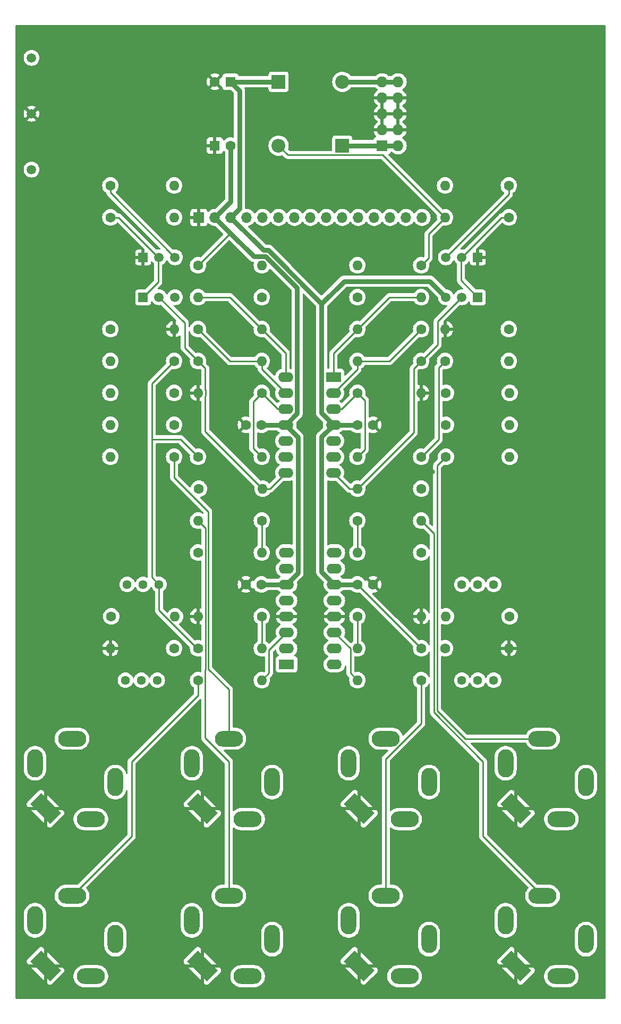
<source format=gtl>
G04 #@! TF.GenerationSoftware,KiCad,Pcbnew,7.0.0-rc2-unknown-92a61b187f~165~ubuntu22.04.1*
G04 #@! TF.CreationDate,2023-02-10T21:55:45-05:00*
G04 #@! TF.ProjectId,dualvca_b1,6475616c-7663-4615-9f62-312e6b696361,rev?*
G04 #@! TF.SameCoordinates,Original*
G04 #@! TF.FileFunction,Copper,L1,Top*
G04 #@! TF.FilePolarity,Positive*
%FSLAX46Y46*%
G04 Gerber Fmt 4.6, Leading zero omitted, Abs format (unit mm)*
G04 Created by KiCad (PCBNEW 7.0.0-rc2-unknown-92a61b187f~165~ubuntu22.04.1) date 2023-02-10 21:55:45*
%MOMM*%
%LPD*%
G01*
G04 APERTURE LIST*
G04 Aperture macros list*
%AMRotRect*
0 Rectangle, with rotation*
0 The origin of the aperture is its center*
0 $1 length*
0 $2 width*
0 $3 Rotation angle, in degrees counterclockwise*
0 Add horizontal line*
21,1,$1,$2,0,0,$3*%
G04 Aperture macros list end*
G04 #@! TA.AperFunction,ComponentPad*
%ADD10O,2.500000X4.500001*%
G04 #@! TD*
G04 #@! TA.AperFunction,ComponentPad*
%ADD11O,4.500001X2.500001*%
G04 #@! TD*
G04 #@! TA.AperFunction,ComponentPad*
%ADD12RotRect,4.500001X2.500001X315.000000*%
G04 #@! TD*
G04 #@! TA.AperFunction,ComponentPad*
%ADD13O,4.500000X2.500000*%
G04 #@! TD*
G04 #@! TA.AperFunction,ComponentPad*
%ADD14O,2.500000X4.500000*%
G04 #@! TD*
G04 #@! TA.AperFunction,ComponentPad*
%ADD15C,1.500000*%
G04 #@! TD*
G04 #@! TA.AperFunction,ComponentPad*
%ADD16R,1.700000X1.700000*%
G04 #@! TD*
G04 #@! TA.AperFunction,ComponentPad*
%ADD17O,1.700000X1.700000*%
G04 #@! TD*
G04 #@! TA.AperFunction,ComponentPad*
%ADD18C,1.600000*%
G04 #@! TD*
G04 #@! TA.AperFunction,ComponentPad*
%ADD19O,1.600000X1.600000*%
G04 #@! TD*
G04 #@! TA.AperFunction,ComponentPad*
%ADD20R,1.500000X1.500000*%
G04 #@! TD*
G04 #@! TA.AperFunction,ComponentPad*
%ADD21R,2.200000X2.200000*%
G04 #@! TD*
G04 #@! TA.AperFunction,ComponentPad*
%ADD22O,2.200000X2.200000*%
G04 #@! TD*
G04 #@! TA.AperFunction,ComponentPad*
%ADD23C,1.440000*%
G04 #@! TD*
G04 #@! TA.AperFunction,ComponentPad*
%ADD24R,2.400000X1.600000*%
G04 #@! TD*
G04 #@! TA.AperFunction,ComponentPad*
%ADD25O,2.400000X1.600000*%
G04 #@! TD*
G04 #@! TA.AperFunction,ComponentPad*
%ADD26R,1.600000X1.600000*%
G04 #@! TD*
G04 #@! TA.AperFunction,ComponentPad*
%ADD27R,1.727200X1.727200*%
G04 #@! TD*
G04 #@! TA.AperFunction,ComponentPad*
%ADD28O,1.727200X1.727200*%
G04 #@! TD*
G04 #@! TA.AperFunction,ViaPad*
%ADD29C,0.800000*%
G04 #@! TD*
G04 #@! TA.AperFunction,Conductor*
%ADD30C,0.250000*%
G04 #@! TD*
G04 #@! TA.AperFunction,Conductor*
%ADD31C,0.750000*%
G04 #@! TD*
G04 APERTURE END LIST*
D10*
G04 #@! TO.P,J8,R*
G04 #@! TO.N,N/C*
X168899999Y-167999999D03*
D11*
G04 #@! TO.P,J8,RN*
X164999999Y-173899999D03*
D12*
G04 #@! TO.P,J8,S*
G04 #@! TO.N,Board_0-GND*
X157759999Y-172239999D03*
D13*
G04 #@! TO.P,J8,T*
G04 #@! TO.N,Board_0-/Main PCB/SIGB*
X161999999Y-161099999D03*
D14*
G04 #@! TO.P,J8,TN*
G04 #@! TO.N,Board_0-VCAA_OUT*
X156099999Y-164999999D03*
G04 #@! TD*
D10*
G04 #@! TO.P,J3,R*
G04 #@! TO.N,N/C*
X143899999Y-167999999D03*
D11*
G04 #@! TO.P,J3,RN*
X139999999Y-173899999D03*
D12*
G04 #@! TO.P,J3,S*
G04 #@! TO.N,Board_0-GND*
X132759999Y-172239999D03*
D13*
G04 #@! TO.P,J3,T*
G04 #@! TO.N,Board_0-/Main PCB/OUTA*
X136999999Y-161099999D03*
D14*
G04 #@! TO.P,J3,TN*
G04 #@! TO.N,N/C*
X131099999Y-164999999D03*
G04 #@! TD*
D15*
G04 #@! TO.P,TP102,1,1*
G04 #@! TO.N,Board_0-GND*
X105550000Y-36620000D03*
G04 #@! TD*
D16*
G04 #@! TO.P,J101,1,Pin_1*
G04 #@! TO.N,Board_0-GND*
X132224999Y-53129999D03*
D17*
G04 #@! TO.P,J101,2,Pin_2*
G04 #@! TO.N,Board_0--12V*
X134764999Y-53129999D03*
G04 #@! TO.P,J101,3,Pin_3*
G04 #@! TO.N,Board_0-+12V*
X137304999Y-53129999D03*
G04 #@! TO.P,J101,4,Pin_4*
G04 #@! TO.N,Board_0-/Main PCB/CVOFFSA*
X139844999Y-53129999D03*
G04 #@! TO.P,J101,5,Pin_5*
G04 #@! TO.N,Board_0-/Main PCB/CV1AA*
X142384999Y-53129999D03*
G04 #@! TO.P,J101,6,Pin_6*
G04 #@! TO.N,Board_0-/Main PCB/CV1A*
X144924999Y-53129999D03*
G04 #@! TO.P,J101,7,Pin_7*
G04 #@! TO.N,Board_0-/Main PCB/LOGA*
X147464999Y-53129999D03*
G04 #@! TO.P,J101,8,Pin_8*
G04 #@! TO.N,Board_0-/Main PCB/LLSWA*
X150004999Y-53129999D03*
G04 #@! TO.P,J101,9,Pin_9*
G04 #@! TO.N,Board_0-/Main PCB/LINA*
X152544999Y-53129999D03*
G04 #@! TO.P,J101,10,Pin_10*
G04 #@! TO.N,Board_0-/Main PCB/LINB*
X155084999Y-53129999D03*
G04 #@! TO.P,J101,11,Pin_11*
G04 #@! TO.N,Board_0-/Main PCB/LLSWB*
X157624999Y-53129999D03*
G04 #@! TO.P,J101,12,Pin_12*
G04 #@! TO.N,Board_0-/Main PCB/LOGB*
X160164999Y-53129999D03*
G04 #@! TO.P,J101,13,Pin_13*
G04 #@! TO.N,Board_0-/Main PCB/CV1B*
X162704999Y-53129999D03*
G04 #@! TO.P,J101,14,Pin_14*
G04 #@! TO.N,Board_0-/Main PCB/CV1AB*
X165244999Y-53129999D03*
G04 #@! TO.P,J101,15,Pin_15*
G04 #@! TO.N,Board_0-/Main PCB/CVOFFSB*
X167784999Y-53129999D03*
G04 #@! TD*
D10*
G04 #@! TO.P,J1,R*
G04 #@! TO.N,N/C*
X118899999Y-142999999D03*
D11*
G04 #@! TO.P,J1,RN*
X114999999Y-148899999D03*
D12*
G04 #@! TO.P,J1,S*
G04 #@! TO.N,Board_0-GND*
X107759999Y-147239999D03*
D13*
G04 #@! TO.P,J1,T*
G04 #@! TO.N,Board_0-/Main PCB/CV1A*
X111999999Y-136099999D03*
D14*
G04 #@! TO.P,J1,TN*
G04 #@! TO.N,N/C*
X106099999Y-139999999D03*
G04 #@! TD*
D10*
G04 #@! TO.P,J7,R*
G04 #@! TO.N,N/C*
X193899999Y-167999999D03*
D11*
G04 #@! TO.P,J7,RN*
X189999999Y-173899999D03*
D12*
G04 #@! TO.P,J7,S*
G04 #@! TO.N,Board_0-GND*
X182759999Y-172239999D03*
D13*
G04 #@! TO.P,J7,T*
G04 #@! TO.N,Board_0-/Main PCB/OUTB*
X186999999Y-161099999D03*
D14*
G04 #@! TO.P,J7,TN*
G04 #@! TO.N,N/C*
X181099999Y-164999999D03*
G04 #@! TD*
D10*
G04 #@! TO.P,J5,R*
G04 #@! TO.N,N/C*
X168899999Y-142999999D03*
D11*
G04 #@! TO.P,J5,RN*
X164999999Y-148899999D03*
D12*
G04 #@! TO.P,J5,S*
G04 #@! TO.N,Board_0-GND*
X157759999Y-147239999D03*
D13*
G04 #@! TO.P,J5,T*
G04 #@! TO.N,Board_0-/Main PCB/CV1B*
X161999999Y-136099999D03*
D14*
G04 #@! TO.P,J5,TN*
G04 #@! TO.N,N/C*
X156099999Y-139999999D03*
G04 #@! TD*
D10*
G04 #@! TO.P,J6,R*
G04 #@! TO.N,N/C*
X193899999Y-142999999D03*
D11*
G04 #@! TO.P,J6,RN*
X189999999Y-148899999D03*
D12*
G04 #@! TO.P,J6,S*
G04 #@! TO.N,Board_0-GND*
X182759999Y-147239999D03*
D13*
G04 #@! TO.P,J6,T*
G04 #@! TO.N,Board_0-/Main PCB/CV2B*
X186999999Y-136099999D03*
D14*
G04 #@! TO.P,J6,TN*
G04 #@! TO.N,N/C*
X181099999Y-139999999D03*
G04 #@! TD*
D10*
G04 #@! TO.P,J4,R*
G04 #@! TO.N,N/C*
X118899999Y-167999999D03*
D11*
G04 #@! TO.P,J4,RN*
X114999999Y-173899999D03*
D12*
G04 #@! TO.P,J4,S*
G04 #@! TO.N,Board_0-GND*
X107759999Y-172239999D03*
D13*
G04 #@! TO.P,J4,T*
G04 #@! TO.N,Board_0-/Main PCB/SIGA*
X111999999Y-161099999D03*
D14*
G04 #@! TO.P,J4,TN*
G04 #@! TO.N,N/C*
X106099999Y-164999999D03*
G04 #@! TD*
D15*
G04 #@! TO.P,TP101,1,1*
G04 #@! TO.N,Board_0-+12V*
X105550000Y-27730000D03*
G04 #@! TD*
G04 #@! TO.P,TP103,1,1*
G04 #@! TO.N,Board_0--12V*
X105550000Y-45510000D03*
G04 #@! TD*
D10*
G04 #@! TO.P,J2,R*
G04 #@! TO.N,N/C*
X143899999Y-142999999D03*
D11*
G04 #@! TO.P,J2,RN*
X139999999Y-148899999D03*
D12*
G04 #@! TO.P,J2,S*
G04 #@! TO.N,Board_0-GND*
X132759999Y-147239999D03*
D13*
G04 #@! TO.P,J2,T*
G04 #@! TO.N,Board_0-/Main PCB/CV2A*
X136999999Y-136099999D03*
D14*
G04 #@! TO.P,J2,TN*
G04 #@! TO.N,N/C*
X131099999Y-139999999D03*
G04 #@! TD*
D18*
G04 #@! TO.P,R9,1*
G04 #@! TO.N,Board_0-/Main PCB/LINA*
X142245000Y-65830000D03*
D19*
G04 #@! TO.P,R9,2*
G04 #@! TO.N,Board_0-Net-(R2-Pad2)*
X132084999Y-65829999D03*
G04 #@! TD*
D20*
G04 #@! TO.P,Q2,1,E*
G04 #@! TO.N,Board_0-GND*
X123329999Y-59479999D03*
D15*
G04 #@! TO.P,Q2,2,B*
G04 #@! TO.N,Board_0-Net-(Q1-E)*
X125870000Y-59480000D03*
G04 #@! TO.P,Q2,3,C*
G04 #@! TO.N,Board_0-Net-(Q2-C)*
X128410000Y-59480000D03*
G04 #@! TD*
D18*
G04 #@! TO.P,R13,1*
G04 #@! TO.N,Board_0-+12V*
X128275000Y-75990000D03*
D19*
G04 #@! TO.P,R13,2*
G04 #@! TO.N,Board_0-Net-(U1C-+)*
X118114999Y-75989999D03*
G04 #@! TD*
D18*
G04 #@! TO.P,R17,1*
G04 #@! TO.N,Board_0-VCAA_OUT*
X142245000Y-101390000D03*
D19*
G04 #@! TO.P,R17,2*
G04 #@! TO.N,Board_0-/Main PCB/OUTA*
X132084999Y-101389999D03*
G04 #@! TD*
D18*
G04 #@! TO.P,R23,1*
G04 #@! TO.N,Board_0-/Main PCB/CV1AB*
X171590000Y-86150000D03*
D19*
G04 #@! TO.P,R23,2*
G04 #@! TO.N,Board_0-/Main PCB/CVINB*
X181749999Y-86149999D03*
G04 #@! TD*
D18*
G04 #@! TO.P,R11,1*
G04 #@! TO.N,Board_0-/Main PCB/CVOFFSA*
X128275000Y-81070000D03*
D19*
G04 #@! TO.P,R11,2*
G04 #@! TO.N,Board_0-/Main PCB/CVINA*
X118114999Y-81069999D03*
G04 #@! TD*
D20*
G04 #@! TO.P,Q1,1,E*
G04 #@! TO.N,Board_0-Net-(Q1-E)*
X123329999Y-65829999D03*
D15*
G04 #@! TO.P,Q1,2,B*
G04 #@! TO.N,Board_0-/Main PCB/CVSUMA*
X125870000Y-65830000D03*
G04 #@! TO.P,Q1,3,C*
G04 #@! TO.N,Board_0-+12V*
X128410000Y-65830000D03*
G04 #@! TD*
D21*
G04 #@! TO.P,D102,1,K*
G04 #@! TO.N,Board_0-/Main PCB/-12_IN*
X155079999Y-41699999D03*
D22*
G04 #@! TO.P,D102,2,A*
G04 #@! TO.N,Board_0--12V*
X144919999Y-41699999D03*
G04 #@! TD*
D18*
G04 #@! TO.P,R28,1*
G04 #@! TO.N,Board_0-Net-(U1A-+)*
X157485000Y-81070000D03*
D19*
G04 #@! TO.P,R28,2*
G04 #@! TO.N,Board_0-GND*
X167644999Y-81069999D03*
G04 #@! TD*
D18*
G04 #@! TO.P,R4,1*
G04 #@! TO.N,Board_0-/Main PCB/CV2A*
X128275000Y-91230000D03*
D19*
G04 #@! TO.P,R4,2*
G04 #@! TO.N,Board_0-/Main PCB/CVINA*
X118114999Y-91229999D03*
G04 #@! TD*
D18*
G04 #@! TO.P,R29,1*
G04 #@! TO.N,Board_0-/Main PCB/CVINB*
X167645000Y-96310000D03*
D19*
G04 #@! TO.P,R29,2*
G04 #@! TO.N,Board_0-/Main PCB/CVSUMB*
X157484999Y-96309999D03*
G04 #@! TD*
D18*
G04 #@! TO.P,R33,1*
G04 #@! TO.N,Board_0-/Main PCB/CVOFFSB*
X171590000Y-81070000D03*
D19*
G04 #@! TO.P,R33,2*
G04 #@! TO.N,Board_0-/Main PCB/CVINB*
X181749999Y-81069999D03*
G04 #@! TD*
D18*
G04 #@! TO.P,R21,1*
G04 #@! TO.N,Board_0-+12V*
X132085000Y-121710000D03*
D19*
G04 #@! TO.P,R21,2*
G04 #@! TO.N,Board_0-Net-(R21-Pad2)*
X142244999Y-121709999D03*
G04 #@! TD*
D18*
G04 #@! TO.P,R16,1*
G04 #@! TO.N,Board_0--12V*
X132085000Y-106470000D03*
D19*
G04 #@! TO.P,R16,2*
G04 #@! TO.N,Board_0-VCAA_OUT*
X142244999Y-106469999D03*
G04 #@! TD*
D23*
G04 #@! TO.P,RV18,1,1*
G04 #@! TO.N,Board_0-Net-(R20-Pad1)*
X120510000Y-126790000D03*
G04 #@! TO.P,RV18,2,2*
G04 #@! TO.N,Board_0-/Main PCB/SIGAP*
X123050000Y-126790000D03*
G04 #@! TO.P,RV18,3,3*
X125590000Y-126790000D03*
G04 #@! TD*
D18*
G04 #@! TO.P,R27,1*
G04 #@! TO.N,Board_0-+12V*
X167645000Y-91230000D03*
D19*
G04 #@! TO.P,R27,2*
G04 #@! TO.N,Board_0-Net-(U1A-+)*
X157484999Y-91229999D03*
G04 #@! TD*
D18*
G04 #@! TO.P,R34,1*
G04 #@! TO.N,Board_0-Net-(Q3-E)*
X181615000Y-53130000D03*
D19*
G04 #@! TO.P,R34,2*
G04 #@! TO.N,Board_0--12V*
X171454999Y-53129999D03*
G04 #@! TD*
D24*
G04 #@! TO.P,U2,1*
G04 #@! TO.N,Board_0-/Main PCB/LLSWA*
X146189999Y-124249999D03*
D25*
G04 #@! TO.P,U2,2,DIODE_BIAS*
G04 #@! TO.N,Board_0-unconnected-(U2A-DIODE_BIAS-Pad2)*
X146189999Y-121709999D03*
G04 #@! TO.P,U2,3,+*
G04 #@! TO.N,Board_0-/Main PCB/SIGAP*
X146189999Y-119169999D03*
G04 #@! TO.P,U2,4,-*
G04 #@! TO.N,Board_0-GND*
X146189999Y-116629999D03*
G04 #@! TO.P,U2,5*
G04 #@! TO.N,Board_0-Net-(R21-Pad2)*
X146189999Y-114089999D03*
G04 #@! TO.P,U2,6,V-*
G04 #@! TO.N,Board_0--12V*
X146189999Y-111549999D03*
G04 #@! TO.P,U2,7*
G04 #@! TO.N,Board_0-Net-(R21-Pad2)*
X146189999Y-109009999D03*
G04 #@! TO.P,U2,8*
G04 #@! TO.N,Board_0-VCAA_OUT*
X146189999Y-106469999D03*
G04 #@! TO.P,U2,9*
G04 #@! TO.N,Board_0-/Main PCB/VCAB_OUT*
X153809999Y-106469999D03*
G04 #@! TO.P,U2,10*
G04 #@! TO.N,Board_0-Net-(R43-Pad2)*
X153809999Y-109009999D03*
G04 #@! TO.P,U2,11,V+*
G04 #@! TO.N,Board_0-+12V*
X153809999Y-111549999D03*
G04 #@! TO.P,U2,12*
G04 #@! TO.N,Board_0-Net-(R43-Pad2)*
X153809999Y-114089999D03*
G04 #@! TO.P,U2,13,-*
G04 #@! TO.N,Board_0-GND*
X153809999Y-116629999D03*
G04 #@! TO.P,U2,14,+*
G04 #@! TO.N,Board_0-/Main PCB/SIGBP*
X153809999Y-119169999D03*
G04 #@! TO.P,U2,15,DIODE_BIAS*
G04 #@! TO.N,Board_0-unconnected-(U2C-DIODE_BIAS-Pad15)*
X153809999Y-121709999D03*
G04 #@! TO.P,U2,16*
G04 #@! TO.N,Board_0-/Main PCB/LLSWB*
X153809999Y-124249999D03*
G04 #@! TD*
D18*
G04 #@! TO.P,R101,1*
G04 #@! TO.N,Board_0-Net-(U1C-+)*
X118115000Y-70910000D03*
D19*
G04 #@! TO.P,R101,2*
G04 #@! TO.N,Board_0-GND*
X128274999Y-70909999D03*
G04 #@! TD*
D23*
G04 #@! TO.P,RV45,1,1*
G04 #@! TO.N,Board_0--12V*
X120780000Y-111550000D03*
G04 #@! TO.P,RV45,2,2*
G04 #@! TO.N,Board_0-/Main PCB/BIASA*
X123320000Y-111550000D03*
G04 #@! TO.P,RV45,3,3*
G04 #@! TO.N,Board_0-+12V*
X125860000Y-111550000D03*
G04 #@! TD*
D18*
G04 #@! TO.P,R8,1*
G04 #@! TO.N,Board_0--12V*
X132085000Y-60750000D03*
D19*
G04 #@! TO.P,R8,2*
G04 #@! TO.N,Board_0-/Main PCB/LINA*
X142244999Y-60749999D03*
G04 #@! TD*
D18*
G04 #@! TO.P,R42,1*
G04 #@! TO.N,Board_0-Net-(R42-Pad1)*
X171455000Y-121710000D03*
D19*
G04 #@! TO.P,R42,2*
G04 #@! TO.N,Board_0-GND*
X181614999Y-121709999D03*
G04 #@! TD*
D18*
G04 #@! TO.P,C3,1*
G04 #@! TO.N,Board_0-+12V*
X157485000Y-111550000D03*
G04 #@! TO.P,C3,2*
G04 #@! TO.N,Board_0-GND*
X159985000Y-111550000D03*
G04 #@! TD*
D23*
G04 #@! TO.P,RV41,1,1*
G04 #@! TO.N,Board_0-Net-(R42-Pad1)*
X179210000Y-126790000D03*
G04 #@! TO.P,RV41,2,2*
G04 #@! TO.N,Board_0-/Main PCB/SIGBP*
X176670000Y-126790000D03*
G04 #@! TO.P,RV41,3,3*
X174130000Y-126790000D03*
G04 #@! TD*
D18*
G04 #@! TO.P,R31,1*
G04 #@! TO.N,Board_0-/Main PCB/LINB*
X157485000Y-65830000D03*
D19*
G04 #@! TO.P,R31,2*
G04 #@! TO.N,Board_0-Net-(R24-Pad2)*
X167644999Y-65829999D03*
G04 #@! TD*
D20*
G04 #@! TO.P,Q3,1,E*
G04 #@! TO.N,Board_0-Net-(Q3-E)*
X176669999Y-65829999D03*
D15*
G04 #@! TO.P,Q3,2,B*
G04 #@! TO.N,Board_0-/Main PCB/CVSUMB*
X174130000Y-65830000D03*
G04 #@! TO.P,Q3,3,C*
G04 #@! TO.N,Board_0-+12V*
X171590000Y-65830000D03*
G04 #@! TD*
D18*
G04 #@! TO.P,R14,1*
G04 #@! TO.N,Board_0-Net-(Q1-E)*
X118115000Y-53130000D03*
D19*
G04 #@! TO.P,R14,2*
G04 #@! TO.N,Board_0--12V*
X128274999Y-53129999D03*
G04 #@! TD*
D18*
G04 #@! TO.P,R48,1*
G04 #@! TO.N,Board_0-/Main PCB/BIASB*
X181750000Y-116630000D03*
D19*
G04 #@! TO.P,R48,2*
G04 #@! TO.N,Board_0-Net-(R43-Pad2)*
X171589999Y-116629999D03*
G04 #@! TD*
D18*
G04 #@! TO.P,C6,1*
G04 #@! TO.N,Board_0-GND*
X139705000Y-111550000D03*
G04 #@! TO.P,C6,2*
G04 #@! TO.N,Board_0--12V*
X142205000Y-111550000D03*
G04 #@! TD*
G04 #@! TO.P,C2,1*
G04 #@! TO.N,Board_0-+12V*
X157485000Y-86150000D03*
G04 #@! TO.P,C2,2*
G04 #@! TO.N,Board_0-GND*
X159985000Y-86150000D03*
G04 #@! TD*
G04 #@! TO.P,R37,1*
G04 #@! TO.N,Board_0-Net-(U1B-+)*
X181615000Y-70910000D03*
D19*
G04 #@! TO.P,R37,2*
G04 #@! TO.N,Board_0-GND*
X171454999Y-70909999D03*
G04 #@! TD*
D18*
G04 #@! TO.P,R40,1*
G04 #@! TO.N,Board_0-/Main PCB/SIGB*
X167645000Y-126790000D03*
D19*
G04 #@! TO.P,R40,2*
G04 #@! TO.N,Board_0-/Main PCB/SIGBP*
X157484999Y-126789999D03*
G04 #@! TD*
D18*
G04 #@! TO.P,R7,1*
G04 #@! TO.N,Board_0-/Main PCB/CVINA*
X132220000Y-96310000D03*
D19*
G04 #@! TO.P,R7,2*
G04 #@! TO.N,Board_0-/Main PCB/CVSUMA*
X142379999Y-96309999D03*
G04 #@! TD*
D18*
G04 #@! TO.P,R22,1*
G04 #@! TO.N,Board_0-Net-(R21-Pad2)*
X142245000Y-116630000D03*
D19*
G04 #@! TO.P,R22,2*
G04 #@! TO.N,Board_0-GND*
X132084999Y-116629999D03*
G04 #@! TD*
D18*
G04 #@! TO.P,R24,1*
G04 #@! TO.N,Board_0-Net-(U1A--)*
X167645000Y-70910000D03*
D19*
G04 #@! TO.P,R24,2*
G04 #@! TO.N,Board_0-Net-(R24-Pad2)*
X157484999Y-70909999D03*
G04 #@! TD*
D18*
G04 #@! TO.P,R39,1*
G04 #@! TO.N,Board_0-/Main PCB/VCAB_OUT*
X157485000Y-101390000D03*
D19*
G04 #@! TO.P,R39,2*
G04 #@! TO.N,Board_0-/Main PCB/OUTB*
X167644999Y-101389999D03*
G04 #@! TD*
D18*
G04 #@! TO.P,R43,1*
G04 #@! TO.N,Board_0-+12V*
X167645000Y-121710000D03*
D19*
G04 #@! TO.P,R43,2*
G04 #@! TO.N,Board_0-Net-(R43-Pad2)*
X157484999Y-121709999D03*
G04 #@! TD*
D20*
G04 #@! TO.P,Q4,1,E*
G04 #@! TO.N,Board_0-GND*
X176669999Y-59479999D03*
D15*
G04 #@! TO.P,Q4,2,B*
G04 #@! TO.N,Board_0-Net-(Q3-E)*
X174130000Y-59480000D03*
G04 #@! TO.P,Q4,3,C*
G04 #@! TO.N,Board_0-Net-(Q4-C)*
X171590000Y-59480000D03*
G04 #@! TD*
D18*
G04 #@! TO.P,R30,1*
G04 #@! TO.N,Board_0--12V*
X167645000Y-60750000D03*
D19*
G04 #@! TO.P,R30,2*
G04 #@! TO.N,Board_0-/Main PCB/LINB*
X157484999Y-60749999D03*
G04 #@! TD*
D18*
G04 #@! TO.P,R35,1*
G04 #@! TO.N,Board_0-Net-(Q4-C)*
X181615000Y-48050000D03*
D19*
G04 #@! TO.P,R35,2*
G04 #@! TO.N,Board_0-/Main PCB/LOGB*
X171454999Y-48049999D03*
G04 #@! TD*
D18*
G04 #@! TO.P,R44,1*
G04 #@! TO.N,Board_0-Net-(R43-Pad2)*
X157485000Y-116630000D03*
D19*
G04 #@! TO.P,R44,2*
G04 #@! TO.N,Board_0-GND*
X167644999Y-116629999D03*
G04 #@! TD*
D18*
G04 #@! TO.P,R6,1*
G04 #@! TO.N,Board_0-Net-(U1D-+)*
X142245000Y-81070000D03*
D19*
G04 #@! TO.P,R6,2*
G04 #@! TO.N,Board_0-GND*
X132084999Y-81069999D03*
G04 #@! TD*
D18*
G04 #@! TO.P,R2,1*
G04 #@! TO.N,Board_0-Net-(U1D--)*
X132085000Y-70910000D03*
D19*
G04 #@! TO.P,R2,2*
G04 #@! TO.N,Board_0-Net-(R2-Pad2)*
X142244999Y-70909999D03*
G04 #@! TD*
D18*
G04 #@! TO.P,R3,1*
G04 #@! TO.N,Board_0-/Main PCB/CVSUMA*
X132085000Y-75990000D03*
D19*
G04 #@! TO.P,R3,2*
G04 #@! TO.N,Board_0-Net-(U1D--)*
X142244999Y-75989999D03*
G04 #@! TD*
D18*
G04 #@! TO.P,C5,1*
G04 #@! TO.N,Board_0-GND*
X139705000Y-86150000D03*
G04 #@! TO.P,C5,2*
G04 #@! TO.N,Board_0--12V*
X142205000Y-86150000D03*
G04 #@! TD*
G04 #@! TO.P,R19,1*
G04 #@! TO.N,Board_0-/Main PCB/SIGA*
X132085000Y-126790000D03*
D19*
G04 #@! TO.P,R19,2*
G04 #@! TO.N,Board_0-/Main PCB/SIGAP*
X142244999Y-126789999D03*
G04 #@! TD*
D18*
G04 #@! TO.P,R38,1*
G04 #@! TO.N,Board_0--12V*
X167645000Y-106470000D03*
D19*
G04 #@! TO.P,R38,2*
G04 #@! TO.N,Board_0-/Main PCB/VCAB_OUT*
X157484999Y-106469999D03*
G04 #@! TD*
D26*
G04 #@! TO.P,C1,1*
G04 #@! TO.N,Board_0-+12V*
X137259999Y-31539999D03*
D18*
G04 #@! TO.P,C1,2*
G04 #@! TO.N,Board_0-GND*
X134760000Y-31540000D03*
G04 #@! TD*
D24*
G04 #@! TO.P,U1,1*
G04 #@! TO.N,Board_0-Net-(R24-Pad2)*
X153674999Y-78529999D03*
D25*
G04 #@! TO.P,U1,2,-*
G04 #@! TO.N,Board_0-Net-(U1A--)*
X153674999Y-81069999D03*
G04 #@! TO.P,U1,3,+*
G04 #@! TO.N,Board_0-Net-(U1A-+)*
X153674999Y-83609999D03*
G04 #@! TO.P,U1,4,V+*
G04 #@! TO.N,Board_0-+12V*
X153674999Y-86149999D03*
G04 #@! TO.P,U1,5,+*
G04 #@! TO.N,Board_0-Net-(U1B-+)*
X153674999Y-88689999D03*
G04 #@! TO.P,U1,6,-*
G04 #@! TO.N,Board_0-/Main PCB/CVINB*
X153674999Y-91229999D03*
G04 #@! TO.P,U1,7*
G04 #@! TO.N,Board_0-/Main PCB/CVSUMB*
X153674999Y-93769999D03*
G04 #@! TO.P,U1,8*
G04 #@! TO.N,Board_0-/Main PCB/CVSUMA*
X146054999Y-93769999D03*
G04 #@! TO.P,U1,9,-*
G04 #@! TO.N,Board_0-/Main PCB/CVINA*
X146054999Y-91229999D03*
G04 #@! TO.P,U1,10,+*
G04 #@! TO.N,Board_0-Net-(U1C-+)*
X146054999Y-88689999D03*
G04 #@! TO.P,U1,11,V-*
G04 #@! TO.N,Board_0--12V*
X146054999Y-86149999D03*
G04 #@! TO.P,U1,12,+*
G04 #@! TO.N,Board_0-Net-(U1D-+)*
X146054999Y-83609999D03*
G04 #@! TO.P,U1,13,-*
G04 #@! TO.N,Board_0-Net-(U1D--)*
X146054999Y-81069999D03*
G04 #@! TO.P,U1,14*
G04 #@! TO.N,Board_0-Net-(R2-Pad2)*
X146054999Y-78529999D03*
G04 #@! TD*
D23*
G04 #@! TO.P,RV47,1,1*
G04 #@! TO.N,Board_0--12V*
X179210000Y-111550000D03*
G04 #@! TO.P,RV47,2,2*
G04 #@! TO.N,Board_0-/Main PCB/BIASB*
X176670000Y-111550000D03*
G04 #@! TO.P,RV47,3,3*
G04 #@! TO.N,Board_0-+12V*
X174130000Y-111550000D03*
G04 #@! TD*
D26*
G04 #@! TO.P,C4,1*
G04 #@! TO.N,Board_0-GND*
X134759999Y-41699999D03*
D18*
G04 #@! TO.P,C4,2*
G04 #@! TO.N,Board_0--12V*
X137260000Y-41700000D03*
G04 #@! TD*
G04 #@! TO.P,R46,1*
G04 #@! TO.N,Board_0-/Main PCB/BIASA*
X118250000Y-116630000D03*
D19*
G04 #@! TO.P,R46,2*
G04 #@! TO.N,Board_0-Net-(R21-Pad2)*
X128409999Y-116629999D03*
G04 #@! TD*
D21*
G04 #@! TO.P,D101,1,K*
G04 #@! TO.N,Board_0-+12V*
X144919999Y-31539999D03*
D22*
G04 #@! TO.P,D101,2,A*
G04 #@! TO.N,Board_0-/Main PCB/+12_IN*
X155079999Y-31539999D03*
G04 #@! TD*
D18*
G04 #@! TO.P,R26,1*
G04 #@! TO.N,Board_0-/Main PCB/CV2B*
X171590000Y-91230000D03*
D19*
G04 #@! TO.P,R26,2*
G04 #@! TO.N,Board_0-/Main PCB/CVINB*
X181749999Y-91229999D03*
G04 #@! TD*
D27*
G04 #@! TO.P,J103,1,-12V*
G04 #@! TO.N,Board_0-/Main PCB/-12_IN*
X161429999Y-41699999D03*
D28*
G04 #@! TO.P,J103,2,-12V*
X163969999Y-41699999D03*
G04 #@! TO.P,J103,3,GND*
G04 #@! TO.N,Board_0-GND*
X161429999Y-39159999D03*
G04 #@! TO.P,J103,4,GND*
X163969999Y-39159999D03*
G04 #@! TO.P,J103,5,GND*
X161429999Y-36619999D03*
G04 #@! TO.P,J103,6,GND*
X163969999Y-36619999D03*
G04 #@! TO.P,J103,7,GND*
X161429999Y-34079999D03*
G04 #@! TO.P,J103,8,GND*
X163969999Y-34079999D03*
G04 #@! TO.P,J103,9,+12V*
G04 #@! TO.N,Board_0-/Main PCB/+12_IN*
X161429999Y-31539999D03*
G04 #@! TO.P,J103,10,+12V*
X163969999Y-31539999D03*
G04 #@! TD*
D18*
G04 #@! TO.P,R15,1*
G04 #@! TO.N,Board_0-Net-(Q2-C)*
X118115000Y-48050000D03*
D19*
G04 #@! TO.P,R15,2*
G04 #@! TO.N,Board_0-/Main PCB/LOGA*
X128274999Y-48049999D03*
G04 #@! TD*
D18*
G04 #@! TO.P,R1,1*
G04 #@! TO.N,Board_0-/Main PCB/CV1AA*
X128275000Y-86150000D03*
D19*
G04 #@! TO.P,R1,2*
G04 #@! TO.N,Board_0-/Main PCB/CVINA*
X118114999Y-86149999D03*
G04 #@! TD*
D18*
G04 #@! TO.P,R36,1*
G04 #@! TO.N,Board_0-+12V*
X171455000Y-75990000D03*
D19*
G04 #@! TO.P,R36,2*
G04 #@! TO.N,Board_0-Net-(U1B-+)*
X181614999Y-75989999D03*
G04 #@! TD*
D18*
G04 #@! TO.P,R5,1*
G04 #@! TO.N,Board_0-+12V*
X132085000Y-91230000D03*
D19*
G04 #@! TO.P,R5,2*
G04 #@! TO.N,Board_0-Net-(U1D-+)*
X142244999Y-91229999D03*
G04 #@! TD*
D18*
G04 #@! TO.P,R20,1*
G04 #@! TO.N,Board_0-Net-(R20-Pad1)*
X128275000Y-121710000D03*
D19*
G04 #@! TO.P,R20,2*
G04 #@! TO.N,Board_0-GND*
X118114999Y-121709999D03*
G04 #@! TD*
D18*
G04 #@! TO.P,R25,1*
G04 #@! TO.N,Board_0-/Main PCB/CVSUMB*
X167645000Y-75990000D03*
D19*
G04 #@! TO.P,R25,2*
G04 #@! TO.N,Board_0-Net-(U1A--)*
X157484999Y-75989999D03*
G04 #@! TD*
D29*
G04 #@! TO.N,Board_0-GND*
X130188000Y-93770000D03*
X169418500Y-93643000D03*
X145936000Y-57956000D03*
G04 #@! TD*
D30*
G04 #@! TO.N,Board_0-+12V*
X125860000Y-111550000D02*
X124727000Y-110417000D01*
D31*
X153675000Y-86150000D02*
X157485000Y-86150000D01*
X143249064Y-58325978D02*
X142500978Y-58325978D01*
D30*
X170415489Y-88459511D02*
X170415489Y-77029511D01*
D31*
X153810000Y-111550000D02*
X151778000Y-109518000D01*
X151778000Y-88047000D02*
X153675000Y-86150000D01*
X137260000Y-31540000D02*
X138684511Y-32964511D01*
X142500978Y-58325978D02*
X137305000Y-53130000D01*
D30*
X170415489Y-77029511D02*
X171455000Y-75990000D01*
X132085000Y-121710000D02*
X131899009Y-121710000D01*
D31*
X155342914Y-63290000D02*
X151778000Y-66854914D01*
X153675000Y-86150000D02*
X151778000Y-84253000D01*
D30*
X167645000Y-121710000D02*
X157485000Y-111550000D01*
X125860000Y-115670991D02*
X125860000Y-111550000D01*
D31*
X138684511Y-51750489D02*
X137305000Y-53130000D01*
X171590000Y-65830000D02*
X169050000Y-63290000D01*
X157485000Y-111550000D02*
X153810000Y-111550000D01*
X151778000Y-66854914D02*
X143249064Y-58325978D01*
D30*
X131899009Y-121710000D02*
X125860000Y-115670991D01*
X167645000Y-91230000D02*
X170415489Y-88459511D01*
D31*
X144920000Y-31540000D02*
X137260000Y-31540000D01*
X169050000Y-63290000D02*
X155342914Y-63290000D01*
D30*
X124727000Y-79538000D02*
X128275000Y-75990000D01*
X132085000Y-91230000D02*
X129291000Y-88436000D01*
X124727000Y-110417000D02*
X124727000Y-89198000D01*
X124727000Y-88436000D02*
X124727000Y-89198000D01*
D31*
X151778000Y-84253000D02*
X151778000Y-66854914D01*
D30*
X129291000Y-88436000D02*
X124727000Y-88436000D01*
X124727000Y-89198000D02*
X124727000Y-79538000D01*
D31*
X151778000Y-109518000D02*
X151778000Y-88047000D01*
X138684511Y-32964511D02*
X138684511Y-51750489D01*
G04 #@! TO.N,Board_0--12V*
X146055000Y-86150000D02*
X147879520Y-84325480D01*
X140960489Y-59325489D02*
X137302500Y-55667500D01*
X137260000Y-41700000D02*
X137300000Y-41740000D01*
D30*
X146394511Y-43174511D02*
X144920000Y-41700000D01*
D31*
X148014520Y-88109520D02*
X146055000Y-86150000D01*
X137300000Y-50595000D02*
X134765000Y-53130000D01*
X146190000Y-111550000D02*
X148014520Y-109725480D01*
D30*
X137167500Y-55667500D02*
X137302500Y-55667500D01*
D31*
X137302500Y-55667500D02*
X134765000Y-53130000D01*
D30*
X171455000Y-53130000D02*
X161499511Y-43174511D01*
X161499511Y-43174511D02*
X146394511Y-43174511D01*
D31*
X146055000Y-86150000D02*
X142205000Y-86150000D01*
D30*
X171455000Y-53130000D02*
X168819511Y-55765489D01*
X168819511Y-59575489D02*
X167645000Y-60750000D01*
D31*
X142835053Y-59325489D02*
X140960489Y-59325489D01*
D30*
X168819511Y-55765489D02*
X168819511Y-59575489D01*
D31*
X142205000Y-111550000D02*
X146190000Y-111550000D01*
D30*
X132085000Y-60750000D02*
X137167500Y-55667500D01*
D31*
X147879520Y-84325480D02*
X147879520Y-64369956D01*
X148014520Y-109725480D02*
X148014520Y-88109520D01*
X137300000Y-41740000D02*
X137300000Y-50595000D01*
X147879520Y-64369956D02*
X142835053Y-59325489D01*
G04 #@! TO.N,Board_0-/Main PCB/+12_IN*
X161430000Y-31540000D02*
X155080000Y-31540000D01*
X163970000Y-31540000D02*
X161430000Y-31540000D01*
G04 #@! TO.N,Board_0-/Main PCB/-12_IN*
X163970000Y-41700000D02*
X161430000Y-41700000D01*
X161430000Y-41700000D02*
X155080000Y-41700000D01*
D30*
G04 #@! TO.N,Board_0-/Main PCB/CV2A*
X128275000Y-94524000D02*
X128275000Y-91230000D01*
X133709022Y-124995032D02*
X133709022Y-99958022D01*
X133709022Y-99958022D02*
X128275000Y-94524000D01*
X137000000Y-136100000D02*
X137000000Y-128286010D01*
X137000000Y-128286010D02*
X133709022Y-124995032D01*
G04 #@! TO.N,Board_0-/Main PCB/CV2B*
X170193000Y-92627000D02*
X171590000Y-91230000D01*
X174677000Y-136100000D02*
X170193000Y-131616000D01*
X170193000Y-131616000D02*
X170193000Y-92627000D01*
X187000000Y-136100000D02*
X174677000Y-136100000D01*
G04 #@! TO.N,Board_0-/Main PCB/CVSUMA*
X133236000Y-77141000D02*
X133236000Y-80559990D01*
X133236000Y-80559990D02*
X133259511Y-80583501D01*
X125870000Y-65830000D02*
X129949022Y-69909022D01*
X142380000Y-96310000D02*
X143515000Y-96310000D01*
X133259511Y-80583501D02*
X133259511Y-81556499D01*
X132085000Y-75990000D02*
X133236000Y-77141000D01*
X129949022Y-69909022D02*
X129949022Y-73854022D01*
X129949022Y-73854022D02*
X132085000Y-75990000D01*
X143515000Y-96310000D02*
X146055000Y-93770000D01*
X133236000Y-87166000D02*
X142380000Y-96310000D01*
X133259511Y-81556499D02*
X133236000Y-81580010D01*
X133236000Y-81580010D02*
X133236000Y-87166000D01*
G04 #@! TO.N,Board_0-/Main PCB/CVSUMB*
X166470489Y-87324511D02*
X157485000Y-96310000D01*
X157485000Y-96310000D02*
X156215000Y-96310000D01*
X166470489Y-77164511D02*
X166470489Y-87324511D01*
X170280489Y-73354511D02*
X167645000Y-75990000D01*
X170280489Y-69679511D02*
X170280489Y-73354511D01*
X174130000Y-65830000D02*
X170280489Y-69679511D01*
X156215000Y-96310000D02*
X153675000Y-93770000D01*
X167645000Y-75990000D02*
X166470489Y-77164511D01*
G04 #@! TO.N,Board_0-/Main PCB/OUTA*
X137000000Y-139759091D02*
X133209511Y-135968602D01*
X133259511Y-125081225D02*
X133259511Y-102564511D01*
X133209511Y-125131225D02*
X133259511Y-125081225D01*
X137000000Y-161100000D02*
X137000000Y-139759091D01*
X133259511Y-102564511D02*
X132085000Y-101390000D01*
X133209511Y-135968602D02*
X133209511Y-125131225D01*
G04 #@! TO.N,Board_0-/Main PCB/OUTB*
X169685000Y-131925909D02*
X169685000Y-103430000D01*
X177500000Y-151600000D02*
X177500000Y-139740909D01*
X187000000Y-161100000D02*
X177500000Y-151600000D01*
X169685000Y-103430000D02*
X167645000Y-101390000D01*
X177500000Y-139740909D02*
X169685000Y-131925909D01*
G04 #@! TO.N,Board_0-/Main PCB/SIGA*
X112000000Y-161100000D02*
X121500000Y-151600000D01*
X132085000Y-129155909D02*
X132085000Y-126790000D01*
X121500000Y-139740909D02*
X132085000Y-129155909D01*
X121500000Y-151600000D02*
X121500000Y-139740909D01*
G04 #@! TO.N,Board_0-/Main PCB/SIGAP*
X146190000Y-119170000D02*
X143369511Y-121990489D01*
X143369511Y-121990489D02*
X143369511Y-125665489D01*
X143369511Y-125665489D02*
X142245000Y-126790000D01*
G04 #@! TO.N,Board_0-/Main PCB/SIGB*
X162000000Y-139327386D02*
X167645000Y-133682386D01*
X162000000Y-161100000D02*
X162000000Y-139327386D01*
X167645000Y-133682386D02*
X167645000Y-126790000D01*
G04 #@! TO.N,Board_0-/Main PCB/SIGBP*
X153810000Y-119170000D02*
X156360489Y-121720489D01*
X156360489Y-125665489D02*
X157485000Y-126790000D01*
X156360489Y-121720489D02*
X156360489Y-125665489D01*
G04 #@! TO.N,Board_0-/Main PCB/VCAB_OUT*
X157485000Y-101390000D02*
X157485000Y-106470000D01*
G04 #@! TO.N,Board_0-Net-(Q1-E)*
X125735000Y-63425000D02*
X123330000Y-65830000D01*
X125735000Y-59480000D02*
X125735000Y-63425000D01*
X119385000Y-53130000D02*
X118115000Y-53130000D01*
X125735000Y-59480000D02*
X119385000Y-53130000D01*
G04 #@! TO.N,Board_0-Net-(Q2-C)*
X118115000Y-49185000D02*
X128410000Y-59480000D01*
X118115000Y-48050000D02*
X118115000Y-49185000D01*
G04 #@! TO.N,Board_0-Net-(Q3-E)*
X173995000Y-63155000D02*
X176670000Y-65830000D01*
X173995000Y-59480000D02*
X173995000Y-63155000D01*
X180480000Y-53130000D02*
X181615000Y-53130000D01*
X174130000Y-59480000D02*
X180480000Y-53130000D01*
G04 #@! TO.N,Board_0-Net-(Q4-C)*
X181615000Y-49455000D02*
X181615000Y-48050000D01*
X171590000Y-59480000D02*
X181615000Y-49455000D01*
G04 #@! TO.N,Board_0-Net-(R2-Pad2)*
X146055000Y-78530000D02*
X146055000Y-74720000D01*
X146055000Y-74720000D02*
X142245000Y-70910000D01*
X132085000Y-65830000D02*
X137165000Y-65830000D01*
X137165000Y-65830000D02*
X142245000Y-70910000D01*
G04 #@! TO.N,Board_0-Net-(R21-Pad2)*
X142245000Y-116630000D02*
X142245000Y-121710000D01*
G04 #@! TO.N,Board_0-Net-(R24-Pad2)*
X153675000Y-74720000D02*
X157485000Y-70910000D01*
X167645000Y-65830000D02*
X162565000Y-65830000D01*
X153675000Y-78530000D02*
X153675000Y-74720000D01*
X162565000Y-65830000D02*
X157485000Y-70910000D01*
G04 #@! TO.N,Board_0-Net-(R43-Pad2)*
X157485000Y-116630000D02*
X157485000Y-121710000D01*
G04 #@! TO.N,Board_0-Net-(U1A-+)*
X153675000Y-83610000D02*
X154945000Y-83610000D01*
X158659511Y-82244511D02*
X157485000Y-81070000D01*
X157485000Y-91230000D02*
X158659511Y-90055489D01*
X154945000Y-83610000D02*
X157485000Y-81070000D01*
X158659511Y-90055489D02*
X158659511Y-82244511D01*
G04 #@! TO.N,Board_0-Net-(U1A--)*
X157485000Y-77260000D02*
X157485000Y-75990000D01*
X153675000Y-81070000D02*
X157485000Y-77260000D01*
X162565000Y-75990000D02*
X167645000Y-70910000D01*
X157485000Y-75990000D02*
X162565000Y-75990000D01*
G04 #@! TO.N,Board_0-Net-(U1D-+)*
X144785000Y-83610000D02*
X142245000Y-81070000D01*
X146055000Y-83610000D02*
X144785000Y-83610000D01*
X140879511Y-89864511D02*
X140879511Y-82435489D01*
X142245000Y-91230000D02*
X140879511Y-89864511D01*
X140879511Y-82435489D02*
X142245000Y-81070000D01*
G04 #@! TO.N,Board_0-Net-(U1D--)*
X142245000Y-77260000D02*
X142245000Y-75990000D01*
X137165000Y-75990000D02*
X132085000Y-70910000D01*
X146055000Y-81070000D02*
X142245000Y-77260000D01*
X142245000Y-75990000D02*
X137165000Y-75990000D01*
G04 #@! TO.N,Board_0-VCAA_OUT*
X142245000Y-101390000D02*
X142245000Y-106470000D01*
G04 #@! TD*
G04 #@! TA.AperFunction,Conductor*
G04 #@! TO.N,Board_0-GND*
G36*
X168680070Y-64183091D02*
G01*
X168720947Y-64210405D01*
X170292936Y-65782394D01*
X170318036Y-65818239D01*
X170329362Y-65860508D01*
X170345405Y-66043893D01*
X170345406Y-66043901D01*
X170345885Y-66049371D01*
X170347305Y-66054673D01*
X170347307Y-66054680D01*
X170401456Y-66256764D01*
X170401458Y-66256770D01*
X170402880Y-66262076D01*
X170405202Y-66267055D01*
X170405204Y-66267061D01*
X170408408Y-66273932D01*
X170495944Y-66461654D01*
X170499097Y-66466157D01*
X170499100Y-66466162D01*
X170516672Y-66491257D01*
X170622251Y-66642038D01*
X170777962Y-66797749D01*
X170958346Y-66924056D01*
X171157924Y-67017120D01*
X171370629Y-67074115D01*
X171590000Y-67093307D01*
X171662431Y-67086970D01*
X171722644Y-67096507D01*
X171771332Y-67133197D01*
X171797097Y-67188449D01*
X171793906Y-67249330D01*
X171762507Y-67301586D01*
X169888231Y-69175862D01*
X169879948Y-69183399D01*
X169873471Y-69187511D01*
X169868052Y-69193280D01*
X169868044Y-69193288D01*
X169826859Y-69237146D01*
X169824110Y-69239983D01*
X169807156Y-69256938D01*
X169807149Y-69256945D01*
X169804354Y-69259741D01*
X169801931Y-69262863D01*
X169801915Y-69262882D01*
X169801854Y-69262962D01*
X169794179Y-69271946D01*
X169769327Y-69298413D01*
X169769324Y-69298415D01*
X169763903Y-69304190D01*
X169760089Y-69311125D01*
X169760081Y-69311138D01*
X169754139Y-69321947D01*
X169743292Y-69338460D01*
X169735732Y-69348206D01*
X169735726Y-69348215D01*
X169730875Y-69354470D01*
X169727731Y-69361734D01*
X169727727Y-69361742D01*
X169713313Y-69395051D01*
X169708093Y-69405706D01*
X169690614Y-69437500D01*
X169690610Y-69437508D01*
X169686794Y-69444451D01*
X169684822Y-69452127D01*
X169684820Y-69452135D01*
X169681755Y-69464073D01*
X169675354Y-69482770D01*
X169670457Y-69494087D01*
X169670455Y-69494092D01*
X169667308Y-69501366D01*
X169666068Y-69509191D01*
X169666066Y-69509200D01*
X169660390Y-69545035D01*
X169657984Y-69556655D01*
X169648960Y-69591800D01*
X169648958Y-69591808D01*
X169646989Y-69599481D01*
X169646989Y-69607410D01*
X169646989Y-69619735D01*
X169645438Y-69639446D01*
X169643508Y-69651625D01*
X169643507Y-69651632D01*
X169642269Y-69659454D01*
X169643014Y-69667337D01*
X169643014Y-69667345D01*
X169646430Y-69703472D01*
X169646989Y-69715330D01*
X169646989Y-73039916D01*
X169637398Y-73088134D01*
X169610086Y-73129008D01*
X168442912Y-74296182D01*
X168058246Y-74680848D01*
X168001762Y-74713459D01*
X167936540Y-74713459D01*
X167916330Y-74708044D01*
X167878401Y-74697881D01*
X167878402Y-74697881D01*
X167873087Y-74696457D01*
X167867611Y-74695977D01*
X167867606Y-74695977D01*
X167650475Y-74676981D01*
X167645000Y-74676502D01*
X167639525Y-74676981D01*
X167422393Y-74695977D01*
X167422386Y-74695978D01*
X167416913Y-74696457D01*
X167411599Y-74697880D01*
X167411598Y-74697881D01*
X167201067Y-74754293D01*
X167201065Y-74754293D01*
X167195757Y-74755716D01*
X167190779Y-74758036D01*
X167190774Y-74758039D01*
X166993238Y-74850151D01*
X166993233Y-74850153D01*
X166988251Y-74852477D01*
X166983752Y-74855627D01*
X166983742Y-74855633D01*
X166805211Y-74980643D01*
X166805208Y-74980645D01*
X166800700Y-74983802D01*
X166796808Y-74987693D01*
X166796802Y-74987699D01*
X166642699Y-75141802D01*
X166642693Y-75141808D01*
X166638802Y-75145700D01*
X166635645Y-75150208D01*
X166635643Y-75150211D01*
X166510633Y-75328742D01*
X166510627Y-75328752D01*
X166507477Y-75333251D01*
X166505153Y-75338233D01*
X166505151Y-75338238D01*
X166413039Y-75535774D01*
X166413036Y-75535779D01*
X166410716Y-75540757D01*
X166409293Y-75546065D01*
X166409293Y-75546067D01*
X166352882Y-75756594D01*
X166351457Y-75761913D01*
X166350978Y-75767386D01*
X166350977Y-75767393D01*
X166331988Y-75984443D01*
X166331502Y-75990000D01*
X166331981Y-75995475D01*
X166350977Y-76212606D01*
X166350977Y-76212611D01*
X166351457Y-76218087D01*
X166352880Y-76223398D01*
X166352881Y-76223401D01*
X166368459Y-76281540D01*
X166368459Y-76346762D01*
X166335847Y-76403246D01*
X166078231Y-76660862D01*
X166069948Y-76668399D01*
X166063471Y-76672511D01*
X166058052Y-76678280D01*
X166058044Y-76678288D01*
X166016859Y-76722146D01*
X166014110Y-76724983D01*
X165997156Y-76741938D01*
X165997149Y-76741945D01*
X165994354Y-76744741D01*
X165991931Y-76747863D01*
X165991915Y-76747882D01*
X165991854Y-76747962D01*
X165984179Y-76756946D01*
X165959327Y-76783413D01*
X165959324Y-76783415D01*
X165953903Y-76789190D01*
X165950089Y-76796125D01*
X165950081Y-76796138D01*
X165944139Y-76806947D01*
X165933292Y-76823460D01*
X165925732Y-76833206D01*
X165925726Y-76833215D01*
X165920875Y-76839470D01*
X165917731Y-76846734D01*
X165917727Y-76846742D01*
X165903313Y-76880051D01*
X165898093Y-76890706D01*
X165880614Y-76922500D01*
X165880610Y-76922508D01*
X165876794Y-76929451D01*
X165874822Y-76937127D01*
X165874820Y-76937135D01*
X165871755Y-76949073D01*
X165865354Y-76967770D01*
X165860457Y-76979087D01*
X165860455Y-76979092D01*
X165857308Y-76986366D01*
X165856068Y-76994191D01*
X165856066Y-76994200D01*
X165850390Y-77030035D01*
X165847984Y-77041655D01*
X165838960Y-77076800D01*
X165838958Y-77076808D01*
X165836989Y-77084481D01*
X165836989Y-77092410D01*
X165836989Y-77104735D01*
X165835438Y-77124446D01*
X165833508Y-77136625D01*
X165833507Y-77136632D01*
X165832269Y-77144454D01*
X165833014Y-77152337D01*
X165833014Y-77152345D01*
X165836430Y-77188472D01*
X165836989Y-77200330D01*
X165836989Y-87009916D01*
X165827398Y-87058134D01*
X165800084Y-87099011D01*
X157898246Y-95000847D01*
X157841762Y-95033459D01*
X157776540Y-95033459D01*
X157713087Y-95016457D01*
X157707611Y-95015977D01*
X157707606Y-95015977D01*
X157490475Y-94996981D01*
X157485000Y-94996502D01*
X157479525Y-94996981D01*
X157262393Y-95015977D01*
X157262386Y-95015978D01*
X157256913Y-95016457D01*
X157251599Y-95017880D01*
X157251598Y-95017881D01*
X157041067Y-95074293D01*
X157041065Y-95074293D01*
X157035757Y-95075716D01*
X157030779Y-95078036D01*
X157030774Y-95078039D01*
X156833238Y-95170151D01*
X156833233Y-95170153D01*
X156828251Y-95172477D01*
X156823752Y-95175627D01*
X156823742Y-95175633D01*
X156645211Y-95300643D01*
X156645208Y-95300645D01*
X156640700Y-95303802D01*
X156636808Y-95307693D01*
X156636802Y-95307699D01*
X156482699Y-95461802D01*
X156482693Y-95461808D01*
X156478802Y-95465700D01*
X156475644Y-95470209D01*
X156472108Y-95474424D01*
X156471006Y-95473499D01*
X156437289Y-95504372D01*
X156385279Y-95520754D01*
X156331218Y-95513627D01*
X156285231Y-95484326D01*
X155279719Y-94478814D01*
X155251716Y-94436239D01*
X155242867Y-94386053D01*
X155254620Y-94336469D01*
X155309284Y-94219243D01*
X155368543Y-93998087D01*
X155388498Y-93770000D01*
X155368543Y-93541913D01*
X155309284Y-93320757D01*
X155212523Y-93113251D01*
X155081198Y-92925700D01*
X154919300Y-92763802D01*
X154758147Y-92650961D01*
X154736257Y-92635633D01*
X154736252Y-92635630D01*
X154731749Y-92632477D01*
X154726761Y-92630151D01*
X154726758Y-92630149D01*
X154692543Y-92614195D01*
X154639525Y-92567700D01*
X154619792Y-92500000D01*
X154639525Y-92432300D01*
X154692543Y-92385805D01*
X154708500Y-92378364D01*
X154731749Y-92367523D01*
X154919300Y-92236198D01*
X155081198Y-92074300D01*
X155212523Y-91886749D01*
X155309284Y-91679243D01*
X155368543Y-91458087D01*
X155388498Y-91230000D01*
X155368543Y-91001913D01*
X155309284Y-90780757D01*
X155212523Y-90573251D01*
X155202644Y-90559143D01*
X155143908Y-90475259D01*
X155081198Y-90385700D01*
X154919300Y-90223802D01*
X154805437Y-90144074D01*
X154736257Y-90095633D01*
X154736252Y-90095630D01*
X154731749Y-90092477D01*
X154726761Y-90090151D01*
X154726758Y-90090149D01*
X154692543Y-90074195D01*
X154639525Y-90027700D01*
X154619792Y-89960000D01*
X154639525Y-89892300D01*
X154692543Y-89845805D01*
X154698029Y-89843246D01*
X154731749Y-89827523D01*
X154919300Y-89696198D01*
X155081198Y-89534300D01*
X155212523Y-89346749D01*
X155309284Y-89139243D01*
X155368543Y-88918087D01*
X155388498Y-88690000D01*
X155368543Y-88461913D01*
X155309284Y-88240757D01*
X155212523Y-88033251D01*
X155205732Y-88023553D01*
X155168618Y-87970549D01*
X155081198Y-87845700D01*
X154919300Y-87683802D01*
X154831521Y-87622338D01*
X154736257Y-87555633D01*
X154736252Y-87555630D01*
X154731749Y-87552477D01*
X154726761Y-87550151D01*
X154726758Y-87550149D01*
X154692543Y-87534195D01*
X154639525Y-87487700D01*
X154619792Y-87420000D01*
X154639525Y-87352300D01*
X154692543Y-87305805D01*
X154703797Y-87300557D01*
X154731749Y-87287523D01*
X154919300Y-87156198D01*
X155005093Y-87070405D01*
X155045970Y-87043091D01*
X155094188Y-87033500D01*
X156465812Y-87033500D01*
X156514030Y-87043091D01*
X156554907Y-87070405D01*
X156640700Y-87156198D01*
X156705958Y-87201892D01*
X156797354Y-87265889D01*
X156828251Y-87287523D01*
X157035757Y-87384284D01*
X157256913Y-87443543D01*
X157485000Y-87463498D01*
X157713087Y-87443543D01*
X157846802Y-87407714D01*
X157867400Y-87402195D01*
X157924592Y-87400323D01*
X157976715Y-87423939D01*
X158013017Y-87468174D01*
X158026011Y-87523902D01*
X158026011Y-89740893D01*
X158016420Y-89789111D01*
X157989106Y-89829989D01*
X157898246Y-89920848D01*
X157841762Y-89953459D01*
X157776540Y-89953459D01*
X157713087Y-89936457D01*
X157707611Y-89935977D01*
X157707606Y-89935977D01*
X157490475Y-89916981D01*
X157485000Y-89916502D01*
X157479525Y-89916981D01*
X157262393Y-89935977D01*
X157262386Y-89935978D01*
X157256913Y-89936457D01*
X157251599Y-89937880D01*
X157251598Y-89937881D01*
X157041067Y-89994293D01*
X157041065Y-89994293D01*
X157035757Y-89995716D01*
X157030779Y-89998036D01*
X157030774Y-89998039D01*
X156833238Y-90090151D01*
X156833233Y-90090153D01*
X156828251Y-90092477D01*
X156823752Y-90095627D01*
X156823742Y-90095633D01*
X156645211Y-90220643D01*
X156645208Y-90220645D01*
X156640700Y-90223802D01*
X156636808Y-90227693D01*
X156636802Y-90227699D01*
X156482699Y-90381802D01*
X156482693Y-90381808D01*
X156478802Y-90385700D01*
X156475645Y-90390208D01*
X156475643Y-90390211D01*
X156350633Y-90568742D01*
X156350627Y-90568752D01*
X156347477Y-90573251D01*
X156345153Y-90578233D01*
X156345151Y-90578238D01*
X156253039Y-90775774D01*
X156253036Y-90775779D01*
X156250716Y-90780757D01*
X156249293Y-90786065D01*
X156249293Y-90786067D01*
X156192883Y-90996591D01*
X156191457Y-91001913D01*
X156190978Y-91007386D01*
X156190977Y-91007393D01*
X156171988Y-91224443D01*
X156171502Y-91230000D01*
X156191457Y-91458087D01*
X156250716Y-91679243D01*
X156347477Y-91886749D01*
X156350630Y-91891252D01*
X156350633Y-91891257D01*
X156427123Y-92000496D01*
X156478802Y-92074300D01*
X156640700Y-92236198D01*
X156734616Y-92301959D01*
X156808979Y-92354029D01*
X156828251Y-92367523D01*
X157035757Y-92464284D01*
X157256913Y-92523543D01*
X157485000Y-92543498D01*
X157713087Y-92523543D01*
X157934243Y-92464284D01*
X158141749Y-92367523D01*
X158329300Y-92236198D01*
X158491198Y-92074300D01*
X158622523Y-91886749D01*
X158719284Y-91679243D01*
X158778543Y-91458087D01*
X158798498Y-91230000D01*
X158778543Y-91001913D01*
X158761539Y-90938457D01*
X158761539Y-90873236D01*
X158794149Y-90816753D01*
X159051770Y-90559132D01*
X159060044Y-90551603D01*
X159066529Y-90547489D01*
X159113187Y-90497801D01*
X159115879Y-90495023D01*
X159135645Y-90475259D01*
X159138112Y-90472077D01*
X159145821Y-90463050D01*
X159176097Y-90430810D01*
X159185856Y-90413056D01*
X159196710Y-90396532D01*
X159209124Y-90380530D01*
X159226678Y-90339964D01*
X159231903Y-90329297D01*
X159247121Y-90301618D01*
X159253206Y-90290549D01*
X159258243Y-90270931D01*
X159264649Y-90252219D01*
X159266021Y-90249049D01*
X159272692Y-90233634D01*
X159279610Y-90189945D01*
X159282014Y-90178345D01*
X159293011Y-90135519D01*
X159293011Y-90115258D01*
X159294562Y-90095547D01*
X159296490Y-90083373D01*
X159297730Y-90075546D01*
X159293569Y-90031534D01*
X159293011Y-90019678D01*
X159293011Y-87468319D01*
X159308543Y-87407714D01*
X159351311Y-87362052D01*
X159410770Y-87342589D01*
X159472261Y-87354124D01*
X159530946Y-87381489D01*
X159541238Y-87385235D01*
X159751687Y-87441625D01*
X159762480Y-87443528D01*
X159979525Y-87462517D01*
X159990475Y-87462517D01*
X160207519Y-87443528D01*
X160218312Y-87441625D01*
X160428761Y-87385235D01*
X160439053Y-87381489D01*
X160636510Y-87289413D01*
X160646006Y-87283931D01*
X160701586Y-87245013D01*
X160709138Y-87236771D01*
X160703128Y-87227338D01*
X159714885Y-86239095D01*
X159682273Y-86182611D01*
X159682273Y-86149999D01*
X160349167Y-86149999D01*
X160355939Y-86161729D01*
X161062338Y-86868128D01*
X161071771Y-86874138D01*
X161080013Y-86866586D01*
X161118931Y-86811006D01*
X161124413Y-86801510D01*
X161216489Y-86604053D01*
X161220235Y-86593761D01*
X161276625Y-86383312D01*
X161278528Y-86372519D01*
X161297517Y-86155475D01*
X161297517Y-86144525D01*
X161278528Y-85927480D01*
X161276625Y-85916687D01*
X161220235Y-85706238D01*
X161216489Y-85695946D01*
X161124410Y-85498482D01*
X161118933Y-85488996D01*
X161080014Y-85433414D01*
X161071770Y-85425860D01*
X161062341Y-85431867D01*
X160355938Y-86138271D01*
X160349167Y-86149999D01*
X159682273Y-86149999D01*
X159682273Y-86117389D01*
X159714885Y-86060905D01*
X159985000Y-85790790D01*
X159984999Y-85790790D01*
X160703132Y-85072656D01*
X160709138Y-85063228D01*
X160701586Y-85054985D01*
X160646002Y-85016066D01*
X160636513Y-85010587D01*
X160439053Y-84918510D01*
X160428761Y-84914764D01*
X160218312Y-84858374D01*
X160207519Y-84856471D01*
X159990475Y-84837483D01*
X159979525Y-84837483D01*
X159762480Y-84856471D01*
X159751687Y-84858374D01*
X159541238Y-84914764D01*
X159530946Y-84918510D01*
X159472261Y-84945876D01*
X159410770Y-84957411D01*
X159351311Y-84937948D01*
X159308543Y-84892286D01*
X159293011Y-84831681D01*
X159293011Y-82323274D01*
X159293538Y-82312090D01*
X159295212Y-82304602D01*
X159293072Y-82236543D01*
X159293011Y-82232586D01*
X159293011Y-82208611D01*
X159293011Y-82204655D01*
X159292504Y-82200645D01*
X159291572Y-82188805D01*
X159290184Y-82144621D01*
X159284531Y-82125167D01*
X159280523Y-82105808D01*
X159280318Y-82104184D01*
X159277985Y-82085714D01*
X159272438Y-82071704D01*
X159261708Y-82044603D01*
X159257869Y-82033393D01*
X159245529Y-81990917D01*
X159235214Y-81973477D01*
X159226521Y-81955732D01*
X159219063Y-81936894D01*
X159193075Y-81901125D01*
X159186557Y-81891201D01*
X159168089Y-81859973D01*
X159164053Y-81853148D01*
X159149728Y-81838823D01*
X159136887Y-81823788D01*
X159129645Y-81813820D01*
X159129642Y-81813817D01*
X159124983Y-81807404D01*
X159090916Y-81779221D01*
X159082137Y-81771232D01*
X158794151Y-81483246D01*
X158761539Y-81426761D01*
X158761540Y-81361540D01*
X158778543Y-81298087D01*
X158798498Y-81070000D01*
X158778543Y-80841913D01*
X158719284Y-80620757D01*
X158622523Y-80413251D01*
X158615536Y-80403273D01*
X158584980Y-80359634D01*
X158491198Y-80225700D01*
X158329300Y-80063802D01*
X158255496Y-80012123D01*
X158146257Y-79935633D01*
X158146252Y-79935630D01*
X158141749Y-79932477D01*
X158136761Y-79930151D01*
X157939225Y-79838039D01*
X157939223Y-79838038D01*
X157934243Y-79835716D01*
X157713087Y-79776457D01*
X157707611Y-79775977D01*
X157707606Y-79775977D01*
X157490475Y-79756981D01*
X157485000Y-79756502D01*
X157479525Y-79756981D01*
X157262393Y-79775977D01*
X157262386Y-79775978D01*
X157256913Y-79776457D01*
X157251599Y-79777880D01*
X157251598Y-79777881D01*
X157041067Y-79834293D01*
X157041065Y-79834293D01*
X157035757Y-79835716D01*
X157030779Y-79838036D01*
X157030774Y-79838039D01*
X156833238Y-79930151D01*
X156833233Y-79930153D01*
X156828251Y-79932477D01*
X156823752Y-79935627D01*
X156823742Y-79935633D01*
X156645211Y-80060643D01*
X156645208Y-80060645D01*
X156640700Y-80063802D01*
X156636808Y-80067693D01*
X156636802Y-80067699D01*
X156482699Y-80221802D01*
X156482693Y-80221808D01*
X156478802Y-80225700D01*
X156475645Y-80230208D01*
X156475643Y-80230211D01*
X156350633Y-80408742D01*
X156350627Y-80408752D01*
X156347477Y-80413251D01*
X156345153Y-80418233D01*
X156345151Y-80418238D01*
X156253039Y-80615774D01*
X156253036Y-80615779D01*
X156250716Y-80620757D01*
X156191457Y-80841913D01*
X156190978Y-80847386D01*
X156190977Y-80847393D01*
X156171988Y-81064443D01*
X156171502Y-81070000D01*
X156171981Y-81075475D01*
X156190977Y-81292606D01*
X156190977Y-81292611D01*
X156191457Y-81298087D01*
X156192881Y-81303401D01*
X156208459Y-81361540D01*
X156208459Y-81426762D01*
X156175847Y-81483246D01*
X155074045Y-82585048D01*
X155024583Y-82615558D01*
X154966688Y-82620623D01*
X154912679Y-82599166D01*
X154736257Y-82475633D01*
X154736252Y-82475630D01*
X154731749Y-82472477D01*
X154726759Y-82470150D01*
X154726756Y-82470148D01*
X154692541Y-82454193D01*
X154639524Y-82407697D01*
X154619792Y-82339996D01*
X154639526Y-82272296D01*
X154692544Y-82225804D01*
X154715198Y-82215240D01*
X154726755Y-82209852D01*
X154726757Y-82209850D01*
X154731749Y-82207523D01*
X154919300Y-82076198D01*
X155081198Y-81914300D01*
X155212523Y-81726749D01*
X155309284Y-81519243D01*
X155368543Y-81298087D01*
X155388498Y-81070000D01*
X155368543Y-80841913D01*
X155309284Y-80620757D01*
X155254618Y-80503526D01*
X155242867Y-80453943D01*
X155251716Y-80403758D01*
X155279717Y-80361185D01*
X157877259Y-77763643D01*
X157885533Y-77756114D01*
X157892018Y-77752000D01*
X157938676Y-77702312D01*
X157941368Y-77699534D01*
X157961135Y-77679769D01*
X157963589Y-77676604D01*
X157971310Y-77667559D01*
X158001586Y-77635321D01*
X158011345Y-77617567D01*
X158022198Y-77601045D01*
X158034614Y-77585040D01*
X158052177Y-77544450D01*
X158057388Y-77533815D01*
X158078695Y-77495060D01*
X158083732Y-77475442D01*
X158090138Y-77456730D01*
X158090630Y-77455595D01*
X158098181Y-77438145D01*
X158105096Y-77394477D01*
X158107504Y-77382853D01*
X158113028Y-77361340D01*
X158118500Y-77340030D01*
X158118500Y-77319776D01*
X158120051Y-77300065D01*
X158120740Y-77295716D01*
X158123220Y-77280057D01*
X158119058Y-77236038D01*
X158118500Y-77224181D01*
X158118500Y-77209394D01*
X158132737Y-77151214D01*
X158172229Y-77106181D01*
X158214189Y-77076800D01*
X158329300Y-76996198D01*
X158491198Y-76834300D01*
X158601179Y-76677229D01*
X158646214Y-76637737D01*
X158704394Y-76623500D01*
X162486233Y-76623500D01*
X162497416Y-76624027D01*
X162504909Y-76625702D01*
X162572985Y-76623562D01*
X162576945Y-76623500D01*
X162600894Y-76623500D01*
X162604856Y-76623500D01*
X162608856Y-76622994D01*
X162620699Y-76622061D01*
X162664889Y-76620673D01*
X162684333Y-76615023D01*
X162703702Y-76611012D01*
X162723797Y-76608474D01*
X162764915Y-76592193D01*
X162776117Y-76588357D01*
X162818593Y-76576018D01*
X162836039Y-76565699D01*
X162853769Y-76557013D01*
X162872617Y-76549552D01*
X162908387Y-76523561D01*
X162918298Y-76517051D01*
X162956362Y-76494542D01*
X162970688Y-76480215D01*
X162985717Y-76467378D01*
X163002107Y-76455472D01*
X163030294Y-76421397D01*
X163038272Y-76412630D01*
X167231753Y-72219150D01*
X167288235Y-72186540D01*
X167353458Y-72186540D01*
X167416913Y-72203543D01*
X167645000Y-72223498D01*
X167873087Y-72203543D01*
X168094243Y-72144284D01*
X168301749Y-72047523D01*
X168489300Y-71916198D01*
X168651198Y-71754300D01*
X168782523Y-71566749D01*
X168879284Y-71359243D01*
X168938543Y-71138087D01*
X168958498Y-70910000D01*
X168938543Y-70681913D01*
X168879284Y-70460757D01*
X168782523Y-70253251D01*
X168651198Y-70065700D01*
X168489300Y-69903802D01*
X168343231Y-69801523D01*
X168306257Y-69775633D01*
X168306252Y-69775630D01*
X168301749Y-69772477D01*
X168254029Y-69750225D01*
X168099225Y-69678039D01*
X168099223Y-69678038D01*
X168094243Y-69675716D01*
X167873087Y-69616457D01*
X167867611Y-69615977D01*
X167867606Y-69615977D01*
X167650475Y-69596981D01*
X167645000Y-69596502D01*
X167639525Y-69596981D01*
X167422393Y-69615977D01*
X167422386Y-69615978D01*
X167416913Y-69616457D01*
X167411599Y-69617880D01*
X167411598Y-69617881D01*
X167201067Y-69674293D01*
X167201065Y-69674293D01*
X167195757Y-69675716D01*
X167190779Y-69678036D01*
X167190774Y-69678039D01*
X166993238Y-69770151D01*
X166993233Y-69770153D01*
X166988251Y-69772477D01*
X166983752Y-69775627D01*
X166983742Y-69775633D01*
X166805211Y-69900643D01*
X166805208Y-69900645D01*
X166800700Y-69903802D01*
X166796808Y-69907693D01*
X166796802Y-69907699D01*
X166642699Y-70061802D01*
X166642693Y-70061808D01*
X166638802Y-70065700D01*
X166635645Y-70070208D01*
X166635643Y-70070211D01*
X166510633Y-70248742D01*
X166510627Y-70248752D01*
X166507477Y-70253251D01*
X166505153Y-70258233D01*
X166505151Y-70258238D01*
X166413039Y-70455774D01*
X166413036Y-70455779D01*
X166410716Y-70460757D01*
X166409293Y-70466065D01*
X166409293Y-70466067D01*
X166367241Y-70623005D01*
X166351457Y-70681913D01*
X166350978Y-70687386D01*
X166350977Y-70687393D01*
X166331988Y-70904443D01*
X166331502Y-70910000D01*
X166331981Y-70915475D01*
X166350977Y-71132606D01*
X166350977Y-71132611D01*
X166351457Y-71138087D01*
X166352879Y-71143394D01*
X166352881Y-71143405D01*
X166368459Y-71201542D01*
X166368459Y-71266764D01*
X166335847Y-71323247D01*
X162339500Y-75319595D01*
X162298623Y-75346909D01*
X162250405Y-75356500D01*
X158704394Y-75356500D01*
X158646214Y-75342263D01*
X158601181Y-75302771D01*
X158561139Y-75245586D01*
X158491198Y-75145700D01*
X158329300Y-74983802D01*
X158255496Y-74932123D01*
X158146257Y-74855633D01*
X158146252Y-74855630D01*
X158141749Y-74852477D01*
X157934243Y-74755716D01*
X157713087Y-74696457D01*
X157707611Y-74695977D01*
X157707606Y-74695977D01*
X157490475Y-74676981D01*
X157485000Y-74676502D01*
X157479525Y-74676981D01*
X157262393Y-74695977D01*
X157262386Y-74695978D01*
X157256913Y-74696457D01*
X157251599Y-74697880D01*
X157251598Y-74697881D01*
X157041067Y-74754293D01*
X157041065Y-74754293D01*
X157035757Y-74755716D01*
X157030779Y-74758036D01*
X157030774Y-74758039D01*
X156833238Y-74850151D01*
X156833233Y-74850153D01*
X156828251Y-74852477D01*
X156823752Y-74855627D01*
X156823742Y-74855633D01*
X156645211Y-74980643D01*
X156645208Y-74980645D01*
X156640700Y-74983802D01*
X156636808Y-74987693D01*
X156636802Y-74987699D01*
X156482699Y-75141802D01*
X156482693Y-75141808D01*
X156478802Y-75145700D01*
X156475645Y-75150208D01*
X156475643Y-75150211D01*
X156350633Y-75328742D01*
X156350627Y-75328752D01*
X156347477Y-75333251D01*
X156345153Y-75338233D01*
X156345151Y-75338238D01*
X156253039Y-75535774D01*
X156253036Y-75535779D01*
X156250716Y-75540757D01*
X156249293Y-75546065D01*
X156249293Y-75546067D01*
X156192882Y-75756594D01*
X156191457Y-75761913D01*
X156190978Y-75767386D01*
X156190977Y-75767393D01*
X156171988Y-75984443D01*
X156171502Y-75990000D01*
X156171981Y-75995475D01*
X156190977Y-76212606D01*
X156190977Y-76212611D01*
X156191457Y-76218087D01*
X156250716Y-76439243D01*
X156253038Y-76444223D01*
X156253039Y-76444225D01*
X156337359Y-76625051D01*
X156347477Y-76646749D01*
X156350630Y-76651252D01*
X156350633Y-76651257D01*
X156398963Y-76720279D01*
X156478802Y-76834300D01*
X156640700Y-76996198D01*
X156645211Y-76999356D01*
X156649424Y-77002892D01*
X156648494Y-77004000D01*
X156679348Y-77037670D01*
X156695750Y-77089689D01*
X156688632Y-77143766D01*
X156659326Y-77189767D01*
X156123803Y-77725292D01*
X155763022Y-78086074D01*
X155598596Y-78250500D01*
X155548436Y-78281238D01*
X155489789Y-78285854D01*
X155435439Y-78263341D01*
X155397233Y-78218608D01*
X155383500Y-78161405D01*
X155383500Y-77684731D01*
X155383500Y-77681362D01*
X155376989Y-77620799D01*
X155325889Y-77483796D01*
X155319635Y-77475442D01*
X155250324Y-77382853D01*
X155238261Y-77366739D01*
X155231049Y-77361340D01*
X155128417Y-77284510D01*
X155128414Y-77284508D01*
X155121204Y-77279111D01*
X155112766Y-77275964D01*
X155112763Y-77275962D01*
X154991580Y-77230763D01*
X154991578Y-77230762D01*
X154984201Y-77228011D01*
X154976373Y-77227169D01*
X154976367Y-77227168D01*
X154926988Y-77221860D01*
X154926985Y-77221859D01*
X154923638Y-77221500D01*
X154920269Y-77221500D01*
X154434500Y-77221500D01*
X154371500Y-77204619D01*
X154325381Y-77158500D01*
X154308500Y-77095500D01*
X154308500Y-75034594D01*
X154318091Y-74986376D01*
X154345405Y-74945499D01*
X155024185Y-74266719D01*
X157071753Y-72219149D01*
X157128236Y-72186539D01*
X157193457Y-72186539D01*
X157216458Y-72192703D01*
X157251594Y-72202118D01*
X157251596Y-72202118D01*
X157256913Y-72203543D01*
X157485000Y-72223498D01*
X157713087Y-72203543D01*
X157934243Y-72144284D01*
X158141749Y-72047523D01*
X158329300Y-71916198D01*
X158491198Y-71754300D01*
X158622523Y-71566749D01*
X158719284Y-71359243D01*
X158778543Y-71138087D01*
X158798498Y-70910000D01*
X158778543Y-70681913D01*
X158761539Y-70618457D01*
X158761539Y-70553236D01*
X158794149Y-70496753D01*
X162790499Y-66500405D01*
X162831377Y-66473091D01*
X162879595Y-66463500D01*
X166425606Y-66463500D01*
X166483786Y-66477737D01*
X166528820Y-66517229D01*
X166638802Y-66674300D01*
X166800700Y-66836198D01*
X166988251Y-66967523D01*
X167195757Y-67064284D01*
X167416913Y-67123543D01*
X167645000Y-67143498D01*
X167873087Y-67123543D01*
X168094243Y-67064284D01*
X168301749Y-66967523D01*
X168489300Y-66836198D01*
X168651198Y-66674300D01*
X168782523Y-66486749D01*
X168879284Y-66279243D01*
X168938543Y-66058087D01*
X168958498Y-65830000D01*
X168938543Y-65601913D01*
X168879284Y-65380757D01*
X168782523Y-65173251D01*
X168651198Y-64985700D01*
X168489300Y-64823802D01*
X168415496Y-64772123D01*
X168306257Y-64695633D01*
X168306252Y-64695630D01*
X168301749Y-64692477D01*
X168195387Y-64642880D01*
X168099225Y-64598039D01*
X168099223Y-64598038D01*
X168094243Y-64595716D01*
X167873087Y-64536457D01*
X167867611Y-64535977D01*
X167867606Y-64535977D01*
X167650475Y-64516981D01*
X167645000Y-64516502D01*
X167639525Y-64516981D01*
X167422393Y-64535977D01*
X167422386Y-64535978D01*
X167416913Y-64536457D01*
X167411599Y-64537880D01*
X167411598Y-64537881D01*
X167201067Y-64594293D01*
X167201065Y-64594293D01*
X167195757Y-64595716D01*
X167190779Y-64598036D01*
X167190774Y-64598039D01*
X166993238Y-64690151D01*
X166993233Y-64690153D01*
X166988251Y-64692477D01*
X166983752Y-64695627D01*
X166983742Y-64695633D01*
X166805211Y-64820643D01*
X166805208Y-64820645D01*
X166800700Y-64823802D01*
X166796808Y-64827693D01*
X166796802Y-64827699D01*
X166642699Y-64981802D01*
X166642693Y-64981808D01*
X166638802Y-64985700D01*
X166635645Y-64990208D01*
X166635643Y-64990211D01*
X166528819Y-65142771D01*
X166483786Y-65182263D01*
X166425606Y-65196500D01*
X162643767Y-65196500D01*
X162632583Y-65195972D01*
X162625091Y-65194298D01*
X162617165Y-65194547D01*
X162557001Y-65196438D01*
X162553043Y-65196500D01*
X162525144Y-65196500D01*
X162521219Y-65196995D01*
X162521198Y-65196997D01*
X162521124Y-65197007D01*
X162509313Y-65197936D01*
X162473034Y-65199076D01*
X162473026Y-65199077D01*
X162465111Y-65199326D01*
X162457500Y-65201536D01*
X162457493Y-65201538D01*
X162445648Y-65204979D01*
X162426303Y-65208985D01*
X162414072Y-65210530D01*
X162414059Y-65210533D01*
X162406203Y-65211526D01*
X162398839Y-65214441D01*
X162398829Y-65214444D01*
X162365092Y-65227802D01*
X162353865Y-65231646D01*
X162319018Y-65241770D01*
X162319013Y-65241772D01*
X162311407Y-65243982D01*
X162304590Y-65248012D01*
X162304581Y-65248017D01*
X162293960Y-65254298D01*
X162276221Y-65262989D01*
X162264749Y-65267531D01*
X162264746Y-65267532D01*
X162257383Y-65270448D01*
X162250976Y-65275102D01*
X162250972Y-65275105D01*
X162221611Y-65296437D01*
X162211693Y-65302951D01*
X162180465Y-65321419D01*
X162180457Y-65321425D01*
X162173638Y-65325458D01*
X162168036Y-65331058D01*
X162168029Y-65331065D01*
X162159308Y-65339786D01*
X162144287Y-65352615D01*
X162134307Y-65359866D01*
X162134298Y-65359873D01*
X162127893Y-65364528D01*
X162122845Y-65370628D01*
X162122836Y-65370638D01*
X162099700Y-65398604D01*
X162091713Y-65407381D01*
X157898246Y-69600847D01*
X157841762Y-69633459D01*
X157776540Y-69633459D01*
X157762335Y-69629653D01*
X157727194Y-69620237D01*
X157713087Y-69616457D01*
X157707611Y-69615977D01*
X157707606Y-69615977D01*
X157490475Y-69596981D01*
X157485000Y-69596502D01*
X157479525Y-69596981D01*
X157262393Y-69615977D01*
X157262386Y-69615978D01*
X157256913Y-69616457D01*
X157251599Y-69617880D01*
X157251598Y-69617881D01*
X157041067Y-69674293D01*
X157041065Y-69674293D01*
X157035757Y-69675716D01*
X157030779Y-69678036D01*
X157030774Y-69678039D01*
X156833238Y-69770151D01*
X156833233Y-69770153D01*
X156828251Y-69772477D01*
X156823752Y-69775627D01*
X156823742Y-69775633D01*
X156645211Y-69900643D01*
X156645208Y-69900645D01*
X156640700Y-69903802D01*
X156636808Y-69907693D01*
X156636802Y-69907699D01*
X156482699Y-70061802D01*
X156482693Y-70061808D01*
X156478802Y-70065700D01*
X156475645Y-70070208D01*
X156475643Y-70070211D01*
X156350633Y-70248742D01*
X156350627Y-70248752D01*
X156347477Y-70253251D01*
X156345153Y-70258233D01*
X156345151Y-70258238D01*
X156253039Y-70455774D01*
X156253036Y-70455779D01*
X156250716Y-70460757D01*
X156249293Y-70466065D01*
X156249293Y-70466067D01*
X156207241Y-70623005D01*
X156191457Y-70681913D01*
X156190978Y-70687386D01*
X156190977Y-70687393D01*
X156171988Y-70904443D01*
X156171502Y-70910000D01*
X156171981Y-70915475D01*
X156190977Y-71132606D01*
X156190977Y-71132611D01*
X156191457Y-71138087D01*
X156192879Y-71143394D01*
X156192881Y-71143405D01*
X156208459Y-71201542D01*
X156208459Y-71266764D01*
X156175847Y-71323247D01*
X153282742Y-74216351D01*
X153274459Y-74223888D01*
X153267982Y-74228000D01*
X153262563Y-74233769D01*
X153262555Y-74233777D01*
X153221370Y-74277635D01*
X153218621Y-74280472D01*
X153201667Y-74297427D01*
X153201660Y-74297434D01*
X153198865Y-74300230D01*
X153196442Y-74303352D01*
X153196426Y-74303371D01*
X153196365Y-74303451D01*
X153188690Y-74312435D01*
X153163838Y-74338902D01*
X153163835Y-74338904D01*
X153158414Y-74344679D01*
X153154600Y-74351614D01*
X153154592Y-74351627D01*
X153148650Y-74362436D01*
X153137803Y-74378949D01*
X153130243Y-74388695D01*
X153130237Y-74388704D01*
X153125386Y-74394959D01*
X153122242Y-74402223D01*
X153122238Y-74402231D01*
X153107824Y-74435540D01*
X153102604Y-74446195D01*
X153085125Y-74477989D01*
X153085121Y-74477997D01*
X153081305Y-74484940D01*
X153079333Y-74492616D01*
X153079331Y-74492624D01*
X153076266Y-74504562D01*
X153069865Y-74523259D01*
X153064968Y-74534576D01*
X153064966Y-74534581D01*
X153061819Y-74541855D01*
X153060579Y-74549680D01*
X153060577Y-74549689D01*
X153054901Y-74585524D01*
X153052495Y-74597144D01*
X153043471Y-74632289D01*
X153043469Y-74632297D01*
X153041500Y-74639970D01*
X153041500Y-74647899D01*
X153041500Y-74660224D01*
X153039949Y-74679935D01*
X153038019Y-74692114D01*
X153038018Y-74692121D01*
X153036780Y-74699943D01*
X153037525Y-74707826D01*
X153037525Y-74707834D01*
X153040941Y-74743961D01*
X153041500Y-74755819D01*
X153041500Y-77095500D01*
X153024619Y-77158500D01*
X152978500Y-77204619D01*
X152915500Y-77221500D01*
X152787500Y-77221500D01*
X152724500Y-77204619D01*
X152678381Y-77158500D01*
X152661500Y-77095500D01*
X152661500Y-67273062D01*
X152671091Y-67224844D01*
X152698405Y-67183967D01*
X154052372Y-65830000D01*
X156171502Y-65830000D01*
X156191457Y-66058087D01*
X156250716Y-66279243D01*
X156347477Y-66486749D01*
X156350630Y-66491252D01*
X156350633Y-66491257D01*
X156357039Y-66500405D01*
X156478802Y-66674300D01*
X156640700Y-66836198D01*
X156828251Y-66967523D01*
X157035757Y-67064284D01*
X157256913Y-67123543D01*
X157485000Y-67143498D01*
X157713087Y-67123543D01*
X157934243Y-67064284D01*
X158141749Y-66967523D01*
X158329300Y-66836198D01*
X158491198Y-66674300D01*
X158622523Y-66486749D01*
X158719284Y-66279243D01*
X158778543Y-66058087D01*
X158798498Y-65830000D01*
X158778543Y-65601913D01*
X158719284Y-65380757D01*
X158622523Y-65173251D01*
X158491198Y-64985700D01*
X158329300Y-64823802D01*
X158255496Y-64772123D01*
X158146257Y-64695633D01*
X158146252Y-64695630D01*
X158141749Y-64692477D01*
X158035387Y-64642880D01*
X157939225Y-64598039D01*
X157939223Y-64598038D01*
X157934243Y-64595716D01*
X157713087Y-64536457D01*
X157707611Y-64535977D01*
X157707606Y-64535977D01*
X157490475Y-64516981D01*
X157485000Y-64516502D01*
X157479525Y-64516981D01*
X157262393Y-64535977D01*
X157262386Y-64535978D01*
X157256913Y-64536457D01*
X157251599Y-64537880D01*
X157251598Y-64537881D01*
X157041067Y-64594293D01*
X157041065Y-64594293D01*
X157035757Y-64595716D01*
X157030779Y-64598036D01*
X157030774Y-64598039D01*
X156833238Y-64690151D01*
X156833233Y-64690153D01*
X156828251Y-64692477D01*
X156823752Y-64695627D01*
X156823742Y-64695633D01*
X156645211Y-64820643D01*
X156645208Y-64820645D01*
X156640700Y-64823802D01*
X156636808Y-64827693D01*
X156636802Y-64827699D01*
X156482699Y-64981802D01*
X156482693Y-64981808D01*
X156478802Y-64985700D01*
X156475645Y-64990208D01*
X156475643Y-64990211D01*
X156350633Y-65168742D01*
X156350627Y-65168752D01*
X156347477Y-65173251D01*
X156345153Y-65178233D01*
X156345151Y-65178238D01*
X156253039Y-65375774D01*
X156253036Y-65375779D01*
X156250716Y-65380757D01*
X156249293Y-65386065D01*
X156249293Y-65386067D01*
X156246116Y-65397924D01*
X156191457Y-65601913D01*
X156190978Y-65607386D01*
X156190977Y-65607393D01*
X156190694Y-65610629D01*
X156171502Y-65830000D01*
X154052372Y-65830000D01*
X155671966Y-64210405D01*
X155712843Y-64183091D01*
X155761061Y-64173500D01*
X168631852Y-64173500D01*
X168680070Y-64183091D01*
G37*
G04 #@! TD.AperFunction*
G04 #@! TA.AperFunction,Conductor*
G36*
X130751616Y-71196995D02*
G01*
X130801419Y-71230272D01*
X130830228Y-71282784D01*
X130850716Y-71359243D01*
X130947477Y-71566749D01*
X130950630Y-71571252D01*
X130950633Y-71571257D01*
X131027123Y-71680496D01*
X131078802Y-71754300D01*
X131240700Y-71916198D01*
X131428251Y-72047523D01*
X131635757Y-72144284D01*
X131856913Y-72203543D01*
X132085000Y-72223498D01*
X132313087Y-72203543D01*
X132332053Y-72198460D01*
X132376541Y-72186541D01*
X132441764Y-72186540D01*
X132498247Y-72219151D01*
X134582466Y-74303371D01*
X136661347Y-76382252D01*
X136668886Y-76390535D01*
X136673000Y-76397018D01*
X136678782Y-76402447D01*
X136678784Y-76402450D01*
X136722649Y-76443642D01*
X136725491Y-76446396D01*
X136745230Y-76466135D01*
X136748360Y-76468563D01*
X136748432Y-76468619D01*
X136757440Y-76476313D01*
X136789679Y-76506586D01*
X136796627Y-76510405D01*
X136796629Y-76510407D01*
X136807426Y-76516343D01*
X136823950Y-76527197D01*
X136833694Y-76534755D01*
X136833697Y-76534757D01*
X136839959Y-76539614D01*
X136869660Y-76552466D01*
X136880535Y-76557172D01*
X136891200Y-76562397D01*
X136929940Y-76583695D01*
X136949560Y-76588732D01*
X136968252Y-76595130D01*
X136986855Y-76603181D01*
X137030525Y-76610097D01*
X137042125Y-76612498D01*
X137084970Y-76623500D01*
X137105224Y-76623500D01*
X137124934Y-76625050D01*
X137144943Y-76628220D01*
X137188961Y-76624058D01*
X137200819Y-76623500D01*
X141025606Y-76623500D01*
X141083786Y-76637737D01*
X141128819Y-76677229D01*
X141158963Y-76720279D01*
X141238802Y-76834300D01*
X141400700Y-76996198D01*
X141555761Y-77104773D01*
X141594324Y-77148055D01*
X141609427Y-77204025D01*
X141611438Y-77267985D01*
X141611500Y-77271945D01*
X141611500Y-77299856D01*
X141611995Y-77303774D01*
X141611997Y-77303806D01*
X141612008Y-77303888D01*
X141612937Y-77315697D01*
X141614077Y-77351969D01*
X141614078Y-77351976D01*
X141614327Y-77359889D01*
X141616537Y-77367498D01*
X141616538Y-77367500D01*
X141619978Y-77379342D01*
X141623986Y-77398693D01*
X141626526Y-77418797D01*
X141641544Y-77456730D01*
X141642800Y-77459901D01*
X141646645Y-77471130D01*
X141656771Y-77505986D01*
X141656773Y-77505992D01*
X141658982Y-77513593D01*
X141663014Y-77520411D01*
X141663015Y-77520413D01*
X141669293Y-77531029D01*
X141677990Y-77548782D01*
X141685448Y-77567617D01*
X141690107Y-77574030D01*
X141690108Y-77574031D01*
X141711432Y-77603381D01*
X141717948Y-77613301D01*
X141730971Y-77635321D01*
X141740458Y-77651362D01*
X141746062Y-77656966D01*
X141746063Y-77656967D01*
X141754778Y-77665682D01*
X141767618Y-77680715D01*
X141774517Y-77690211D01*
X141779528Y-77697107D01*
X141785635Y-77702159D01*
X141785636Y-77702160D01*
X141813598Y-77725292D01*
X141822378Y-77733282D01*
X144450280Y-80361184D01*
X144478283Y-80403759D01*
X144487132Y-80453943D01*
X144475380Y-80503528D01*
X144430467Y-80599846D01*
X144420716Y-80620757D01*
X144419295Y-80626059D01*
X144419291Y-80626071D01*
X144372152Y-80801998D01*
X144361457Y-80841913D01*
X144360978Y-80847386D01*
X144360977Y-80847393D01*
X144341988Y-81064443D01*
X144341502Y-81070000D01*
X144341981Y-81075475D01*
X144360977Y-81292606D01*
X144360977Y-81292611D01*
X144361457Y-81298087D01*
X144420716Y-81519243D01*
X144423038Y-81524223D01*
X144423039Y-81524225D01*
X144498060Y-81685109D01*
X144517477Y-81726749D01*
X144520630Y-81731252D01*
X144520633Y-81731257D01*
X144573952Y-81807404D01*
X144648802Y-81914300D01*
X144810700Y-82076198D01*
X144932786Y-82161684D01*
X144988559Y-82200737D01*
X144998251Y-82207523D01*
X145037455Y-82225804D01*
X145090473Y-82272297D01*
X145110207Y-82339996D01*
X145090476Y-82407697D01*
X145037459Y-82454193D01*
X145003239Y-82470150D01*
X145003229Y-82470155D01*
X144998251Y-82472477D01*
X144993747Y-82475630D01*
X144993736Y-82475637D01*
X144817318Y-82599166D01*
X144763309Y-82620623D01*
X144705415Y-82615558D01*
X144655953Y-82585048D01*
X143554151Y-81483246D01*
X143521539Y-81426761D01*
X143521540Y-81361540D01*
X143538543Y-81298087D01*
X143558498Y-81070000D01*
X143538543Y-80841913D01*
X143479284Y-80620757D01*
X143382523Y-80413251D01*
X143375536Y-80403273D01*
X143344980Y-80359634D01*
X143251198Y-80225700D01*
X143089300Y-80063802D01*
X143015496Y-80012123D01*
X142906257Y-79935633D01*
X142906252Y-79935630D01*
X142901749Y-79932477D01*
X142896761Y-79930151D01*
X142699225Y-79838039D01*
X142699223Y-79838038D01*
X142694243Y-79835716D01*
X142473087Y-79776457D01*
X142467611Y-79775977D01*
X142467606Y-79775977D01*
X142250475Y-79756981D01*
X142245000Y-79756502D01*
X142239525Y-79756981D01*
X142022393Y-79775977D01*
X142022386Y-79775978D01*
X142016913Y-79776457D01*
X142011599Y-79777880D01*
X142011598Y-79777881D01*
X141801067Y-79834293D01*
X141801065Y-79834293D01*
X141795757Y-79835716D01*
X141790779Y-79838036D01*
X141790774Y-79838039D01*
X141593238Y-79930151D01*
X141593233Y-79930153D01*
X141588251Y-79932477D01*
X141583752Y-79935627D01*
X141583742Y-79935633D01*
X141405211Y-80060643D01*
X141405208Y-80060645D01*
X141400700Y-80063802D01*
X141396808Y-80067693D01*
X141396802Y-80067699D01*
X141242699Y-80221802D01*
X141242693Y-80221808D01*
X141238802Y-80225700D01*
X141235645Y-80230208D01*
X141235643Y-80230211D01*
X141110633Y-80408742D01*
X141110627Y-80408752D01*
X141107477Y-80413251D01*
X141105153Y-80418233D01*
X141105151Y-80418238D01*
X141013039Y-80615774D01*
X141013036Y-80615779D01*
X141010716Y-80620757D01*
X140951457Y-80841913D01*
X140950978Y-80847386D01*
X140950977Y-80847393D01*
X140931988Y-81064443D01*
X140931502Y-81070000D01*
X140931981Y-81075475D01*
X140950977Y-81292606D01*
X140950977Y-81292611D01*
X140951457Y-81298087D01*
X140952881Y-81303401D01*
X140968459Y-81361540D01*
X140968459Y-81426762D01*
X140935847Y-81483246D01*
X140487253Y-81931840D01*
X140478970Y-81939377D01*
X140472493Y-81943489D01*
X140467070Y-81949263D01*
X140467071Y-81949263D01*
X140425881Y-81993125D01*
X140423132Y-81995961D01*
X140406178Y-82012916D01*
X140406171Y-82012923D01*
X140403376Y-82015719D01*
X140400953Y-82018841D01*
X140400937Y-82018860D01*
X140400876Y-82018940D01*
X140393201Y-82027924D01*
X140368349Y-82054391D01*
X140368346Y-82054393D01*
X140362925Y-82060168D01*
X140359111Y-82067103D01*
X140359103Y-82067116D01*
X140353161Y-82077925D01*
X140342314Y-82094438D01*
X140334754Y-82104184D01*
X140334748Y-82104193D01*
X140329897Y-82110448D01*
X140326753Y-82117712D01*
X140326749Y-82117720D01*
X140312335Y-82151029D01*
X140307115Y-82161684D01*
X140289636Y-82193478D01*
X140289632Y-82193486D01*
X140285816Y-82200429D01*
X140283844Y-82208105D01*
X140283842Y-82208113D01*
X140280777Y-82220051D01*
X140274376Y-82238748D01*
X140269479Y-82250065D01*
X140269477Y-82250070D01*
X140266330Y-82257344D01*
X140265090Y-82265169D01*
X140265088Y-82265178D01*
X140259412Y-82301013D01*
X140257006Y-82312633D01*
X140247982Y-82347778D01*
X140247980Y-82347786D01*
X140246011Y-82355459D01*
X140246011Y-82363388D01*
X140246011Y-82375713D01*
X140244460Y-82395424D01*
X140242530Y-82407603D01*
X140242529Y-82407610D01*
X140241291Y-82415432D01*
X140242036Y-82423315D01*
X140242036Y-82423323D01*
X140245452Y-82459450D01*
X140246011Y-82471308D01*
X140246011Y-84776616D01*
X140233017Y-84832344D01*
X140196715Y-84876579D01*
X140144592Y-84900195D01*
X140087400Y-84898323D01*
X139938312Y-84858374D01*
X139927519Y-84856471D01*
X139710475Y-84837483D01*
X139699525Y-84837483D01*
X139482480Y-84856471D01*
X139471687Y-84858374D01*
X139261238Y-84914764D01*
X139250946Y-84918510D01*
X139053485Y-85010587D01*
X139043995Y-85016067D01*
X138988413Y-85054985D01*
X138980860Y-85063227D01*
X138986869Y-85072659D01*
X139975114Y-86060904D01*
X140007726Y-86117388D01*
X140007726Y-86182610D01*
X139975114Y-86239094D01*
X138986870Y-87227338D01*
X138980860Y-87236771D01*
X138988414Y-87245014D01*
X139043996Y-87283933D01*
X139053482Y-87289410D01*
X139250946Y-87381489D01*
X139261238Y-87385235D01*
X139471687Y-87441625D01*
X139482480Y-87443528D01*
X139699525Y-87462517D01*
X139710475Y-87462517D01*
X139927519Y-87443528D01*
X139938312Y-87441625D01*
X140087400Y-87401677D01*
X140144592Y-87399805D01*
X140196715Y-87423421D01*
X140233017Y-87467656D01*
X140246011Y-87523384D01*
X140246011Y-89785744D01*
X140245483Y-89796927D01*
X140243809Y-89804420D01*
X140244058Y-89812344D01*
X140244058Y-89812346D01*
X140245949Y-89872497D01*
X140246011Y-89876456D01*
X140246011Y-89904367D01*
X140246506Y-89908285D01*
X140246508Y-89908317D01*
X140246519Y-89908399D01*
X140247448Y-89920208D01*
X140248588Y-89956480D01*
X140248589Y-89956487D01*
X140248838Y-89964400D01*
X140251048Y-89972009D01*
X140251049Y-89972011D01*
X140254489Y-89983853D01*
X140258497Y-90003204D01*
X140261037Y-90023308D01*
X140263955Y-90030680D01*
X140263956Y-90030681D01*
X140277311Y-90064412D01*
X140281156Y-90075641D01*
X140291282Y-90110497D01*
X140291284Y-90110503D01*
X140293493Y-90118104D01*
X140297525Y-90124922D01*
X140297526Y-90124924D01*
X140303804Y-90135540D01*
X140312501Y-90153293D01*
X140319959Y-90172128D01*
X140324618Y-90178541D01*
X140324619Y-90178542D01*
X140345943Y-90207892D01*
X140352459Y-90217812D01*
X140370933Y-90249049D01*
X140374969Y-90255873D01*
X140380574Y-90261478D01*
X140389289Y-90270193D01*
X140402129Y-90285226D01*
X140405996Y-90290549D01*
X140414039Y-90301618D01*
X140420146Y-90306670D01*
X140420147Y-90306671D01*
X140448103Y-90329798D01*
X140456884Y-90337788D01*
X140935848Y-90816753D01*
X140968459Y-90873236D01*
X140968459Y-90938458D01*
X140952881Y-90996594D01*
X140952878Y-90996607D01*
X140951457Y-91001913D01*
X140950978Y-91007386D01*
X140950977Y-91007393D01*
X140931988Y-91224443D01*
X140931502Y-91230000D01*
X140951457Y-91458087D01*
X141010716Y-91679243D01*
X141107477Y-91886749D01*
X141110630Y-91891252D01*
X141110633Y-91891257D01*
X141187123Y-92000496D01*
X141238802Y-92074300D01*
X141400700Y-92236198D01*
X141494616Y-92301959D01*
X141568979Y-92354029D01*
X141588251Y-92367523D01*
X141795757Y-92464284D01*
X142016913Y-92523543D01*
X142245000Y-92543498D01*
X142473087Y-92523543D01*
X142694243Y-92464284D01*
X142901749Y-92367523D01*
X143089300Y-92236198D01*
X143251198Y-92074300D01*
X143382523Y-91886749D01*
X143479284Y-91679243D01*
X143538543Y-91458087D01*
X143558498Y-91230000D01*
X143538543Y-91001913D01*
X143479284Y-90780757D01*
X143382523Y-90573251D01*
X143372644Y-90559143D01*
X143313908Y-90475259D01*
X143251198Y-90385700D01*
X143089300Y-90223802D01*
X142975437Y-90144074D01*
X142906257Y-90095633D01*
X142906252Y-90095630D01*
X142901749Y-90092477D01*
X142862543Y-90074195D01*
X142699225Y-89998039D01*
X142699223Y-89998038D01*
X142694243Y-89995716D01*
X142473087Y-89936457D01*
X142467611Y-89935977D01*
X142467606Y-89935977D01*
X142250475Y-89916981D01*
X142245000Y-89916502D01*
X142239525Y-89916981D01*
X142022393Y-89935977D01*
X142022386Y-89935978D01*
X142016913Y-89936457D01*
X142011607Y-89937878D01*
X142011594Y-89937881D01*
X141953457Y-89953459D01*
X141888235Y-89953458D01*
X141831752Y-89920847D01*
X141549916Y-89639011D01*
X141522602Y-89598134D01*
X141513011Y-89549916D01*
X141513011Y-87468871D01*
X141528543Y-87408267D01*
X141571311Y-87362604D01*
X141630769Y-87343141D01*
X141692260Y-87354676D01*
X141728191Y-87371430D01*
X141755757Y-87384284D01*
X141976913Y-87443543D01*
X142205000Y-87463498D01*
X142433087Y-87443543D01*
X142654243Y-87384284D01*
X142861749Y-87287523D01*
X143049300Y-87156198D01*
X143135093Y-87070405D01*
X143175970Y-87043091D01*
X143224188Y-87033500D01*
X144635812Y-87033500D01*
X144684030Y-87043091D01*
X144724907Y-87070405D01*
X144810700Y-87156198D01*
X144875958Y-87201892D01*
X144967354Y-87265889D01*
X144998251Y-87287523D01*
X145026203Y-87300557D01*
X145037457Y-87305805D01*
X145090474Y-87352300D01*
X145110207Y-87420000D01*
X145090474Y-87487700D01*
X145037457Y-87534195D01*
X145003238Y-87550151D01*
X145003233Y-87550153D01*
X144998251Y-87552477D01*
X144993752Y-87555627D01*
X144993742Y-87555633D01*
X144815211Y-87680643D01*
X144815208Y-87680645D01*
X144810700Y-87683802D01*
X144806808Y-87687693D01*
X144806802Y-87687699D01*
X144652699Y-87841802D01*
X144652693Y-87841808D01*
X144648802Y-87845700D01*
X144645645Y-87850208D01*
X144645643Y-87850211D01*
X144520633Y-88028742D01*
X144520627Y-88028752D01*
X144517477Y-88033251D01*
X144515153Y-88038233D01*
X144515151Y-88038238D01*
X144423039Y-88235774D01*
X144423036Y-88235779D01*
X144420716Y-88240757D01*
X144419293Y-88246065D01*
X144419293Y-88246067D01*
X144368521Y-88435550D01*
X144361457Y-88461913D01*
X144360978Y-88467386D01*
X144360977Y-88467393D01*
X144345445Y-88644928D01*
X144341502Y-88690000D01*
X144341981Y-88695475D01*
X144360038Y-88901877D01*
X144361457Y-88918087D01*
X144420716Y-89139243D01*
X144423038Y-89144223D01*
X144423039Y-89144225D01*
X144446949Y-89195500D01*
X144517477Y-89346749D01*
X144520630Y-89351252D01*
X144520633Y-89351257D01*
X144597123Y-89460496D01*
X144648802Y-89534300D01*
X144810700Y-89696198D01*
X144874531Y-89740893D01*
X144978979Y-89814029D01*
X144998251Y-89827523D01*
X145033383Y-89843905D01*
X145037457Y-89845805D01*
X145090474Y-89892300D01*
X145110207Y-89960000D01*
X145090474Y-90027700D01*
X145037457Y-90074195D01*
X145003238Y-90090151D01*
X145003233Y-90090153D01*
X144998251Y-90092477D01*
X144993752Y-90095627D01*
X144993742Y-90095633D01*
X144815211Y-90220643D01*
X144815208Y-90220645D01*
X144810700Y-90223802D01*
X144806808Y-90227693D01*
X144806802Y-90227699D01*
X144652699Y-90381802D01*
X144652693Y-90381808D01*
X144648802Y-90385700D01*
X144645645Y-90390208D01*
X144645643Y-90390211D01*
X144520633Y-90568742D01*
X144520627Y-90568752D01*
X144517477Y-90573251D01*
X144515153Y-90578233D01*
X144515151Y-90578238D01*
X144423039Y-90775774D01*
X144423036Y-90775779D01*
X144420716Y-90780757D01*
X144419293Y-90786065D01*
X144419293Y-90786067D01*
X144362883Y-90996591D01*
X144361457Y-91001913D01*
X144360978Y-91007386D01*
X144360977Y-91007393D01*
X144341988Y-91224443D01*
X144341502Y-91230000D01*
X144361457Y-91458087D01*
X144420716Y-91679243D01*
X144517477Y-91886749D01*
X144520630Y-91891252D01*
X144520633Y-91891257D01*
X144597123Y-92000496D01*
X144648802Y-92074300D01*
X144810700Y-92236198D01*
X144904616Y-92301959D01*
X144978979Y-92354029D01*
X144998251Y-92367523D01*
X145021500Y-92378364D01*
X145037457Y-92385805D01*
X145090474Y-92432300D01*
X145110207Y-92500000D01*
X145090474Y-92567700D01*
X145037457Y-92614195D01*
X145003238Y-92630151D01*
X145003233Y-92630153D01*
X144998251Y-92632477D01*
X144993752Y-92635627D01*
X144993742Y-92635633D01*
X144815211Y-92760643D01*
X144815208Y-92760645D01*
X144810700Y-92763802D01*
X144806808Y-92767693D01*
X144806802Y-92767699D01*
X144652699Y-92921802D01*
X144652693Y-92921808D01*
X144648802Y-92925700D01*
X144645645Y-92930208D01*
X144645643Y-92930211D01*
X144520633Y-93108742D01*
X144520627Y-93108752D01*
X144517477Y-93113251D01*
X144515153Y-93118233D01*
X144515151Y-93118238D01*
X144423039Y-93315774D01*
X144423036Y-93315779D01*
X144420716Y-93320757D01*
X144361457Y-93541913D01*
X144360978Y-93547386D01*
X144360977Y-93547393D01*
X144341988Y-93764443D01*
X144341502Y-93770000D01*
X144361457Y-93998087D01*
X144420716Y-94219243D01*
X144423038Y-94224223D01*
X144423039Y-94224225D01*
X144475379Y-94336469D01*
X144487131Y-94386055D01*
X144478282Y-94436239D01*
X144450280Y-94478813D01*
X143513889Y-95415204D01*
X143457407Y-95447815D01*
X143392185Y-95447815D01*
X143335701Y-95415203D01*
X143228197Y-95307699D01*
X143228196Y-95307698D01*
X143224300Y-95303802D01*
X143150496Y-95252123D01*
X143041257Y-95175633D01*
X143041252Y-95175630D01*
X143036749Y-95172477D01*
X142914355Y-95115404D01*
X142834225Y-95078039D01*
X142834223Y-95078038D01*
X142829243Y-95075716D01*
X142608087Y-95016457D01*
X142602611Y-95015977D01*
X142602606Y-95015977D01*
X142385475Y-94996981D01*
X142380000Y-94996502D01*
X142374525Y-94996981D01*
X142157393Y-95015977D01*
X142157386Y-95015978D01*
X142151913Y-95016457D01*
X142146601Y-95017880D01*
X142146591Y-95017882D01*
X142088455Y-95033459D01*
X142023234Y-95033458D01*
X141966751Y-95000847D01*
X133906405Y-86940500D01*
X133879091Y-86899623D01*
X133869500Y-86851405D01*
X133869500Y-86155475D01*
X138392483Y-86155475D01*
X138411471Y-86372519D01*
X138413374Y-86383312D01*
X138469764Y-86593761D01*
X138473510Y-86604053D01*
X138565587Y-86801513D01*
X138571066Y-86811002D01*
X138609985Y-86866586D01*
X138618228Y-86874138D01*
X138627656Y-86868132D01*
X139334059Y-86161730D01*
X139340832Y-86149999D01*
X139334060Y-86138270D01*
X138627659Y-85431869D01*
X138618227Y-85425860D01*
X138609985Y-85433413D01*
X138571067Y-85488995D01*
X138565587Y-85498485D01*
X138473510Y-85695946D01*
X138469764Y-85706238D01*
X138413374Y-85916687D01*
X138411471Y-85927480D01*
X138392483Y-86144525D01*
X138392483Y-86155475D01*
X133869500Y-86155475D01*
X133869500Y-81760001D01*
X133873100Y-81734708D01*
X133872692Y-81734644D01*
X133879607Y-81690980D01*
X133882015Y-81679352D01*
X133891040Y-81644204D01*
X133893011Y-81636529D01*
X133893011Y-81616275D01*
X133894562Y-81596564D01*
X133896491Y-81584384D01*
X133897731Y-81576556D01*
X133893569Y-81532537D01*
X133893011Y-81520680D01*
X133893011Y-80662269D01*
X133893538Y-80651085D01*
X133895213Y-80643593D01*
X133893072Y-80575502D01*
X133893011Y-80571545D01*
X133893011Y-80547610D01*
X133893011Y-80543645D01*
X133892506Y-80539653D01*
X133891573Y-80527806D01*
X133890185Y-80483612D01*
X133884528Y-80464143D01*
X133880524Y-80444803D01*
X133877985Y-80424704D01*
X133875065Y-80417330D01*
X133873458Y-80411068D01*
X133869500Y-80379735D01*
X133869500Y-77219767D01*
X133870027Y-77208583D01*
X133871702Y-77201091D01*
X133869561Y-77133000D01*
X133869500Y-77129043D01*
X133869500Y-77105109D01*
X133869500Y-77101144D01*
X133868995Y-77097152D01*
X133868062Y-77085305D01*
X133867795Y-77076800D01*
X133866674Y-77041111D01*
X133861019Y-77021647D01*
X133857013Y-77002301D01*
X133854474Y-76982203D01*
X133838199Y-76941098D01*
X133834353Y-76929865D01*
X133824229Y-76895018D01*
X133822018Y-76887407D01*
X133811708Y-76869973D01*
X133803007Y-76852213D01*
X133800841Y-76846742D01*
X133795552Y-76833383D01*
X133769565Y-76797616D01*
X133763047Y-76787693D01*
X133744578Y-76756463D01*
X133740542Y-76749638D01*
X133726218Y-76735314D01*
X133713382Y-76720286D01*
X133701472Y-76703893D01*
X133695367Y-76698842D01*
X133695360Y-76698835D01*
X133667400Y-76675705D01*
X133658620Y-76667716D01*
X133394150Y-76403245D01*
X133361539Y-76346760D01*
X133361540Y-76281540D01*
X133378543Y-76218087D01*
X133398498Y-75990000D01*
X133378543Y-75761913D01*
X133319284Y-75540757D01*
X133222523Y-75333251D01*
X133091198Y-75145700D01*
X132929300Y-74983802D01*
X132855496Y-74932123D01*
X132746257Y-74855633D01*
X132746252Y-74855630D01*
X132741749Y-74852477D01*
X132534243Y-74755716D01*
X132313087Y-74696457D01*
X132307611Y-74695977D01*
X132307606Y-74695977D01*
X132090475Y-74676981D01*
X132085000Y-74676502D01*
X132079525Y-74676981D01*
X131862393Y-74695977D01*
X131862386Y-74695978D01*
X131856913Y-74696457D01*
X131851607Y-74697878D01*
X131851594Y-74697881D01*
X131793457Y-74713459D01*
X131728235Y-74713458D01*
X131671752Y-74680847D01*
X130619427Y-73628522D01*
X130592113Y-73587645D01*
X130582522Y-73539427D01*
X130582522Y-71315396D01*
X130596759Y-71257216D01*
X130636251Y-71212183D01*
X130692076Y-71190474D01*
X130751616Y-71196995D01*
G37*
G04 #@! TD.AperFunction*
G04 #@! TA.AperFunction,Conductor*
G36*
X196936500Y-22517381D02*
G01*
X196982619Y-22563500D01*
X196999500Y-22626500D01*
X196999500Y-177373500D01*
X196982619Y-177436500D01*
X196936500Y-177482619D01*
X196873500Y-177499500D01*
X103126500Y-177499500D01*
X103063500Y-177482619D01*
X103017381Y-177436500D01*
X103000500Y-177373500D01*
X103000500Y-174967779D01*
X108014000Y-174967779D01*
X108016280Y-174979244D01*
X108022775Y-174988964D01*
X108139862Y-175106051D01*
X108144884Y-175110562D01*
X108183499Y-175141681D01*
X108196806Y-175149901D01*
X108314319Y-175203567D01*
X108331432Y-175208592D01*
X108458190Y-175226817D01*
X108476024Y-175226817D01*
X108602781Y-175208592D01*
X108619894Y-175203567D01*
X108737404Y-175149902D01*
X108750717Y-175141678D01*
X108789328Y-175110564D01*
X108794348Y-175106054D01*
X109868621Y-174031781D01*
X112241500Y-174031781D01*
X112242201Y-174036434D01*
X112242202Y-174036442D01*
X112280080Y-174287744D01*
X112280782Y-174292400D01*
X112358468Y-174544254D01*
X112360509Y-174548493D01*
X112360513Y-174548502D01*
X112470776Y-174777463D01*
X112472824Y-174781715D01*
X112621294Y-174999481D01*
X112624494Y-175002930D01*
X112624499Y-175002936D01*
X112753236Y-175141681D01*
X112800562Y-175192686D01*
X113006624Y-175357015D01*
X113234876Y-175488796D01*
X113239265Y-175490518D01*
X113239268Y-175490520D01*
X113322630Y-175523237D01*
X113480220Y-175585087D01*
X113737174Y-175643735D01*
X113934200Y-175658500D01*
X116063447Y-175658500D01*
X116065800Y-175658500D01*
X116262826Y-175643735D01*
X116519780Y-175585087D01*
X116765124Y-175488796D01*
X116993376Y-175357015D01*
X117199438Y-175192686D01*
X117378706Y-174999481D01*
X117400320Y-174967779D01*
X133014000Y-174967779D01*
X133016280Y-174979244D01*
X133022775Y-174988964D01*
X133139862Y-175106051D01*
X133144884Y-175110562D01*
X133183499Y-175141681D01*
X133196806Y-175149901D01*
X133314319Y-175203567D01*
X133331432Y-175208592D01*
X133458190Y-175226817D01*
X133476024Y-175226817D01*
X133602781Y-175208592D01*
X133619894Y-175203567D01*
X133737404Y-175149902D01*
X133750717Y-175141678D01*
X133789328Y-175110564D01*
X133794348Y-175106054D01*
X134868621Y-174031781D01*
X137241500Y-174031781D01*
X137242201Y-174036434D01*
X137242202Y-174036442D01*
X137280080Y-174287744D01*
X137280782Y-174292400D01*
X137358468Y-174544254D01*
X137360509Y-174548493D01*
X137360513Y-174548502D01*
X137470776Y-174777463D01*
X137472824Y-174781715D01*
X137621294Y-174999481D01*
X137624494Y-175002930D01*
X137624499Y-175002936D01*
X137753236Y-175141681D01*
X137800562Y-175192686D01*
X138006624Y-175357015D01*
X138234876Y-175488796D01*
X138239265Y-175490518D01*
X138239268Y-175490520D01*
X138322630Y-175523237D01*
X138480220Y-175585087D01*
X138737174Y-175643735D01*
X138934200Y-175658500D01*
X141063447Y-175658500D01*
X141065800Y-175658500D01*
X141262826Y-175643735D01*
X141519780Y-175585087D01*
X141765124Y-175488796D01*
X141993376Y-175357015D01*
X142199438Y-175192686D01*
X142378706Y-174999481D01*
X142400320Y-174967779D01*
X158014000Y-174967779D01*
X158016280Y-174979244D01*
X158022775Y-174988964D01*
X158139862Y-175106051D01*
X158144884Y-175110562D01*
X158183499Y-175141681D01*
X158196806Y-175149901D01*
X158314319Y-175203567D01*
X158331432Y-175208592D01*
X158458190Y-175226817D01*
X158476024Y-175226817D01*
X158602781Y-175208592D01*
X158619894Y-175203567D01*
X158737404Y-175149902D01*
X158750717Y-175141678D01*
X158789328Y-175110564D01*
X158794348Y-175106054D01*
X159868621Y-174031781D01*
X162241500Y-174031781D01*
X162242201Y-174036434D01*
X162242202Y-174036442D01*
X162280080Y-174287744D01*
X162280782Y-174292400D01*
X162358468Y-174544254D01*
X162360509Y-174548493D01*
X162360513Y-174548502D01*
X162470776Y-174777463D01*
X162472824Y-174781715D01*
X162621294Y-174999481D01*
X162624494Y-175002930D01*
X162624499Y-175002936D01*
X162753236Y-175141681D01*
X162800562Y-175192686D01*
X163006624Y-175357015D01*
X163234876Y-175488796D01*
X163239265Y-175490518D01*
X163239268Y-175490520D01*
X163322630Y-175523237D01*
X163480220Y-175585087D01*
X163737174Y-175643735D01*
X163934200Y-175658500D01*
X166063447Y-175658500D01*
X166065800Y-175658500D01*
X166262826Y-175643735D01*
X166519780Y-175585087D01*
X166765124Y-175488796D01*
X166993376Y-175357015D01*
X167199438Y-175192686D01*
X167378706Y-174999481D01*
X167400320Y-174967779D01*
X183014000Y-174967779D01*
X183016280Y-174979244D01*
X183022775Y-174988964D01*
X183139862Y-175106051D01*
X183144884Y-175110562D01*
X183183499Y-175141681D01*
X183196806Y-175149901D01*
X183314319Y-175203567D01*
X183331432Y-175208592D01*
X183458190Y-175226817D01*
X183476024Y-175226817D01*
X183602781Y-175208592D01*
X183619894Y-175203567D01*
X183737404Y-175149902D01*
X183750717Y-175141678D01*
X183789328Y-175110564D01*
X183794348Y-175106054D01*
X184868621Y-174031781D01*
X187241500Y-174031781D01*
X187242201Y-174036434D01*
X187242202Y-174036442D01*
X187280080Y-174287744D01*
X187280782Y-174292400D01*
X187358468Y-174544254D01*
X187360509Y-174548493D01*
X187360513Y-174548502D01*
X187470776Y-174777463D01*
X187472824Y-174781715D01*
X187621294Y-174999481D01*
X187624494Y-175002930D01*
X187624499Y-175002936D01*
X187753236Y-175141681D01*
X187800562Y-175192686D01*
X188006624Y-175357015D01*
X188234876Y-175488796D01*
X188239265Y-175490518D01*
X188239268Y-175490520D01*
X188322630Y-175523237D01*
X188480220Y-175585087D01*
X188737174Y-175643735D01*
X188934200Y-175658500D01*
X191063447Y-175658500D01*
X191065800Y-175658500D01*
X191262826Y-175643735D01*
X191519780Y-175585087D01*
X191765124Y-175488796D01*
X191993376Y-175357015D01*
X192199438Y-175192686D01*
X192378706Y-174999481D01*
X192527176Y-174781716D01*
X192641532Y-174544254D01*
X192719218Y-174292400D01*
X192758500Y-174031781D01*
X192758500Y-173768219D01*
X192719218Y-173507600D01*
X192641532Y-173255746D01*
X192639485Y-173251496D01*
X192529223Y-173022536D01*
X192529221Y-173022532D01*
X192527176Y-173018285D01*
X192378706Y-172800519D01*
X192375504Y-172797068D01*
X192375500Y-172797063D01*
X192241643Y-172652800D01*
X192199438Y-172607314D01*
X191993376Y-172442985D01*
X191989299Y-172440631D01*
X191989296Y-172440629D01*
X191769211Y-172313563D01*
X191769204Y-172313559D01*
X191765124Y-172311204D01*
X191760740Y-172309483D01*
X191760731Y-172309479D01*
X191524173Y-172216637D01*
X191524171Y-172216636D01*
X191519780Y-172214913D01*
X191515180Y-172213863D01*
X191267427Y-172157315D01*
X191267425Y-172157314D01*
X191262826Y-172156265D01*
X191258124Y-172155912D01*
X191258120Y-172155912D01*
X191068142Y-172141675D01*
X191068128Y-172141674D01*
X191065800Y-172141500D01*
X188934200Y-172141500D01*
X188931872Y-172141674D01*
X188931857Y-172141675D01*
X188741879Y-172155912D01*
X188741873Y-172155912D01*
X188737174Y-172156265D01*
X188732576Y-172157314D01*
X188732572Y-172157315D01*
X188484819Y-172213863D01*
X188484815Y-172213864D01*
X188480220Y-172214913D01*
X188475832Y-172216635D01*
X188475826Y-172216637D01*
X188239268Y-172309479D01*
X188239253Y-172309485D01*
X188234876Y-172311204D01*
X188230800Y-172313556D01*
X188230788Y-172313563D01*
X188010703Y-172440629D01*
X188010693Y-172440635D01*
X188006624Y-172442985D01*
X188002947Y-172445917D01*
X188002943Y-172445920D01*
X187804241Y-172604379D01*
X187804232Y-172604386D01*
X187800562Y-172607314D01*
X187797366Y-172610757D01*
X187797361Y-172610763D01*
X187624499Y-172797063D01*
X187624488Y-172797076D01*
X187621294Y-172800519D01*
X187618644Y-172804405D01*
X187618635Y-172804417D01*
X187475480Y-173014387D01*
X187475474Y-173014395D01*
X187472824Y-173018284D01*
X187470784Y-173022518D01*
X187470777Y-173022532D01*
X187360514Y-173251496D01*
X187360514Y-173251497D01*
X187358468Y-173255746D01*
X187357082Y-173260238D01*
X187357077Y-173260252D01*
X187282170Y-173503098D01*
X187282168Y-173503106D01*
X187280782Y-173507600D01*
X187280081Y-173512250D01*
X187280080Y-173512255D01*
X187242202Y-173763557D01*
X187242201Y-173763566D01*
X187241500Y-173768219D01*
X187241500Y-174031781D01*
X184868621Y-174031781D01*
X185626054Y-173274348D01*
X185630564Y-173269328D01*
X185661678Y-173230717D01*
X185669902Y-173217404D01*
X185723567Y-173099894D01*
X185728592Y-173082781D01*
X185746817Y-172956024D01*
X185746817Y-172938190D01*
X185728592Y-172811432D01*
X185723567Y-172794319D01*
X185669901Y-172676806D01*
X185661681Y-172663499D01*
X185630562Y-172624884D01*
X185626051Y-172619862D01*
X185508964Y-172502775D01*
X185499244Y-172496280D01*
X185487779Y-172494000D01*
X183030590Y-172494000D01*
X183017506Y-172497506D01*
X183014000Y-172510590D01*
X183014000Y-174967779D01*
X167400320Y-174967779D01*
X167527176Y-174781716D01*
X167641532Y-174544254D01*
X167719218Y-174292400D01*
X167758500Y-174031781D01*
X167758500Y-173768219D01*
X167719218Y-173507600D01*
X167641532Y-173255746D01*
X167639485Y-173251496D01*
X167529223Y-173022536D01*
X167529221Y-173022532D01*
X167527176Y-173018285D01*
X167378706Y-172800519D01*
X167375504Y-172797068D01*
X167375500Y-172797063D01*
X167241643Y-172652800D01*
X167199438Y-172607314D01*
X167060188Y-172496266D01*
X180533283Y-172496266D01*
X180538357Y-172504546D01*
X182495453Y-174461642D01*
X182503733Y-174466716D01*
X182506000Y-174457275D01*
X182506000Y-172510590D01*
X182502493Y-172497506D01*
X182489410Y-172494000D01*
X180542725Y-172494000D01*
X180533283Y-172496266D01*
X167060188Y-172496266D01*
X166993376Y-172442985D01*
X166989299Y-172440631D01*
X166989296Y-172440629D01*
X166769211Y-172313563D01*
X166769204Y-172313559D01*
X166765124Y-172311204D01*
X166760740Y-172309483D01*
X166760731Y-172309479D01*
X166524173Y-172216637D01*
X166524171Y-172216636D01*
X166519780Y-172214913D01*
X166515180Y-172213863D01*
X166267427Y-172157315D01*
X166267425Y-172157314D01*
X166262826Y-172156265D01*
X166258124Y-172155912D01*
X166258120Y-172155912D01*
X166068142Y-172141675D01*
X166068128Y-172141674D01*
X166065800Y-172141500D01*
X163934200Y-172141500D01*
X163931872Y-172141674D01*
X163931857Y-172141675D01*
X163741879Y-172155912D01*
X163741873Y-172155912D01*
X163737174Y-172156265D01*
X163732576Y-172157314D01*
X163732572Y-172157315D01*
X163484819Y-172213863D01*
X163484815Y-172213864D01*
X163480220Y-172214913D01*
X163475832Y-172216635D01*
X163475826Y-172216637D01*
X163239268Y-172309479D01*
X163239253Y-172309485D01*
X163234876Y-172311204D01*
X163230800Y-172313556D01*
X163230788Y-172313563D01*
X163010703Y-172440629D01*
X163010693Y-172440635D01*
X163006624Y-172442985D01*
X163002947Y-172445917D01*
X163002943Y-172445920D01*
X162804241Y-172604379D01*
X162804232Y-172604386D01*
X162800562Y-172607314D01*
X162797366Y-172610757D01*
X162797361Y-172610763D01*
X162624499Y-172797063D01*
X162624488Y-172797076D01*
X162621294Y-172800519D01*
X162618644Y-172804405D01*
X162618635Y-172804417D01*
X162475480Y-173014387D01*
X162475474Y-173014395D01*
X162472824Y-173018284D01*
X162470784Y-173022518D01*
X162470777Y-173022532D01*
X162360514Y-173251496D01*
X162360514Y-173251497D01*
X162358468Y-173255746D01*
X162357082Y-173260238D01*
X162357077Y-173260252D01*
X162282170Y-173503098D01*
X162282168Y-173503106D01*
X162280782Y-173507600D01*
X162280081Y-173512250D01*
X162280080Y-173512255D01*
X162242202Y-173763557D01*
X162242201Y-173763566D01*
X162241500Y-173768219D01*
X162241500Y-174031781D01*
X159868621Y-174031781D01*
X160626054Y-173274348D01*
X160630564Y-173269328D01*
X160661678Y-173230717D01*
X160669902Y-173217404D01*
X160723567Y-173099894D01*
X160728592Y-173082781D01*
X160746817Y-172956024D01*
X160746817Y-172938190D01*
X160728592Y-172811432D01*
X160723567Y-172794319D01*
X160669901Y-172676806D01*
X160661681Y-172663499D01*
X160630562Y-172624884D01*
X160626051Y-172619862D01*
X160508964Y-172502775D01*
X160499244Y-172496280D01*
X160487779Y-172494000D01*
X158030590Y-172494000D01*
X158017506Y-172497506D01*
X158014000Y-172510590D01*
X158014000Y-174967779D01*
X142400320Y-174967779D01*
X142527176Y-174781716D01*
X142641532Y-174544254D01*
X142719218Y-174292400D01*
X142758500Y-174031781D01*
X142758500Y-173768219D01*
X142719218Y-173507600D01*
X142641532Y-173255746D01*
X142639485Y-173251496D01*
X142529223Y-173022536D01*
X142529221Y-173022532D01*
X142527176Y-173018285D01*
X142378706Y-172800519D01*
X142375504Y-172797068D01*
X142375500Y-172797063D01*
X142241643Y-172652800D01*
X142199438Y-172607314D01*
X142060188Y-172496266D01*
X155533283Y-172496266D01*
X155538357Y-172504546D01*
X157495453Y-174461642D01*
X157503733Y-174466716D01*
X157506000Y-174457275D01*
X157506000Y-172510590D01*
X157502493Y-172497506D01*
X157489410Y-172494000D01*
X155542725Y-172494000D01*
X155533283Y-172496266D01*
X142060188Y-172496266D01*
X141993376Y-172442985D01*
X141989299Y-172440631D01*
X141989296Y-172440629D01*
X141769211Y-172313563D01*
X141769204Y-172313559D01*
X141765124Y-172311204D01*
X141760740Y-172309483D01*
X141760731Y-172309479D01*
X141524173Y-172216637D01*
X141524171Y-172216636D01*
X141519780Y-172214913D01*
X141515180Y-172213863D01*
X141267427Y-172157315D01*
X141267425Y-172157314D01*
X141262826Y-172156265D01*
X141258124Y-172155912D01*
X141258120Y-172155912D01*
X141068142Y-172141675D01*
X141068128Y-172141674D01*
X141065800Y-172141500D01*
X138934200Y-172141500D01*
X138931872Y-172141674D01*
X138931857Y-172141675D01*
X138741879Y-172155912D01*
X138741873Y-172155912D01*
X138737174Y-172156265D01*
X138732576Y-172157314D01*
X138732572Y-172157315D01*
X138484819Y-172213863D01*
X138484815Y-172213864D01*
X138480220Y-172214913D01*
X138475832Y-172216635D01*
X138475826Y-172216637D01*
X138239268Y-172309479D01*
X138239253Y-172309485D01*
X138234876Y-172311204D01*
X138230800Y-172313556D01*
X138230788Y-172313563D01*
X138010703Y-172440629D01*
X138010693Y-172440635D01*
X138006624Y-172442985D01*
X138002947Y-172445917D01*
X138002943Y-172445920D01*
X137804241Y-172604379D01*
X137804232Y-172604386D01*
X137800562Y-172607314D01*
X137797366Y-172610757D01*
X137797361Y-172610763D01*
X137624499Y-172797063D01*
X137624488Y-172797076D01*
X137621294Y-172800519D01*
X137618644Y-172804405D01*
X137618635Y-172804417D01*
X137475480Y-173014387D01*
X137475474Y-173014395D01*
X137472824Y-173018284D01*
X137470784Y-173022518D01*
X137470777Y-173022532D01*
X137360514Y-173251496D01*
X137360514Y-173251497D01*
X137358468Y-173255746D01*
X137357082Y-173260238D01*
X137357077Y-173260252D01*
X137282170Y-173503098D01*
X137282168Y-173503106D01*
X137280782Y-173507600D01*
X137280081Y-173512250D01*
X137280080Y-173512255D01*
X137242202Y-173763557D01*
X137242201Y-173763566D01*
X137241500Y-173768219D01*
X137241500Y-174031781D01*
X134868621Y-174031781D01*
X135626054Y-173274348D01*
X135630564Y-173269328D01*
X135661678Y-173230717D01*
X135669902Y-173217404D01*
X135723567Y-173099894D01*
X135728592Y-173082781D01*
X135746817Y-172956024D01*
X135746817Y-172938190D01*
X135728592Y-172811432D01*
X135723567Y-172794319D01*
X135669901Y-172676806D01*
X135661681Y-172663499D01*
X135630562Y-172624884D01*
X135626051Y-172619862D01*
X135508964Y-172502775D01*
X135499244Y-172496280D01*
X135487779Y-172494000D01*
X133030590Y-172494000D01*
X133017506Y-172497506D01*
X133014000Y-172510590D01*
X133014000Y-174967779D01*
X117400320Y-174967779D01*
X117527176Y-174781716D01*
X117641532Y-174544254D01*
X117719218Y-174292400D01*
X117758500Y-174031781D01*
X117758500Y-173768219D01*
X117719218Y-173507600D01*
X117641532Y-173255746D01*
X117639485Y-173251496D01*
X117529223Y-173022536D01*
X117529221Y-173022532D01*
X117527176Y-173018285D01*
X117378706Y-172800519D01*
X117375504Y-172797068D01*
X117375500Y-172797063D01*
X117241643Y-172652800D01*
X117199438Y-172607314D01*
X117060188Y-172496266D01*
X130533283Y-172496266D01*
X130538357Y-172504546D01*
X132495453Y-174461642D01*
X132503733Y-174466716D01*
X132506000Y-174457275D01*
X132506000Y-172510590D01*
X132502493Y-172497506D01*
X132489410Y-172494000D01*
X130542725Y-172494000D01*
X130533283Y-172496266D01*
X117060188Y-172496266D01*
X116993376Y-172442985D01*
X116989299Y-172440631D01*
X116989296Y-172440629D01*
X116769211Y-172313563D01*
X116769204Y-172313559D01*
X116765124Y-172311204D01*
X116760740Y-172309483D01*
X116760731Y-172309479D01*
X116524173Y-172216637D01*
X116524171Y-172216636D01*
X116519780Y-172214913D01*
X116515180Y-172213863D01*
X116267427Y-172157315D01*
X116267425Y-172157314D01*
X116262826Y-172156265D01*
X116258124Y-172155912D01*
X116258120Y-172155912D01*
X116068142Y-172141675D01*
X116068128Y-172141674D01*
X116065800Y-172141500D01*
X113934200Y-172141500D01*
X113931872Y-172141674D01*
X113931857Y-172141675D01*
X113741879Y-172155912D01*
X113741873Y-172155912D01*
X113737174Y-172156265D01*
X113732576Y-172157314D01*
X113732572Y-172157315D01*
X113484819Y-172213863D01*
X113484815Y-172213864D01*
X113480220Y-172214913D01*
X113475832Y-172216635D01*
X113475826Y-172216637D01*
X113239268Y-172309479D01*
X113239253Y-172309485D01*
X113234876Y-172311204D01*
X113230800Y-172313556D01*
X113230788Y-172313563D01*
X113010703Y-172440629D01*
X113010693Y-172440635D01*
X113006624Y-172442985D01*
X113002947Y-172445917D01*
X113002943Y-172445920D01*
X112804241Y-172604379D01*
X112804232Y-172604386D01*
X112800562Y-172607314D01*
X112797366Y-172610757D01*
X112797361Y-172610763D01*
X112624499Y-172797063D01*
X112624488Y-172797076D01*
X112621294Y-172800519D01*
X112618644Y-172804405D01*
X112618635Y-172804417D01*
X112475480Y-173014387D01*
X112475474Y-173014395D01*
X112472824Y-173018284D01*
X112470784Y-173022518D01*
X112470777Y-173022532D01*
X112360514Y-173251496D01*
X112360514Y-173251497D01*
X112358468Y-173255746D01*
X112357082Y-173260238D01*
X112357077Y-173260252D01*
X112282170Y-173503098D01*
X112282168Y-173503106D01*
X112280782Y-173507600D01*
X112280081Y-173512250D01*
X112280080Y-173512255D01*
X112242202Y-173763557D01*
X112242201Y-173763566D01*
X112241500Y-173768219D01*
X112241500Y-174031781D01*
X109868621Y-174031781D01*
X110626054Y-173274348D01*
X110630564Y-173269328D01*
X110661678Y-173230717D01*
X110669902Y-173217404D01*
X110723567Y-173099894D01*
X110728592Y-173082781D01*
X110746817Y-172956024D01*
X110746817Y-172938190D01*
X110728592Y-172811432D01*
X110723567Y-172794319D01*
X110669901Y-172676806D01*
X110661681Y-172663499D01*
X110630562Y-172624884D01*
X110626051Y-172619862D01*
X110508964Y-172502775D01*
X110499244Y-172496280D01*
X110487779Y-172494000D01*
X108030590Y-172494000D01*
X108017506Y-172497506D01*
X108014000Y-172510590D01*
X108014000Y-174967779D01*
X103000500Y-174967779D01*
X103000500Y-172496266D01*
X105533283Y-172496266D01*
X105538357Y-172504546D01*
X107495453Y-174461642D01*
X107503733Y-174466716D01*
X107506000Y-174457275D01*
X107506000Y-172510590D01*
X107502493Y-172497506D01*
X107489410Y-172494000D01*
X105542725Y-172494000D01*
X105533283Y-172496266D01*
X103000500Y-172496266D01*
X103000500Y-171541810D01*
X104773183Y-171541810D01*
X104791407Y-171668567D01*
X104796432Y-171685680D01*
X104850098Y-171803193D01*
X104858318Y-171816500D01*
X104889437Y-171855115D01*
X104893948Y-171860137D01*
X105011035Y-171977224D01*
X105020755Y-171983719D01*
X105032221Y-171986000D01*
X107489410Y-171986000D01*
X107502493Y-171982493D01*
X107506000Y-171969410D01*
X108014000Y-171969410D01*
X108017506Y-171982493D01*
X108030590Y-171986000D01*
X109977275Y-171986000D01*
X109986716Y-171983733D01*
X109981642Y-171975453D01*
X109547999Y-171541810D01*
X129773183Y-171541810D01*
X129791407Y-171668567D01*
X129796432Y-171685680D01*
X129850098Y-171803193D01*
X129858318Y-171816500D01*
X129889437Y-171855115D01*
X129893948Y-171860137D01*
X130011035Y-171977224D01*
X130020755Y-171983719D01*
X130032221Y-171986000D01*
X132489410Y-171986000D01*
X132502493Y-171982493D01*
X132506000Y-171969410D01*
X133014000Y-171969410D01*
X133017506Y-171982493D01*
X133030590Y-171986000D01*
X134977275Y-171986000D01*
X134986716Y-171983733D01*
X134981642Y-171975453D01*
X134547999Y-171541810D01*
X154773183Y-171541810D01*
X154791407Y-171668567D01*
X154796432Y-171685680D01*
X154850098Y-171803193D01*
X154858318Y-171816500D01*
X154889437Y-171855115D01*
X154893948Y-171860137D01*
X155011035Y-171977224D01*
X155020755Y-171983719D01*
X155032221Y-171986000D01*
X157489410Y-171986000D01*
X157502493Y-171982493D01*
X157506000Y-171969410D01*
X158014000Y-171969410D01*
X158017506Y-171982493D01*
X158030590Y-171986000D01*
X159977275Y-171986000D01*
X159986716Y-171983733D01*
X159981642Y-171975453D01*
X159547999Y-171541810D01*
X179773183Y-171541810D01*
X179791407Y-171668567D01*
X179796432Y-171685680D01*
X179850098Y-171803193D01*
X179858318Y-171816500D01*
X179889437Y-171855115D01*
X179893948Y-171860137D01*
X180011035Y-171977224D01*
X180020755Y-171983719D01*
X180032221Y-171986000D01*
X182489410Y-171986000D01*
X182502493Y-171982493D01*
X182506000Y-171969410D01*
X183014000Y-171969410D01*
X183017506Y-171982493D01*
X183030590Y-171986000D01*
X184977275Y-171986000D01*
X184986716Y-171983733D01*
X184981642Y-171975453D01*
X183024546Y-170018357D01*
X183016266Y-170013283D01*
X183014000Y-170022725D01*
X183014000Y-171969410D01*
X182506000Y-171969410D01*
X182506000Y-169512221D01*
X182503719Y-169500755D01*
X182497224Y-169491035D01*
X182380137Y-169373948D01*
X182375115Y-169369437D01*
X182336500Y-169338318D01*
X182323193Y-169330098D01*
X182205680Y-169276432D01*
X182188567Y-169271407D01*
X182061810Y-169253183D01*
X182043976Y-169253183D01*
X181917218Y-169271407D01*
X181900105Y-169276432D01*
X181782595Y-169330097D01*
X181769282Y-169338321D01*
X181730671Y-169369435D01*
X181725651Y-169373945D01*
X179893945Y-171205651D01*
X179889435Y-171210671D01*
X179858321Y-171249282D01*
X179850097Y-171262595D01*
X179796432Y-171380105D01*
X179791407Y-171397218D01*
X179773183Y-171523976D01*
X179773183Y-171541810D01*
X159547999Y-171541810D01*
X158024546Y-170018357D01*
X158016266Y-170013283D01*
X158014000Y-170022725D01*
X158014000Y-171969410D01*
X157506000Y-171969410D01*
X157506000Y-169512221D01*
X157503719Y-169500755D01*
X157497224Y-169491035D01*
X157380137Y-169373948D01*
X157375115Y-169369437D01*
X157336500Y-169338318D01*
X157323193Y-169330098D01*
X157205680Y-169276432D01*
X157188567Y-169271407D01*
X157061810Y-169253183D01*
X157043976Y-169253183D01*
X156917218Y-169271407D01*
X156900105Y-169276432D01*
X156782595Y-169330097D01*
X156769282Y-169338321D01*
X156730671Y-169369435D01*
X156725651Y-169373945D01*
X154893945Y-171205651D01*
X154889435Y-171210671D01*
X154858321Y-171249282D01*
X154850097Y-171262595D01*
X154796432Y-171380105D01*
X154791407Y-171397218D01*
X154773183Y-171523976D01*
X154773183Y-171541810D01*
X134547999Y-171541810D01*
X133024546Y-170018357D01*
X133016266Y-170013283D01*
X133014000Y-170022725D01*
X133014000Y-171969410D01*
X132506000Y-171969410D01*
X132506000Y-169512221D01*
X132503719Y-169500755D01*
X132497224Y-169491035D01*
X132380137Y-169373948D01*
X132375115Y-169369437D01*
X132336500Y-169338318D01*
X132323193Y-169330098D01*
X132205680Y-169276432D01*
X132188567Y-169271407D01*
X132061810Y-169253183D01*
X132043976Y-169253183D01*
X131917218Y-169271407D01*
X131900105Y-169276432D01*
X131782595Y-169330097D01*
X131769282Y-169338321D01*
X131730671Y-169369435D01*
X131725651Y-169373945D01*
X129893945Y-171205651D01*
X129889435Y-171210671D01*
X129858321Y-171249282D01*
X129850097Y-171262595D01*
X129796432Y-171380105D01*
X129791407Y-171397218D01*
X129773183Y-171523976D01*
X129773183Y-171541810D01*
X109547999Y-171541810D01*
X108024546Y-170018357D01*
X108016266Y-170013283D01*
X108014000Y-170022725D01*
X108014000Y-171969410D01*
X107506000Y-171969410D01*
X107506000Y-169512221D01*
X107503719Y-169500755D01*
X107497224Y-169491035D01*
X107380137Y-169373948D01*
X107375115Y-169369437D01*
X107336500Y-169338318D01*
X107323193Y-169330098D01*
X107205680Y-169276432D01*
X107188567Y-169271407D01*
X107061810Y-169253183D01*
X107043976Y-169253183D01*
X106917218Y-169271407D01*
X106900105Y-169276432D01*
X106782595Y-169330097D01*
X106769282Y-169338321D01*
X106730671Y-169369435D01*
X106725651Y-169373945D01*
X104893945Y-171205651D01*
X104889435Y-171210671D01*
X104858321Y-171249282D01*
X104850097Y-171262595D01*
X104796432Y-171380105D01*
X104791407Y-171397218D01*
X104773183Y-171523976D01*
X104773183Y-171541810D01*
X103000500Y-171541810D01*
X103000500Y-169065800D01*
X117141500Y-169065800D01*
X117141674Y-169068128D01*
X117141675Y-169068142D01*
X117155542Y-169253183D01*
X117156265Y-169262826D01*
X117157314Y-169267425D01*
X117157315Y-169267427D01*
X117173496Y-169338321D01*
X117214913Y-169519780D01*
X117216636Y-169524171D01*
X117216637Y-169524173D01*
X117309479Y-169760731D01*
X117309483Y-169760740D01*
X117311204Y-169765124D01*
X117313559Y-169769204D01*
X117313563Y-169769211D01*
X117440629Y-169989296D01*
X117442985Y-169993376D01*
X117607314Y-170199438D01*
X117610763Y-170202638D01*
X117797063Y-170375500D01*
X117797068Y-170375504D01*
X117800519Y-170378706D01*
X117804413Y-170381361D01*
X117804417Y-170381364D01*
X117984150Y-170503904D01*
X118018284Y-170527176D01*
X118022529Y-170529220D01*
X118022532Y-170529222D01*
X118129576Y-170580771D01*
X118255746Y-170641532D01*
X118507600Y-170719218D01*
X118768219Y-170758500D01*
X119027065Y-170758500D01*
X119031781Y-170758500D01*
X119292400Y-170719218D01*
X119544254Y-170641532D01*
X119781715Y-170527176D01*
X119999481Y-170378706D01*
X120192686Y-170199438D01*
X120357015Y-169993376D01*
X120488796Y-169765124D01*
X120585087Y-169519780D01*
X120643735Y-169262826D01*
X120658500Y-169065800D01*
X142141500Y-169065800D01*
X142141674Y-169068128D01*
X142141675Y-169068142D01*
X142155542Y-169253183D01*
X142156265Y-169262826D01*
X142157314Y-169267425D01*
X142157315Y-169267427D01*
X142173496Y-169338321D01*
X142214913Y-169519780D01*
X142216636Y-169524171D01*
X142216637Y-169524173D01*
X142309479Y-169760731D01*
X142309483Y-169760740D01*
X142311204Y-169765124D01*
X142313559Y-169769204D01*
X142313563Y-169769211D01*
X142440629Y-169989296D01*
X142442985Y-169993376D01*
X142607314Y-170199438D01*
X142610763Y-170202638D01*
X142797063Y-170375500D01*
X142797068Y-170375504D01*
X142800519Y-170378706D01*
X142804413Y-170381361D01*
X142804417Y-170381364D01*
X142984150Y-170503904D01*
X143018284Y-170527176D01*
X143022529Y-170529220D01*
X143022532Y-170529222D01*
X143129576Y-170580771D01*
X143255746Y-170641532D01*
X143507600Y-170719218D01*
X143768219Y-170758500D01*
X144027065Y-170758500D01*
X144031781Y-170758500D01*
X144292400Y-170719218D01*
X144544254Y-170641532D01*
X144781715Y-170527176D01*
X144999481Y-170378706D01*
X145192686Y-170199438D01*
X145357015Y-169993376D01*
X145488796Y-169765124D01*
X145585087Y-169519780D01*
X145643735Y-169262826D01*
X145658500Y-169065800D01*
X167141500Y-169065800D01*
X167141674Y-169068128D01*
X167141675Y-169068142D01*
X167155542Y-169253183D01*
X167156265Y-169262826D01*
X167157314Y-169267425D01*
X167157315Y-169267427D01*
X167173496Y-169338321D01*
X167214913Y-169519780D01*
X167216636Y-169524171D01*
X167216637Y-169524173D01*
X167309479Y-169760731D01*
X167309483Y-169760740D01*
X167311204Y-169765124D01*
X167313559Y-169769204D01*
X167313563Y-169769211D01*
X167440629Y-169989296D01*
X167442985Y-169993376D01*
X167607314Y-170199438D01*
X167610763Y-170202638D01*
X167797063Y-170375500D01*
X167797068Y-170375504D01*
X167800519Y-170378706D01*
X167804413Y-170381361D01*
X167804417Y-170381364D01*
X167984150Y-170503904D01*
X168018284Y-170527176D01*
X168022529Y-170529220D01*
X168022532Y-170529222D01*
X168129576Y-170580771D01*
X168255746Y-170641532D01*
X168507600Y-170719218D01*
X168768219Y-170758500D01*
X169027065Y-170758500D01*
X169031781Y-170758500D01*
X169292400Y-170719218D01*
X169544254Y-170641532D01*
X169781715Y-170527176D01*
X169999481Y-170378706D01*
X170192686Y-170199438D01*
X170357015Y-169993376D01*
X170488796Y-169765124D01*
X170585087Y-169519780D01*
X170643735Y-169262826D01*
X170658500Y-169065800D01*
X192141500Y-169065800D01*
X192141674Y-169068128D01*
X192141675Y-169068142D01*
X192155542Y-169253183D01*
X192156265Y-169262826D01*
X192157314Y-169267425D01*
X192157315Y-169267427D01*
X192173496Y-169338321D01*
X192214913Y-169519780D01*
X192216636Y-169524171D01*
X192216637Y-169524173D01*
X192309479Y-169760731D01*
X192309483Y-169760740D01*
X192311204Y-169765124D01*
X192313559Y-169769204D01*
X192313563Y-169769211D01*
X192440629Y-169989296D01*
X192442985Y-169993376D01*
X192607314Y-170199438D01*
X192610763Y-170202638D01*
X192797063Y-170375500D01*
X192797068Y-170375504D01*
X192800519Y-170378706D01*
X192804413Y-170381361D01*
X192804417Y-170381364D01*
X192984150Y-170503904D01*
X193018284Y-170527176D01*
X193022529Y-170529220D01*
X193022532Y-170529222D01*
X193129576Y-170580771D01*
X193255746Y-170641532D01*
X193507600Y-170719218D01*
X193768219Y-170758500D01*
X194027065Y-170758500D01*
X194031781Y-170758500D01*
X194292400Y-170719218D01*
X194544254Y-170641532D01*
X194781715Y-170527176D01*
X194999481Y-170378706D01*
X195192686Y-170199438D01*
X195357015Y-169993376D01*
X195488796Y-169765124D01*
X195585087Y-169519780D01*
X195643735Y-169262826D01*
X195658500Y-169065800D01*
X195658500Y-166934200D01*
X195643735Y-166737174D01*
X195585087Y-166480220D01*
X195523237Y-166322630D01*
X195490520Y-166239268D01*
X195490518Y-166239265D01*
X195488796Y-166234876D01*
X195357015Y-166006624D01*
X195192686Y-165800562D01*
X195162094Y-165772176D01*
X195002936Y-165624499D01*
X195002930Y-165624494D01*
X194999481Y-165621294D01*
X194995588Y-165618639D01*
X194995582Y-165618635D01*
X194785612Y-165475480D01*
X194785609Y-165475478D01*
X194781716Y-165472824D01*
X194777475Y-165470781D01*
X194777467Y-165470777D01*
X194548503Y-165360514D01*
X194548500Y-165360513D01*
X194544254Y-165358468D01*
X194539756Y-165357080D01*
X194539747Y-165357077D01*
X194296901Y-165282170D01*
X194296896Y-165282168D01*
X194292400Y-165280782D01*
X194287746Y-165280080D01*
X194287744Y-165280080D01*
X194036442Y-165242202D01*
X194036434Y-165242201D01*
X194031781Y-165241500D01*
X193768219Y-165241500D01*
X193763566Y-165242201D01*
X193763557Y-165242202D01*
X193512255Y-165280080D01*
X193512250Y-165280081D01*
X193507600Y-165280782D01*
X193503106Y-165282168D01*
X193503098Y-165282170D01*
X193260254Y-165357077D01*
X193260248Y-165357079D01*
X193255746Y-165358468D01*
X193251510Y-165360507D01*
X193251497Y-165360513D01*
X193022536Y-165470776D01*
X193022527Y-165470780D01*
X193018285Y-165472824D01*
X193014386Y-165475482D01*
X193014383Y-165475484D01*
X192804417Y-165618636D01*
X192804413Y-165618638D01*
X192800519Y-165621294D01*
X192797076Y-165624488D01*
X192797063Y-165624499D01*
X192610763Y-165797361D01*
X192610757Y-165797366D01*
X192607314Y-165800562D01*
X192604386Y-165804232D01*
X192604379Y-165804241D01*
X192445920Y-166002943D01*
X192445917Y-166002947D01*
X192442985Y-166006624D01*
X192440635Y-166010693D01*
X192440629Y-166010703D01*
X192313563Y-166230788D01*
X192313556Y-166230800D01*
X192311204Y-166234876D01*
X192309485Y-166239253D01*
X192309479Y-166239268D01*
X192216637Y-166475826D01*
X192216635Y-166475832D01*
X192214913Y-166480220D01*
X192213864Y-166484815D01*
X192213863Y-166484819D01*
X192205884Y-166519780D01*
X192156265Y-166737174D01*
X192155912Y-166741873D01*
X192155912Y-166741879D01*
X192141675Y-166931857D01*
X192141674Y-166931872D01*
X192141500Y-166934200D01*
X192141500Y-169065800D01*
X170658500Y-169065800D01*
X170658500Y-166934200D01*
X170643735Y-166737174D01*
X170585087Y-166480220D01*
X170523237Y-166322630D01*
X170490520Y-166239268D01*
X170490518Y-166239265D01*
X170488796Y-166234876D01*
X170391180Y-166065800D01*
X179341500Y-166065800D01*
X179341674Y-166068128D01*
X179341675Y-166068142D01*
X179355912Y-166258120D01*
X179356265Y-166262826D01*
X179414913Y-166519780D01*
X179416636Y-166524171D01*
X179416637Y-166524173D01*
X179509479Y-166760731D01*
X179509483Y-166760740D01*
X179511204Y-166765124D01*
X179513559Y-166769204D01*
X179513563Y-166769211D01*
X179610178Y-166936553D01*
X179642985Y-166993376D01*
X179807314Y-167199438D01*
X179810763Y-167202638D01*
X179997063Y-167375500D01*
X179997068Y-167375504D01*
X180000519Y-167378706D01*
X180004413Y-167381361D01*
X180004417Y-167381364D01*
X180184150Y-167503904D01*
X180218284Y-167527176D01*
X180222529Y-167529220D01*
X180222532Y-167529222D01*
X180329576Y-167580771D01*
X180455746Y-167641532D01*
X180707600Y-167719218D01*
X180968219Y-167758500D01*
X181227065Y-167758500D01*
X181231781Y-167758500D01*
X181492400Y-167719218D01*
X181744254Y-167641532D01*
X181981715Y-167527176D01*
X182199481Y-167378706D01*
X182392686Y-167199438D01*
X182557015Y-166993376D01*
X182688796Y-166765124D01*
X182785087Y-166519780D01*
X182843735Y-166262826D01*
X182858500Y-166065800D01*
X182858500Y-163934200D01*
X182843735Y-163737174D01*
X182785087Y-163480220D01*
X182688796Y-163234876D01*
X182557015Y-163006624D01*
X182392686Y-162800562D01*
X182272231Y-162688796D01*
X182202936Y-162624499D01*
X182202930Y-162624494D01*
X182199481Y-162621294D01*
X182195588Y-162618639D01*
X182195582Y-162618635D01*
X181985612Y-162475480D01*
X181985609Y-162475478D01*
X181981716Y-162472824D01*
X181977475Y-162470781D01*
X181977467Y-162470777D01*
X181748503Y-162360514D01*
X181748500Y-162360513D01*
X181744254Y-162358468D01*
X181739756Y-162357080D01*
X181739747Y-162357077D01*
X181496901Y-162282170D01*
X181496896Y-162282168D01*
X181492400Y-162280782D01*
X181487746Y-162280080D01*
X181487744Y-162280080D01*
X181236442Y-162242202D01*
X181236434Y-162242201D01*
X181231781Y-162241500D01*
X180968219Y-162241500D01*
X180963566Y-162242201D01*
X180963557Y-162242202D01*
X180712255Y-162280080D01*
X180712250Y-162280081D01*
X180707600Y-162280782D01*
X180703106Y-162282168D01*
X180703098Y-162282170D01*
X180460254Y-162357077D01*
X180460248Y-162357079D01*
X180455746Y-162358468D01*
X180451510Y-162360507D01*
X180451497Y-162360513D01*
X180222536Y-162470776D01*
X180222527Y-162470780D01*
X180218285Y-162472824D01*
X180214386Y-162475482D01*
X180214383Y-162475484D01*
X180004417Y-162618636D01*
X180004413Y-162618638D01*
X180000519Y-162621294D01*
X179997076Y-162624488D01*
X179997063Y-162624499D01*
X179810763Y-162797361D01*
X179810757Y-162797366D01*
X179807314Y-162800562D01*
X179804386Y-162804232D01*
X179804379Y-162804241D01*
X179645920Y-163002943D01*
X179645917Y-163002947D01*
X179642985Y-163006624D01*
X179640635Y-163010693D01*
X179640629Y-163010703D01*
X179513563Y-163230788D01*
X179513556Y-163230800D01*
X179511204Y-163234876D01*
X179509485Y-163239253D01*
X179509479Y-163239268D01*
X179416637Y-163475826D01*
X179416635Y-163475832D01*
X179414913Y-163480220D01*
X179356265Y-163737174D01*
X179355912Y-163741873D01*
X179355912Y-163741879D01*
X179341675Y-163931857D01*
X179341674Y-163931872D01*
X179341500Y-163934200D01*
X179341500Y-166065800D01*
X170391180Y-166065800D01*
X170357015Y-166006624D01*
X170192686Y-165800562D01*
X170162094Y-165772176D01*
X170002936Y-165624499D01*
X170002930Y-165624494D01*
X169999481Y-165621294D01*
X169995588Y-165618639D01*
X169995582Y-165618635D01*
X169785612Y-165475480D01*
X169785609Y-165475478D01*
X169781716Y-165472824D01*
X169777475Y-165470781D01*
X169777467Y-165470777D01*
X169548503Y-165360514D01*
X169548500Y-165360513D01*
X169544254Y-165358468D01*
X169539756Y-165357080D01*
X169539747Y-165357077D01*
X169296901Y-165282170D01*
X169296896Y-165282168D01*
X169292400Y-165280782D01*
X169287746Y-165280080D01*
X169287744Y-165280080D01*
X169036442Y-165242202D01*
X169036434Y-165242201D01*
X169031781Y-165241500D01*
X168768219Y-165241500D01*
X168763566Y-165242201D01*
X168763557Y-165242202D01*
X168512255Y-165280080D01*
X168512250Y-165280081D01*
X168507600Y-165280782D01*
X168503106Y-165282168D01*
X168503098Y-165282170D01*
X168260254Y-165357077D01*
X168260248Y-165357079D01*
X168255746Y-165358468D01*
X168251510Y-165360507D01*
X168251497Y-165360513D01*
X168022536Y-165470776D01*
X168022527Y-165470780D01*
X168018285Y-165472824D01*
X168014386Y-165475482D01*
X168014383Y-165475484D01*
X167804417Y-165618636D01*
X167804413Y-165618638D01*
X167800519Y-165621294D01*
X167797076Y-165624488D01*
X167797063Y-165624499D01*
X167610763Y-165797361D01*
X167610757Y-165797366D01*
X167607314Y-165800562D01*
X167604386Y-165804232D01*
X167604379Y-165804241D01*
X167445920Y-166002943D01*
X167445917Y-166002947D01*
X167442985Y-166006624D01*
X167440635Y-166010693D01*
X167440629Y-166010703D01*
X167313563Y-166230788D01*
X167313556Y-166230800D01*
X167311204Y-166234876D01*
X167309485Y-166239253D01*
X167309479Y-166239268D01*
X167216637Y-166475826D01*
X167216635Y-166475832D01*
X167214913Y-166480220D01*
X167213864Y-166484815D01*
X167213863Y-166484819D01*
X167205884Y-166519780D01*
X167156265Y-166737174D01*
X167155912Y-166741873D01*
X167155912Y-166741879D01*
X167141675Y-166931857D01*
X167141674Y-166931872D01*
X167141500Y-166934200D01*
X167141500Y-169065800D01*
X145658500Y-169065800D01*
X145658500Y-166934200D01*
X145643735Y-166737174D01*
X145585087Y-166480220D01*
X145523237Y-166322630D01*
X145490520Y-166239268D01*
X145490518Y-166239265D01*
X145488796Y-166234876D01*
X145391180Y-166065800D01*
X154341500Y-166065800D01*
X154341674Y-166068128D01*
X154341675Y-166068142D01*
X154355912Y-166258120D01*
X154356265Y-166262826D01*
X154414913Y-166519780D01*
X154416636Y-166524171D01*
X154416637Y-166524173D01*
X154509479Y-166760731D01*
X154509483Y-166760740D01*
X154511204Y-166765124D01*
X154513559Y-166769204D01*
X154513563Y-166769211D01*
X154610178Y-166936553D01*
X154642985Y-166993376D01*
X154807314Y-167199438D01*
X154810763Y-167202638D01*
X154997063Y-167375500D01*
X154997068Y-167375504D01*
X155000519Y-167378706D01*
X155004413Y-167381361D01*
X155004417Y-167381364D01*
X155184150Y-167503904D01*
X155218284Y-167527176D01*
X155222529Y-167529220D01*
X155222532Y-167529222D01*
X155329576Y-167580771D01*
X155455746Y-167641532D01*
X155707600Y-167719218D01*
X155968219Y-167758500D01*
X156227065Y-167758500D01*
X156231781Y-167758500D01*
X156492400Y-167719218D01*
X156744254Y-167641532D01*
X156981715Y-167527176D01*
X157199481Y-167378706D01*
X157392686Y-167199438D01*
X157557015Y-166993376D01*
X157688796Y-166765124D01*
X157785087Y-166519780D01*
X157843735Y-166262826D01*
X157858500Y-166065800D01*
X157858500Y-163934200D01*
X157843735Y-163737174D01*
X157785087Y-163480220D01*
X157688796Y-163234876D01*
X157557015Y-163006624D01*
X157392686Y-162800562D01*
X157272231Y-162688796D01*
X157202936Y-162624499D01*
X157202930Y-162624494D01*
X157199481Y-162621294D01*
X157195588Y-162618639D01*
X157195582Y-162618635D01*
X156985612Y-162475480D01*
X156985609Y-162475478D01*
X156981716Y-162472824D01*
X156977475Y-162470781D01*
X156977467Y-162470777D01*
X156748503Y-162360514D01*
X156748500Y-162360513D01*
X156744254Y-162358468D01*
X156739756Y-162357080D01*
X156739747Y-162357077D01*
X156496901Y-162282170D01*
X156496896Y-162282168D01*
X156492400Y-162280782D01*
X156487746Y-162280080D01*
X156487744Y-162280080D01*
X156236442Y-162242202D01*
X156236434Y-162242201D01*
X156231781Y-162241500D01*
X155968219Y-162241500D01*
X155963566Y-162242201D01*
X155963557Y-162242202D01*
X155712255Y-162280080D01*
X155712250Y-162280081D01*
X155707600Y-162280782D01*
X155703106Y-162282168D01*
X155703098Y-162282170D01*
X155460254Y-162357077D01*
X155460248Y-162357079D01*
X155455746Y-162358468D01*
X155451510Y-162360507D01*
X155451497Y-162360513D01*
X155222536Y-162470776D01*
X155222527Y-162470780D01*
X155218285Y-162472824D01*
X155214386Y-162475482D01*
X155214383Y-162475484D01*
X155004417Y-162618636D01*
X155004413Y-162618638D01*
X155000519Y-162621294D01*
X154997076Y-162624488D01*
X154997063Y-162624499D01*
X154810763Y-162797361D01*
X154810757Y-162797366D01*
X154807314Y-162800562D01*
X154804386Y-162804232D01*
X154804379Y-162804241D01*
X154645920Y-163002943D01*
X154645917Y-163002947D01*
X154642985Y-163006624D01*
X154640635Y-163010693D01*
X154640629Y-163010703D01*
X154513563Y-163230788D01*
X154513556Y-163230800D01*
X154511204Y-163234876D01*
X154509485Y-163239253D01*
X154509479Y-163239268D01*
X154416637Y-163475826D01*
X154416635Y-163475832D01*
X154414913Y-163480220D01*
X154356265Y-163737174D01*
X154355912Y-163741873D01*
X154355912Y-163741879D01*
X154341675Y-163931857D01*
X154341674Y-163931872D01*
X154341500Y-163934200D01*
X154341500Y-166065800D01*
X145391180Y-166065800D01*
X145357015Y-166006624D01*
X145192686Y-165800562D01*
X145162094Y-165772176D01*
X145002936Y-165624499D01*
X145002930Y-165624494D01*
X144999481Y-165621294D01*
X144995588Y-165618639D01*
X144995582Y-165618635D01*
X144785612Y-165475480D01*
X144785609Y-165475478D01*
X144781716Y-165472824D01*
X144777475Y-165470781D01*
X144777467Y-165470777D01*
X144548503Y-165360514D01*
X144548500Y-165360513D01*
X144544254Y-165358468D01*
X144539756Y-165357080D01*
X144539747Y-165357077D01*
X144296901Y-165282170D01*
X144296896Y-165282168D01*
X144292400Y-165280782D01*
X144287746Y-165280080D01*
X144287744Y-165280080D01*
X144036442Y-165242202D01*
X144036434Y-165242201D01*
X144031781Y-165241500D01*
X143768219Y-165241500D01*
X143763566Y-165242201D01*
X143763557Y-165242202D01*
X143512255Y-165280080D01*
X143512250Y-165280081D01*
X143507600Y-165280782D01*
X143503106Y-165282168D01*
X143503098Y-165282170D01*
X143260254Y-165357077D01*
X143260248Y-165357079D01*
X143255746Y-165358468D01*
X143251510Y-165360507D01*
X143251497Y-165360513D01*
X143022536Y-165470776D01*
X143022527Y-165470780D01*
X143018285Y-165472824D01*
X143014386Y-165475482D01*
X143014383Y-165475484D01*
X142804417Y-165618636D01*
X142804413Y-165618638D01*
X142800519Y-165621294D01*
X142797076Y-165624488D01*
X142797063Y-165624499D01*
X142610763Y-165797361D01*
X142610757Y-165797366D01*
X142607314Y-165800562D01*
X142604386Y-165804232D01*
X142604379Y-165804241D01*
X142445920Y-166002943D01*
X142445917Y-166002947D01*
X142442985Y-166006624D01*
X142440635Y-166010693D01*
X142440629Y-166010703D01*
X142313563Y-166230788D01*
X142313556Y-166230800D01*
X142311204Y-166234876D01*
X142309485Y-166239253D01*
X142309479Y-166239268D01*
X142216637Y-166475826D01*
X142216635Y-166475832D01*
X142214913Y-166480220D01*
X142213864Y-166484815D01*
X142213863Y-166484819D01*
X142205884Y-166519780D01*
X142156265Y-166737174D01*
X142155912Y-166741873D01*
X142155912Y-166741879D01*
X142141675Y-166931857D01*
X142141674Y-166931872D01*
X142141500Y-166934200D01*
X142141500Y-169065800D01*
X120658500Y-169065800D01*
X120658500Y-166934200D01*
X120643735Y-166737174D01*
X120585087Y-166480220D01*
X120523237Y-166322630D01*
X120490520Y-166239268D01*
X120490518Y-166239265D01*
X120488796Y-166234876D01*
X120391180Y-166065800D01*
X129341500Y-166065800D01*
X129341674Y-166068128D01*
X129341675Y-166068142D01*
X129355912Y-166258120D01*
X129356265Y-166262826D01*
X129414913Y-166519780D01*
X129416636Y-166524171D01*
X129416637Y-166524173D01*
X129509479Y-166760731D01*
X129509483Y-166760740D01*
X129511204Y-166765124D01*
X129513559Y-166769204D01*
X129513563Y-166769211D01*
X129610178Y-166936553D01*
X129642985Y-166993376D01*
X129807314Y-167199438D01*
X129810763Y-167202638D01*
X129997063Y-167375500D01*
X129997068Y-167375504D01*
X130000519Y-167378706D01*
X130004413Y-167381361D01*
X130004417Y-167381364D01*
X130184150Y-167503904D01*
X130218284Y-167527176D01*
X130222529Y-167529220D01*
X130222532Y-167529222D01*
X130329576Y-167580771D01*
X130455746Y-167641532D01*
X130707600Y-167719218D01*
X130968219Y-167758500D01*
X131227065Y-167758500D01*
X131231781Y-167758500D01*
X131492400Y-167719218D01*
X131744254Y-167641532D01*
X131981715Y-167527176D01*
X132199481Y-167378706D01*
X132392686Y-167199438D01*
X132557015Y-166993376D01*
X132688796Y-166765124D01*
X132785087Y-166519780D01*
X132843735Y-166262826D01*
X132858500Y-166065800D01*
X132858500Y-163934200D01*
X132843735Y-163737174D01*
X132785087Y-163480220D01*
X132688796Y-163234876D01*
X132557015Y-163006624D01*
X132392686Y-162800562D01*
X132272231Y-162688796D01*
X132202936Y-162624499D01*
X132202930Y-162624494D01*
X132199481Y-162621294D01*
X132195588Y-162618639D01*
X132195582Y-162618635D01*
X131985612Y-162475480D01*
X131985609Y-162475478D01*
X131981716Y-162472824D01*
X131977475Y-162470781D01*
X131977467Y-162470777D01*
X131748503Y-162360514D01*
X131748500Y-162360513D01*
X131744254Y-162358468D01*
X131739756Y-162357080D01*
X131739747Y-162357077D01*
X131496901Y-162282170D01*
X131496896Y-162282168D01*
X131492400Y-162280782D01*
X131487746Y-162280080D01*
X131487744Y-162280080D01*
X131236442Y-162242202D01*
X131236434Y-162242201D01*
X131231781Y-162241500D01*
X130968219Y-162241500D01*
X130963566Y-162242201D01*
X130963557Y-162242202D01*
X130712255Y-162280080D01*
X130712250Y-162280081D01*
X130707600Y-162280782D01*
X130703106Y-162282168D01*
X130703098Y-162282170D01*
X130460254Y-162357077D01*
X130460248Y-162357079D01*
X130455746Y-162358468D01*
X130451510Y-162360507D01*
X130451497Y-162360513D01*
X130222536Y-162470776D01*
X130222527Y-162470780D01*
X130218285Y-162472824D01*
X130214386Y-162475482D01*
X130214383Y-162475484D01*
X130004417Y-162618636D01*
X130004413Y-162618638D01*
X130000519Y-162621294D01*
X129997076Y-162624488D01*
X129997063Y-162624499D01*
X129810763Y-162797361D01*
X129810757Y-162797366D01*
X129807314Y-162800562D01*
X129804386Y-162804232D01*
X129804379Y-162804241D01*
X129645920Y-163002943D01*
X129645917Y-163002947D01*
X129642985Y-163006624D01*
X129640635Y-163010693D01*
X129640629Y-163010703D01*
X129513563Y-163230788D01*
X129513556Y-163230800D01*
X129511204Y-163234876D01*
X129509485Y-163239253D01*
X129509479Y-163239268D01*
X129416637Y-163475826D01*
X129416635Y-163475832D01*
X129414913Y-163480220D01*
X129356265Y-163737174D01*
X129355912Y-163741873D01*
X129355912Y-163741879D01*
X129341675Y-163931857D01*
X129341674Y-163931872D01*
X129341500Y-163934200D01*
X129341500Y-166065800D01*
X120391180Y-166065800D01*
X120357015Y-166006624D01*
X120192686Y-165800562D01*
X120162094Y-165772176D01*
X120002936Y-165624499D01*
X120002930Y-165624494D01*
X119999481Y-165621294D01*
X119995588Y-165618639D01*
X119995582Y-165618635D01*
X119785612Y-165475480D01*
X119785609Y-165475478D01*
X119781716Y-165472824D01*
X119777475Y-165470781D01*
X119777467Y-165470777D01*
X119548503Y-165360514D01*
X119548500Y-165360513D01*
X119544254Y-165358468D01*
X119539756Y-165357080D01*
X119539747Y-165357077D01*
X119296901Y-165282170D01*
X119296896Y-165282168D01*
X119292400Y-165280782D01*
X119287746Y-165280080D01*
X119287744Y-165280080D01*
X119036442Y-165242202D01*
X119036434Y-165242201D01*
X119031781Y-165241500D01*
X118768219Y-165241500D01*
X118763566Y-165242201D01*
X118763557Y-165242202D01*
X118512255Y-165280080D01*
X118512250Y-165280081D01*
X118507600Y-165280782D01*
X118503106Y-165282168D01*
X118503098Y-165282170D01*
X118260254Y-165357077D01*
X118260248Y-165357079D01*
X118255746Y-165358468D01*
X118251510Y-165360507D01*
X118251497Y-165360513D01*
X118022536Y-165470776D01*
X118022527Y-165470780D01*
X118018285Y-165472824D01*
X118014386Y-165475482D01*
X118014383Y-165475484D01*
X117804417Y-165618636D01*
X117804413Y-165618638D01*
X117800519Y-165621294D01*
X117797076Y-165624488D01*
X117797063Y-165624499D01*
X117610763Y-165797361D01*
X117610757Y-165797366D01*
X117607314Y-165800562D01*
X117604386Y-165804232D01*
X117604379Y-165804241D01*
X117445920Y-166002943D01*
X117445917Y-166002947D01*
X117442985Y-166006624D01*
X117440635Y-166010693D01*
X117440629Y-166010703D01*
X117313563Y-166230788D01*
X117313556Y-166230800D01*
X117311204Y-166234876D01*
X117309485Y-166239253D01*
X117309479Y-166239268D01*
X117216637Y-166475826D01*
X117216635Y-166475832D01*
X117214913Y-166480220D01*
X117213864Y-166484815D01*
X117213863Y-166484819D01*
X117205884Y-166519780D01*
X117156265Y-166737174D01*
X117155912Y-166741873D01*
X117155912Y-166741879D01*
X117141675Y-166931857D01*
X117141674Y-166931872D01*
X117141500Y-166934200D01*
X117141500Y-169065800D01*
X103000500Y-169065800D01*
X103000500Y-166065800D01*
X104341500Y-166065800D01*
X104341674Y-166068128D01*
X104341675Y-166068142D01*
X104355912Y-166258120D01*
X104356265Y-166262826D01*
X104414913Y-166519780D01*
X104416636Y-166524171D01*
X104416637Y-166524173D01*
X104509479Y-166760731D01*
X104509483Y-166760740D01*
X104511204Y-166765124D01*
X104513559Y-166769204D01*
X104513563Y-166769211D01*
X104610178Y-166936553D01*
X104642985Y-166993376D01*
X104807314Y-167199438D01*
X104810763Y-167202638D01*
X104997063Y-167375500D01*
X104997068Y-167375504D01*
X105000519Y-167378706D01*
X105004413Y-167381361D01*
X105004417Y-167381364D01*
X105184150Y-167503904D01*
X105218284Y-167527176D01*
X105222529Y-167529220D01*
X105222532Y-167529222D01*
X105329576Y-167580771D01*
X105455746Y-167641532D01*
X105707600Y-167719218D01*
X105968219Y-167758500D01*
X106227065Y-167758500D01*
X106231781Y-167758500D01*
X106492400Y-167719218D01*
X106744254Y-167641532D01*
X106981715Y-167527176D01*
X107199481Y-167378706D01*
X107392686Y-167199438D01*
X107557015Y-166993376D01*
X107688796Y-166765124D01*
X107785087Y-166519780D01*
X107843735Y-166262826D01*
X107858500Y-166065800D01*
X107858500Y-163934200D01*
X107843735Y-163737174D01*
X107785087Y-163480220D01*
X107688796Y-163234876D01*
X107557015Y-163006624D01*
X107392686Y-162800562D01*
X107272231Y-162688796D01*
X107202936Y-162624499D01*
X107202930Y-162624494D01*
X107199481Y-162621294D01*
X107195588Y-162618639D01*
X107195582Y-162618635D01*
X106985612Y-162475480D01*
X106985609Y-162475478D01*
X106981716Y-162472824D01*
X106977475Y-162470781D01*
X106977467Y-162470777D01*
X106748503Y-162360514D01*
X106748500Y-162360513D01*
X106744254Y-162358468D01*
X106739756Y-162357080D01*
X106739747Y-162357077D01*
X106496901Y-162282170D01*
X106496896Y-162282168D01*
X106492400Y-162280782D01*
X106487746Y-162280080D01*
X106487744Y-162280080D01*
X106236442Y-162242202D01*
X106236434Y-162242201D01*
X106231781Y-162241500D01*
X105968219Y-162241500D01*
X105963566Y-162242201D01*
X105963557Y-162242202D01*
X105712255Y-162280080D01*
X105712250Y-162280081D01*
X105707600Y-162280782D01*
X105703106Y-162282168D01*
X105703098Y-162282170D01*
X105460254Y-162357077D01*
X105460248Y-162357079D01*
X105455746Y-162358468D01*
X105451510Y-162360507D01*
X105451497Y-162360513D01*
X105222536Y-162470776D01*
X105222527Y-162470780D01*
X105218285Y-162472824D01*
X105214386Y-162475482D01*
X105214383Y-162475484D01*
X105004417Y-162618636D01*
X105004413Y-162618638D01*
X105000519Y-162621294D01*
X104997076Y-162624488D01*
X104997063Y-162624499D01*
X104810763Y-162797361D01*
X104810757Y-162797366D01*
X104807314Y-162800562D01*
X104804386Y-162804232D01*
X104804379Y-162804241D01*
X104645920Y-163002943D01*
X104645917Y-163002947D01*
X104642985Y-163006624D01*
X104640635Y-163010693D01*
X104640629Y-163010703D01*
X104513563Y-163230788D01*
X104513556Y-163230800D01*
X104511204Y-163234876D01*
X104509485Y-163239253D01*
X104509479Y-163239268D01*
X104416637Y-163475826D01*
X104416635Y-163475832D01*
X104414913Y-163480220D01*
X104356265Y-163737174D01*
X104355912Y-163741873D01*
X104355912Y-163741879D01*
X104341675Y-163931857D01*
X104341674Y-163931872D01*
X104341500Y-163934200D01*
X104341500Y-166065800D01*
X103000500Y-166065800D01*
X103000500Y-161231781D01*
X109241500Y-161231781D01*
X109242201Y-161236434D01*
X109242202Y-161236442D01*
X109280080Y-161487744D01*
X109280782Y-161492400D01*
X109358468Y-161744254D01*
X109360509Y-161748493D01*
X109360513Y-161748502D01*
X109470776Y-161977463D01*
X109472824Y-161981715D01*
X109621294Y-162199481D01*
X109624494Y-162202930D01*
X109624499Y-162202936D01*
X109660933Y-162242202D01*
X109800562Y-162392686D01*
X110006624Y-162557015D01*
X110234876Y-162688796D01*
X110239265Y-162690518D01*
X110239268Y-162690520D01*
X110322630Y-162723237D01*
X110480220Y-162785087D01*
X110737174Y-162843735D01*
X110934200Y-162858500D01*
X113063447Y-162858500D01*
X113065800Y-162858500D01*
X113262826Y-162843735D01*
X113519780Y-162785087D01*
X113765124Y-162688796D01*
X113993376Y-162557015D01*
X114199438Y-162392686D01*
X114378706Y-162199481D01*
X114527176Y-161981716D01*
X114641532Y-161744254D01*
X114719218Y-161492400D01*
X114758500Y-161231781D01*
X114758500Y-160968219D01*
X114719218Y-160707600D01*
X114641532Y-160455746D01*
X114639485Y-160451496D01*
X114529223Y-160222536D01*
X114529221Y-160222532D01*
X114527176Y-160218285D01*
X114378706Y-160000519D01*
X114375501Y-159997065D01*
X114375494Y-159997056D01*
X114276771Y-159890659D01*
X114246653Y-159834524D01*
X114247844Y-159770831D01*
X114280038Y-159715864D01*
X121892264Y-152103639D01*
X121900535Y-152096113D01*
X121907018Y-152092000D01*
X121953660Y-152042329D01*
X121956352Y-152039551D01*
X121976135Y-152019770D01*
X121978613Y-152016574D01*
X121986308Y-152007563D01*
X122016586Y-151975321D01*
X122026348Y-151957562D01*
X122037195Y-151941050D01*
X122049614Y-151925041D01*
X122067179Y-151884446D01*
X122072388Y-151873814D01*
X122093695Y-151835060D01*
X122098733Y-151815434D01*
X122105134Y-151796737D01*
X122113181Y-151778145D01*
X122120096Y-151734477D01*
X122122504Y-151722853D01*
X122126446Y-151707500D01*
X122133500Y-151680030D01*
X122133500Y-151659776D01*
X122135051Y-151640065D01*
X122136980Y-151627885D01*
X122138220Y-151620057D01*
X122134058Y-151576038D01*
X122133500Y-151564181D01*
X122133500Y-149967779D01*
X133014000Y-149967779D01*
X133016280Y-149979244D01*
X133022775Y-149988964D01*
X133139862Y-150106051D01*
X133144884Y-150110562D01*
X133183499Y-150141681D01*
X133196806Y-150149901D01*
X133314319Y-150203567D01*
X133331432Y-150208592D01*
X133458190Y-150226817D01*
X133476024Y-150226817D01*
X133602781Y-150208592D01*
X133619894Y-150203567D01*
X133737404Y-150149902D01*
X133750717Y-150141678D01*
X133789328Y-150110564D01*
X133794348Y-150106054D01*
X135626054Y-148274348D01*
X135630564Y-148269328D01*
X135661678Y-148230717D01*
X135669902Y-148217404D01*
X135723567Y-148099894D01*
X135728592Y-148082781D01*
X135746817Y-147956024D01*
X135746817Y-147938190D01*
X135728592Y-147811432D01*
X135723567Y-147794319D01*
X135669901Y-147676806D01*
X135661681Y-147663499D01*
X135630562Y-147624884D01*
X135626051Y-147619862D01*
X135508964Y-147502775D01*
X135499244Y-147496280D01*
X135487779Y-147494000D01*
X133030590Y-147494000D01*
X133017506Y-147497506D01*
X133014000Y-147510590D01*
X133014000Y-149967779D01*
X122133500Y-149967779D01*
X122133500Y-147496266D01*
X130533283Y-147496266D01*
X130538357Y-147504546D01*
X132495453Y-149461642D01*
X132503733Y-149466716D01*
X132506000Y-149457275D01*
X132506000Y-147510590D01*
X132502493Y-147497506D01*
X132489410Y-147494000D01*
X130542725Y-147494000D01*
X130533283Y-147496266D01*
X122133500Y-147496266D01*
X122133500Y-146541810D01*
X129773183Y-146541810D01*
X129791407Y-146668567D01*
X129796432Y-146685680D01*
X129850098Y-146803193D01*
X129858318Y-146816500D01*
X129889437Y-146855115D01*
X129893948Y-146860137D01*
X130011035Y-146977224D01*
X130020755Y-146983719D01*
X130032221Y-146986000D01*
X132489410Y-146986000D01*
X132502493Y-146982493D01*
X132506000Y-146969410D01*
X133014000Y-146969410D01*
X133017506Y-146982493D01*
X133030590Y-146986000D01*
X134977275Y-146986000D01*
X134986716Y-146983733D01*
X134981642Y-146975453D01*
X133024546Y-145018357D01*
X133016266Y-145013283D01*
X133014000Y-145022725D01*
X133014000Y-146969410D01*
X132506000Y-146969410D01*
X132506000Y-144512221D01*
X132503719Y-144500755D01*
X132497224Y-144491035D01*
X132380137Y-144373948D01*
X132375115Y-144369437D01*
X132336500Y-144338318D01*
X132323193Y-144330098D01*
X132205680Y-144276432D01*
X132188567Y-144271407D01*
X132061810Y-144253183D01*
X132043976Y-144253183D01*
X131917218Y-144271407D01*
X131900105Y-144276432D01*
X131782595Y-144330097D01*
X131769282Y-144338321D01*
X131730671Y-144369435D01*
X131725651Y-144373945D01*
X129893945Y-146205651D01*
X129889435Y-146210671D01*
X129858321Y-146249282D01*
X129850097Y-146262595D01*
X129796432Y-146380105D01*
X129791407Y-146397218D01*
X129773183Y-146523976D01*
X129773183Y-146541810D01*
X122133500Y-146541810D01*
X122133500Y-141065800D01*
X129341500Y-141065800D01*
X129341674Y-141068128D01*
X129341675Y-141068142D01*
X129355912Y-141258120D01*
X129356265Y-141262826D01*
X129414913Y-141519780D01*
X129416636Y-141524171D01*
X129416637Y-141524173D01*
X129509479Y-141760731D01*
X129509483Y-141760740D01*
X129511204Y-141765124D01*
X129513559Y-141769204D01*
X129513563Y-141769211D01*
X129610178Y-141936553D01*
X129642985Y-141993376D01*
X129807314Y-142199438D01*
X129810763Y-142202638D01*
X129997063Y-142375500D01*
X129997068Y-142375504D01*
X130000519Y-142378706D01*
X130004413Y-142381361D01*
X130004417Y-142381364D01*
X130184150Y-142503904D01*
X130218284Y-142527176D01*
X130222529Y-142529220D01*
X130222532Y-142529222D01*
X130329576Y-142580771D01*
X130455746Y-142641532D01*
X130707600Y-142719218D01*
X130968219Y-142758500D01*
X131227065Y-142758500D01*
X131231781Y-142758500D01*
X131492400Y-142719218D01*
X131744254Y-142641532D01*
X131981715Y-142527176D01*
X132199481Y-142378706D01*
X132392686Y-142199438D01*
X132557015Y-141993376D01*
X132688796Y-141765124D01*
X132785087Y-141519780D01*
X132843735Y-141262826D01*
X132858500Y-141065800D01*
X132858500Y-138934200D01*
X132843735Y-138737174D01*
X132785087Y-138480220D01*
X132688796Y-138234876D01*
X132557015Y-138006624D01*
X132392686Y-137800562D01*
X132272231Y-137688796D01*
X132202936Y-137624499D01*
X132202930Y-137624494D01*
X132199481Y-137621294D01*
X132195588Y-137618639D01*
X132195582Y-137618635D01*
X131985612Y-137475480D01*
X131985609Y-137475478D01*
X131981716Y-137472824D01*
X131977475Y-137470781D01*
X131977467Y-137470777D01*
X131748503Y-137360514D01*
X131748500Y-137360513D01*
X131744254Y-137358468D01*
X131739756Y-137357080D01*
X131739747Y-137357077D01*
X131496901Y-137282170D01*
X131496896Y-137282168D01*
X131492400Y-137280782D01*
X131487746Y-137280080D01*
X131487744Y-137280080D01*
X131236442Y-137242202D01*
X131236434Y-137242201D01*
X131231781Y-137241500D01*
X130968219Y-137241500D01*
X130963566Y-137242201D01*
X130963557Y-137242202D01*
X130712255Y-137280080D01*
X130712250Y-137280081D01*
X130707600Y-137280782D01*
X130703106Y-137282168D01*
X130703098Y-137282170D01*
X130460254Y-137357077D01*
X130460248Y-137357079D01*
X130455746Y-137358468D01*
X130451510Y-137360507D01*
X130451497Y-137360513D01*
X130222536Y-137470776D01*
X130222527Y-137470780D01*
X130218285Y-137472824D01*
X130214386Y-137475482D01*
X130214383Y-137475484D01*
X130004417Y-137618636D01*
X130004413Y-137618638D01*
X130000519Y-137621294D01*
X129997076Y-137624488D01*
X129997063Y-137624499D01*
X129810763Y-137797361D01*
X129810757Y-137797366D01*
X129807314Y-137800562D01*
X129804386Y-137804232D01*
X129804379Y-137804241D01*
X129645920Y-138002943D01*
X129645917Y-138002947D01*
X129642985Y-138006624D01*
X129640635Y-138010693D01*
X129640629Y-138010703D01*
X129513563Y-138230788D01*
X129513556Y-138230800D01*
X129511204Y-138234876D01*
X129509485Y-138239253D01*
X129509479Y-138239268D01*
X129416637Y-138475826D01*
X129416635Y-138475832D01*
X129414913Y-138480220D01*
X129356265Y-138737174D01*
X129355912Y-138741873D01*
X129355912Y-138741879D01*
X129341675Y-138931857D01*
X129341674Y-138931872D01*
X129341500Y-138934200D01*
X129341500Y-141065800D01*
X122133500Y-141065800D01*
X122133500Y-140055503D01*
X122143091Y-140007285D01*
X122170405Y-139966408D01*
X132360916Y-129775896D01*
X132411075Y-129745158D01*
X132469722Y-129740542D01*
X132524072Y-129763055D01*
X132562278Y-129807788D01*
X132576011Y-129864991D01*
X132576011Y-135889835D01*
X132575483Y-135901018D01*
X132573809Y-135908511D01*
X132574058Y-135916435D01*
X132574058Y-135916437D01*
X132575949Y-135976588D01*
X132576011Y-135980547D01*
X132576011Y-136008458D01*
X132576506Y-136012376D01*
X132576508Y-136012408D01*
X132576519Y-136012490D01*
X132577448Y-136024299D01*
X132578588Y-136060571D01*
X132578589Y-136060578D01*
X132578838Y-136068491D01*
X132581048Y-136076100D01*
X132581049Y-136076102D01*
X132584489Y-136087944D01*
X132588497Y-136107295D01*
X132591037Y-136127399D01*
X132593955Y-136134771D01*
X132593956Y-136134772D01*
X132607311Y-136168503D01*
X132611156Y-136179732D01*
X132621282Y-136214588D01*
X132621284Y-136214594D01*
X132623493Y-136222195D01*
X132627525Y-136229013D01*
X132627526Y-136229015D01*
X132633804Y-136239631D01*
X132642501Y-136257384D01*
X132649959Y-136276219D01*
X132654618Y-136282632D01*
X132654619Y-136282633D01*
X132675943Y-136311983D01*
X132682459Y-136321903D01*
X132700933Y-136353140D01*
X132704969Y-136359964D01*
X132710574Y-136365569D01*
X132719289Y-136374284D01*
X132732129Y-136389317D01*
X132744039Y-136405709D01*
X132750146Y-136410761D01*
X132750147Y-136410762D01*
X132778109Y-136433894D01*
X132786889Y-136441884D01*
X136329595Y-139984591D01*
X136356909Y-140025468D01*
X136366500Y-140073686D01*
X136366500Y-159215500D01*
X136349619Y-159278500D01*
X136303500Y-159324619D01*
X136240500Y-159341500D01*
X135934200Y-159341500D01*
X135931872Y-159341674D01*
X135931857Y-159341675D01*
X135741879Y-159355912D01*
X135741873Y-159355912D01*
X135737174Y-159356265D01*
X135732576Y-159357314D01*
X135732572Y-159357315D01*
X135484819Y-159413863D01*
X135484815Y-159413864D01*
X135480220Y-159414913D01*
X135475832Y-159416635D01*
X135475826Y-159416637D01*
X135239268Y-159509479D01*
X135239253Y-159509485D01*
X135234876Y-159511204D01*
X135230800Y-159513556D01*
X135230788Y-159513563D01*
X135010703Y-159640629D01*
X135010693Y-159640635D01*
X135006624Y-159642985D01*
X135002947Y-159645917D01*
X135002943Y-159645920D01*
X134804241Y-159804379D01*
X134804232Y-159804386D01*
X134800562Y-159807314D01*
X134797366Y-159810757D01*
X134797361Y-159810763D01*
X134624499Y-159997063D01*
X134624488Y-159997076D01*
X134621294Y-160000519D01*
X134618644Y-160004405D01*
X134618635Y-160004417D01*
X134475480Y-160214387D01*
X134475474Y-160214395D01*
X134472824Y-160218284D01*
X134470784Y-160222518D01*
X134470777Y-160222532D01*
X134360514Y-160451496D01*
X134360514Y-160451497D01*
X134358468Y-160455746D01*
X134357082Y-160460238D01*
X134357077Y-160460252D01*
X134282170Y-160703098D01*
X134282168Y-160703106D01*
X134280782Y-160707600D01*
X134280081Y-160712250D01*
X134280080Y-160712255D01*
X134242202Y-160963557D01*
X134242201Y-160963566D01*
X134241500Y-160968219D01*
X134241500Y-161231781D01*
X134242201Y-161236434D01*
X134242202Y-161236442D01*
X134280080Y-161487744D01*
X134280782Y-161492400D01*
X134358468Y-161744254D01*
X134360509Y-161748493D01*
X134360513Y-161748502D01*
X134470776Y-161977463D01*
X134472824Y-161981715D01*
X134621294Y-162199481D01*
X134624494Y-162202930D01*
X134624499Y-162202936D01*
X134660933Y-162242202D01*
X134800562Y-162392686D01*
X135006624Y-162557015D01*
X135234876Y-162688796D01*
X135239265Y-162690518D01*
X135239268Y-162690520D01*
X135322630Y-162723237D01*
X135480220Y-162785087D01*
X135737174Y-162843735D01*
X135934200Y-162858500D01*
X138063447Y-162858500D01*
X138065800Y-162858500D01*
X138262826Y-162843735D01*
X138519780Y-162785087D01*
X138765124Y-162688796D01*
X138993376Y-162557015D01*
X139199438Y-162392686D01*
X139378706Y-162199481D01*
X139527176Y-161981716D01*
X139641532Y-161744254D01*
X139719218Y-161492400D01*
X139758500Y-161231781D01*
X139758500Y-160968219D01*
X139719218Y-160707600D01*
X139641532Y-160455746D01*
X139639485Y-160451496D01*
X139529223Y-160222536D01*
X139529221Y-160222532D01*
X139527176Y-160218285D01*
X139378706Y-160000519D01*
X139375504Y-159997068D01*
X139375500Y-159997063D01*
X139202638Y-159810763D01*
X139199438Y-159807314D01*
X138993376Y-159642985D01*
X138989299Y-159640631D01*
X138989296Y-159640629D01*
X138769211Y-159513563D01*
X138769204Y-159513559D01*
X138765124Y-159511204D01*
X138760740Y-159509483D01*
X138760731Y-159509479D01*
X138524173Y-159416637D01*
X138524171Y-159416636D01*
X138519780Y-159414913D01*
X138515180Y-159413863D01*
X138267427Y-159357315D01*
X138267425Y-159357314D01*
X138262826Y-159356265D01*
X138258124Y-159355912D01*
X138258120Y-159355912D01*
X138068142Y-159341675D01*
X138068128Y-159341674D01*
X138065800Y-159341500D01*
X138063447Y-159341500D01*
X137759500Y-159341500D01*
X137696500Y-159324619D01*
X137650381Y-159278500D01*
X137633500Y-159215500D01*
X137633500Y-150321101D01*
X137652813Y-150254065D01*
X137704831Y-150207579D01*
X137773607Y-150195893D01*
X137838060Y-150222590D01*
X138006624Y-150357015D01*
X138234876Y-150488796D01*
X138239265Y-150490518D01*
X138239268Y-150490520D01*
X138322630Y-150523237D01*
X138480220Y-150585087D01*
X138737174Y-150643735D01*
X138934200Y-150658500D01*
X141063447Y-150658500D01*
X141065800Y-150658500D01*
X141262826Y-150643735D01*
X141519780Y-150585087D01*
X141765124Y-150488796D01*
X141993376Y-150357015D01*
X142199438Y-150192686D01*
X142378706Y-149999481D01*
X142400320Y-149967779D01*
X158014000Y-149967779D01*
X158016280Y-149979244D01*
X158022775Y-149988964D01*
X158139862Y-150106051D01*
X158144884Y-150110562D01*
X158183499Y-150141681D01*
X158196806Y-150149901D01*
X158314319Y-150203567D01*
X158331432Y-150208592D01*
X158458190Y-150226817D01*
X158476024Y-150226817D01*
X158602781Y-150208592D01*
X158619894Y-150203567D01*
X158737404Y-150149902D01*
X158750717Y-150141678D01*
X158789328Y-150110564D01*
X158794348Y-150106054D01*
X160626054Y-148274348D01*
X160630564Y-148269328D01*
X160661678Y-148230717D01*
X160669902Y-148217404D01*
X160723567Y-148099894D01*
X160728592Y-148082781D01*
X160746817Y-147956024D01*
X160746817Y-147938190D01*
X160728592Y-147811432D01*
X160723567Y-147794319D01*
X160669901Y-147676806D01*
X160661681Y-147663499D01*
X160630562Y-147624884D01*
X160626051Y-147619862D01*
X160508964Y-147502775D01*
X160499244Y-147496280D01*
X160487779Y-147494000D01*
X158030590Y-147494000D01*
X158017506Y-147497506D01*
X158014000Y-147510590D01*
X158014000Y-149967779D01*
X142400320Y-149967779D01*
X142527176Y-149781716D01*
X142641532Y-149544254D01*
X142719218Y-149292400D01*
X142758500Y-149031781D01*
X142758500Y-148768219D01*
X142719218Y-148507600D01*
X142641532Y-148255746D01*
X142639485Y-148251496D01*
X142529223Y-148022536D01*
X142529221Y-148022532D01*
X142527176Y-148018285D01*
X142378706Y-147800519D01*
X142375504Y-147797068D01*
X142375500Y-147797063D01*
X142241643Y-147652800D01*
X142199438Y-147607314D01*
X142060188Y-147496266D01*
X155533283Y-147496266D01*
X155538357Y-147504546D01*
X157495453Y-149461642D01*
X157503733Y-149466716D01*
X157506000Y-149457275D01*
X157506000Y-147510590D01*
X157502493Y-147497506D01*
X157489410Y-147494000D01*
X155542725Y-147494000D01*
X155533283Y-147496266D01*
X142060188Y-147496266D01*
X141993376Y-147442985D01*
X141989299Y-147440631D01*
X141989296Y-147440629D01*
X141769211Y-147313563D01*
X141769204Y-147313559D01*
X141765124Y-147311204D01*
X141760740Y-147309483D01*
X141760731Y-147309479D01*
X141524173Y-147216637D01*
X141524171Y-147216636D01*
X141519780Y-147214913D01*
X141515180Y-147213863D01*
X141267427Y-147157315D01*
X141267425Y-147157314D01*
X141262826Y-147156265D01*
X141258124Y-147155912D01*
X141258120Y-147155912D01*
X141068142Y-147141675D01*
X141068128Y-147141674D01*
X141065800Y-147141500D01*
X138934200Y-147141500D01*
X138931872Y-147141674D01*
X138931857Y-147141675D01*
X138741879Y-147155912D01*
X138741873Y-147155912D01*
X138737174Y-147156265D01*
X138732576Y-147157314D01*
X138732572Y-147157315D01*
X138484819Y-147213863D01*
X138484815Y-147213864D01*
X138480220Y-147214913D01*
X138475832Y-147216635D01*
X138475826Y-147216637D01*
X138239268Y-147309479D01*
X138239253Y-147309485D01*
X138234876Y-147311204D01*
X138230800Y-147313556D01*
X138230788Y-147313563D01*
X138010703Y-147440629D01*
X138010693Y-147440635D01*
X138006624Y-147442985D01*
X138002947Y-147445917D01*
X138002943Y-147445920D01*
X137838060Y-147577410D01*
X137773607Y-147604107D01*
X137704831Y-147592421D01*
X137652813Y-147545935D01*
X137633500Y-147478899D01*
X137633500Y-146541810D01*
X154773183Y-146541810D01*
X154791407Y-146668567D01*
X154796432Y-146685680D01*
X154850098Y-146803193D01*
X154858318Y-146816500D01*
X154889437Y-146855115D01*
X154893948Y-146860137D01*
X155011035Y-146977224D01*
X155020755Y-146983719D01*
X155032221Y-146986000D01*
X157489410Y-146986000D01*
X157502493Y-146982493D01*
X157506000Y-146969410D01*
X158014000Y-146969410D01*
X158017506Y-146982493D01*
X158030590Y-146986000D01*
X159977275Y-146986000D01*
X159986716Y-146983733D01*
X159981642Y-146975453D01*
X158024546Y-145018357D01*
X158016266Y-145013283D01*
X158014000Y-145022725D01*
X158014000Y-146969410D01*
X157506000Y-146969410D01*
X157506000Y-144512221D01*
X157503719Y-144500755D01*
X157497224Y-144491035D01*
X157380137Y-144373948D01*
X157375115Y-144369437D01*
X157336500Y-144338318D01*
X157323193Y-144330098D01*
X157205680Y-144276432D01*
X157188567Y-144271407D01*
X157061810Y-144253183D01*
X157043976Y-144253183D01*
X156917218Y-144271407D01*
X156900105Y-144276432D01*
X156782595Y-144330097D01*
X156769282Y-144338321D01*
X156730671Y-144369435D01*
X156725651Y-144373945D01*
X154893945Y-146205651D01*
X154889435Y-146210671D01*
X154858321Y-146249282D01*
X154850097Y-146262595D01*
X154796432Y-146380105D01*
X154791407Y-146397218D01*
X154773183Y-146523976D01*
X154773183Y-146541810D01*
X137633500Y-146541810D01*
X137633500Y-144065800D01*
X142141500Y-144065800D01*
X142141674Y-144068128D01*
X142141675Y-144068142D01*
X142155542Y-144253183D01*
X142156265Y-144262826D01*
X142157314Y-144267425D01*
X142157315Y-144267427D01*
X142208352Y-144491035D01*
X142214913Y-144519780D01*
X142216636Y-144524171D01*
X142216637Y-144524173D01*
X142309479Y-144760731D01*
X142309483Y-144760740D01*
X142311204Y-144765124D01*
X142313559Y-144769204D01*
X142313563Y-144769211D01*
X142440629Y-144989296D01*
X142442985Y-144993376D01*
X142607314Y-145199438D01*
X142610763Y-145202638D01*
X142797063Y-145375500D01*
X142797068Y-145375504D01*
X142800519Y-145378706D01*
X142804413Y-145381361D01*
X142804417Y-145381364D01*
X142984150Y-145503904D01*
X143018284Y-145527176D01*
X143022529Y-145529220D01*
X143022532Y-145529222D01*
X143129576Y-145580771D01*
X143255746Y-145641532D01*
X143507600Y-145719218D01*
X143768219Y-145758500D01*
X144027065Y-145758500D01*
X144031781Y-145758500D01*
X144292400Y-145719218D01*
X144544254Y-145641532D01*
X144781715Y-145527176D01*
X144999481Y-145378706D01*
X145192686Y-145199438D01*
X145357015Y-144993376D01*
X145488796Y-144765124D01*
X145585087Y-144519780D01*
X145643735Y-144262826D01*
X145658500Y-144065800D01*
X145658500Y-141934200D01*
X145643735Y-141737174D01*
X145585087Y-141480220D01*
X145523237Y-141322630D01*
X145490520Y-141239268D01*
X145490518Y-141239265D01*
X145488796Y-141234876D01*
X145391180Y-141065800D01*
X154341500Y-141065800D01*
X154341674Y-141068128D01*
X154341675Y-141068142D01*
X154355912Y-141258120D01*
X154356265Y-141262826D01*
X154414913Y-141519780D01*
X154416636Y-141524171D01*
X154416637Y-141524173D01*
X154509479Y-141760731D01*
X154509483Y-141760740D01*
X154511204Y-141765124D01*
X154513559Y-141769204D01*
X154513563Y-141769211D01*
X154610178Y-141936553D01*
X154642985Y-141993376D01*
X154807314Y-142199438D01*
X154810763Y-142202638D01*
X154997063Y-142375500D01*
X154997068Y-142375504D01*
X155000519Y-142378706D01*
X155004413Y-142381361D01*
X155004417Y-142381364D01*
X155184150Y-142503904D01*
X155218284Y-142527176D01*
X155222529Y-142529220D01*
X155222532Y-142529222D01*
X155329576Y-142580771D01*
X155455746Y-142641532D01*
X155707600Y-142719218D01*
X155968219Y-142758500D01*
X156227065Y-142758500D01*
X156231781Y-142758500D01*
X156492400Y-142719218D01*
X156744254Y-142641532D01*
X156981715Y-142527176D01*
X157199481Y-142378706D01*
X157392686Y-142199438D01*
X157557015Y-141993376D01*
X157688796Y-141765124D01*
X157785087Y-141519780D01*
X157843735Y-141262826D01*
X157858500Y-141065800D01*
X157858500Y-138934200D01*
X157843735Y-138737174D01*
X157785087Y-138480220D01*
X157688796Y-138234876D01*
X157557015Y-138006624D01*
X157392686Y-137800562D01*
X157272231Y-137688796D01*
X157202936Y-137624499D01*
X157202930Y-137624494D01*
X157199481Y-137621294D01*
X157195588Y-137618639D01*
X157195582Y-137618635D01*
X156985612Y-137475480D01*
X156985609Y-137475478D01*
X156981716Y-137472824D01*
X156977475Y-137470781D01*
X156977467Y-137470777D01*
X156748503Y-137360514D01*
X156748500Y-137360513D01*
X156744254Y-137358468D01*
X156739756Y-137357080D01*
X156739747Y-137357077D01*
X156496901Y-137282170D01*
X156496896Y-137282168D01*
X156492400Y-137280782D01*
X156487746Y-137280080D01*
X156487744Y-137280080D01*
X156236442Y-137242202D01*
X156236434Y-137242201D01*
X156231781Y-137241500D01*
X155968219Y-137241500D01*
X155963566Y-137242201D01*
X155963557Y-137242202D01*
X155712255Y-137280080D01*
X155712250Y-137280081D01*
X155707600Y-137280782D01*
X155703106Y-137282168D01*
X155703098Y-137282170D01*
X155460254Y-137357077D01*
X155460248Y-137357079D01*
X155455746Y-137358468D01*
X155451510Y-137360507D01*
X155451497Y-137360513D01*
X155222536Y-137470776D01*
X155222527Y-137470780D01*
X155218285Y-137472824D01*
X155214386Y-137475482D01*
X155214383Y-137475484D01*
X155004417Y-137618636D01*
X155004413Y-137618638D01*
X155000519Y-137621294D01*
X154997076Y-137624488D01*
X154997063Y-137624499D01*
X154810763Y-137797361D01*
X154810757Y-137797366D01*
X154807314Y-137800562D01*
X154804386Y-137804232D01*
X154804379Y-137804241D01*
X154645920Y-138002943D01*
X154645917Y-138002947D01*
X154642985Y-138006624D01*
X154640635Y-138010693D01*
X154640629Y-138010703D01*
X154513563Y-138230788D01*
X154513556Y-138230800D01*
X154511204Y-138234876D01*
X154509485Y-138239253D01*
X154509479Y-138239268D01*
X154416637Y-138475826D01*
X154416635Y-138475832D01*
X154414913Y-138480220D01*
X154356265Y-138737174D01*
X154355912Y-138741873D01*
X154355912Y-138741879D01*
X154341675Y-138931857D01*
X154341674Y-138931872D01*
X154341500Y-138934200D01*
X154341500Y-141065800D01*
X145391180Y-141065800D01*
X145357015Y-141006624D01*
X145192686Y-140800562D01*
X145162094Y-140772176D01*
X145002936Y-140624499D01*
X145002930Y-140624494D01*
X144999481Y-140621294D01*
X144995588Y-140618639D01*
X144995582Y-140618635D01*
X144785612Y-140475480D01*
X144785609Y-140475478D01*
X144781716Y-140472824D01*
X144777475Y-140470781D01*
X144777467Y-140470777D01*
X144548503Y-140360514D01*
X144548500Y-140360513D01*
X144544254Y-140358468D01*
X144539756Y-140357080D01*
X144539747Y-140357077D01*
X144296901Y-140282170D01*
X144296896Y-140282168D01*
X144292400Y-140280782D01*
X144287746Y-140280080D01*
X144287744Y-140280080D01*
X144036442Y-140242202D01*
X144036434Y-140242201D01*
X144031781Y-140241500D01*
X143768219Y-140241500D01*
X143763566Y-140242201D01*
X143763557Y-140242202D01*
X143512255Y-140280080D01*
X143512250Y-140280081D01*
X143507600Y-140280782D01*
X143503106Y-140282168D01*
X143503098Y-140282170D01*
X143260254Y-140357077D01*
X143260248Y-140357079D01*
X143255746Y-140358468D01*
X143251510Y-140360507D01*
X143251497Y-140360513D01*
X143022536Y-140470776D01*
X143022527Y-140470780D01*
X143018285Y-140472824D01*
X143014386Y-140475482D01*
X143014383Y-140475484D01*
X142804417Y-140618636D01*
X142804413Y-140618638D01*
X142800519Y-140621294D01*
X142797076Y-140624488D01*
X142797063Y-140624499D01*
X142610763Y-140797361D01*
X142610757Y-140797366D01*
X142607314Y-140800562D01*
X142604386Y-140804232D01*
X142604379Y-140804241D01*
X142445920Y-141002943D01*
X142445917Y-141002947D01*
X142442985Y-141006624D01*
X142440635Y-141010693D01*
X142440629Y-141010703D01*
X142313563Y-141230788D01*
X142313556Y-141230800D01*
X142311204Y-141234876D01*
X142309485Y-141239253D01*
X142309479Y-141239268D01*
X142216637Y-141475826D01*
X142216635Y-141475832D01*
X142214913Y-141480220D01*
X142213864Y-141484815D01*
X142213863Y-141484819D01*
X142160163Y-141720097D01*
X142156265Y-141737174D01*
X142155912Y-141741873D01*
X142155912Y-141741879D01*
X142141675Y-141931857D01*
X142141674Y-141931872D01*
X142141500Y-141934200D01*
X142141500Y-144065800D01*
X137633500Y-144065800D01*
X137633500Y-139837858D01*
X137634027Y-139826674D01*
X137635702Y-139819182D01*
X137633561Y-139751091D01*
X137633500Y-139747134D01*
X137633500Y-139723200D01*
X137633500Y-139719235D01*
X137632995Y-139715243D01*
X137632062Y-139703396D01*
X137630674Y-139659202D01*
X137625019Y-139639738D01*
X137621013Y-139620392D01*
X137618474Y-139600294D01*
X137602199Y-139559189D01*
X137598353Y-139547956D01*
X137593068Y-139529764D01*
X137586018Y-139505498D01*
X137575708Y-139488064D01*
X137567007Y-139470304D01*
X137563460Y-139461345D01*
X137559552Y-139451474D01*
X137533565Y-139415707D01*
X137527047Y-139405784D01*
X137504542Y-139367729D01*
X137490217Y-139353404D01*
X137477382Y-139338377D01*
X137465472Y-139321984D01*
X137459367Y-139316933D01*
X137459360Y-139316926D01*
X137431394Y-139293791D01*
X137422615Y-139285802D01*
X136210408Y-138073595D01*
X136179670Y-138023436D01*
X136175054Y-137964789D01*
X136197567Y-137910439D01*
X136242300Y-137872233D01*
X136299503Y-137858500D01*
X138063447Y-137858500D01*
X138065800Y-137858500D01*
X138262826Y-137843735D01*
X138519780Y-137785087D01*
X138765124Y-137688796D01*
X138993376Y-137557015D01*
X139199438Y-137392686D01*
X139378706Y-137199481D01*
X139527176Y-136981716D01*
X139641532Y-136744254D01*
X139719218Y-136492400D01*
X139758500Y-136231781D01*
X139758500Y-135968219D01*
X139719218Y-135707600D01*
X139641532Y-135455746D01*
X139639485Y-135451496D01*
X139529223Y-135222536D01*
X139529221Y-135222532D01*
X139527176Y-135218285D01*
X139378706Y-135000519D01*
X139375504Y-134997068D01*
X139375500Y-134997063D01*
X139202638Y-134810763D01*
X139199438Y-134807314D01*
X138993376Y-134642985D01*
X138989299Y-134640631D01*
X138989296Y-134640629D01*
X138769211Y-134513563D01*
X138769204Y-134513559D01*
X138765124Y-134511204D01*
X138760740Y-134509483D01*
X138760731Y-134509479D01*
X138524173Y-134416637D01*
X138524171Y-134416636D01*
X138519780Y-134414913D01*
X138515180Y-134413863D01*
X138267427Y-134357315D01*
X138267425Y-134357314D01*
X138262826Y-134356265D01*
X138258124Y-134355912D01*
X138258120Y-134355912D01*
X138068142Y-134341675D01*
X138068128Y-134341674D01*
X138065800Y-134341500D01*
X138063447Y-134341500D01*
X137759500Y-134341500D01*
X137696500Y-134324619D01*
X137650381Y-134278500D01*
X137633500Y-134215500D01*
X137633500Y-128364778D01*
X137634027Y-128353594D01*
X137635702Y-128346102D01*
X137633561Y-128278011D01*
X137633500Y-128274054D01*
X137633500Y-128250119D01*
X137633500Y-128246154D01*
X137632995Y-128242162D01*
X137632062Y-128230315D01*
X137630674Y-128186121D01*
X137625019Y-128166657D01*
X137621013Y-128147311D01*
X137618474Y-128127213D01*
X137602199Y-128086108D01*
X137598353Y-128074875D01*
X137588229Y-128040028D01*
X137586018Y-128032417D01*
X137575708Y-128014983D01*
X137567007Y-127997223D01*
X137559552Y-127978393D01*
X137533565Y-127942626D01*
X137527047Y-127932703D01*
X137508578Y-127901473D01*
X137504542Y-127894648D01*
X137490218Y-127880324D01*
X137477382Y-127865296D01*
X137465472Y-127848903D01*
X137459367Y-127843852D01*
X137459360Y-127843845D01*
X137431394Y-127820710D01*
X137422615Y-127812721D01*
X136399894Y-126790000D01*
X140931502Y-126790000D01*
X140931981Y-126795475D01*
X140950701Y-127009456D01*
X140951457Y-127018087D01*
X141010716Y-127239243D01*
X141013038Y-127244223D01*
X141013039Y-127244225D01*
X141105149Y-127441757D01*
X141107477Y-127446749D01*
X141110630Y-127451252D01*
X141110633Y-127451257D01*
X141187123Y-127560496D01*
X141238802Y-127634300D01*
X141400700Y-127796198D01*
X141484422Y-127854821D01*
X141557771Y-127906181D01*
X141588251Y-127927523D01*
X141795757Y-128024284D01*
X142016913Y-128083543D01*
X142245000Y-128103498D01*
X142473087Y-128083543D01*
X142694243Y-128024284D01*
X142901749Y-127927523D01*
X143089300Y-127796198D01*
X143251198Y-127634300D01*
X143382523Y-127446749D01*
X143479284Y-127239243D01*
X143538543Y-127018087D01*
X143558498Y-126790000D01*
X143538543Y-126561913D01*
X143521539Y-126498457D01*
X143521539Y-126433236D01*
X143554149Y-126376753D01*
X143761770Y-126169132D01*
X143770044Y-126161603D01*
X143776529Y-126157489D01*
X143823187Y-126107801D01*
X143825879Y-126105023D01*
X143845646Y-126085258D01*
X143848100Y-126082093D01*
X143855821Y-126073048D01*
X143886097Y-126040810D01*
X143895853Y-126023061D01*
X143906712Y-126006531D01*
X143919125Y-125990530D01*
X143936690Y-125949935D01*
X143941899Y-125939303D01*
X143963206Y-125900549D01*
X143968244Y-125880923D01*
X143974645Y-125862226D01*
X143982692Y-125843634D01*
X143989607Y-125799966D01*
X143992015Y-125788342D01*
X143995957Y-125772989D01*
X144003011Y-125745519D01*
X144003011Y-125725265D01*
X144004562Y-125705554D01*
X144006491Y-125693374D01*
X144007731Y-125685546D01*
X144003569Y-125641527D01*
X144003011Y-125629670D01*
X144003011Y-122305084D01*
X144012602Y-122256866D01*
X144039915Y-122215989D01*
X144102143Y-122153761D01*
X144304387Y-121951515D01*
X144360872Y-121918904D01*
X144426094Y-121918904D01*
X144482578Y-121951515D01*
X144515189Y-122007998D01*
X144555716Y-122159243D01*
X144558038Y-122164223D01*
X144558039Y-122164225D01*
X144650034Y-122361510D01*
X144652477Y-122366749D01*
X144655630Y-122371252D01*
X144655633Y-122371257D01*
X144732123Y-122480496D01*
X144783802Y-122554300D01*
X144945700Y-122716198D01*
X144950211Y-122719356D01*
X144954424Y-122722892D01*
X144953639Y-122723826D01*
X144988765Y-122764066D01*
X145002724Y-122822913D01*
X144987655Y-122881485D01*
X144947029Y-122926288D01*
X144896178Y-122944821D01*
X144896305Y-122945356D01*
X144891778Y-122946425D01*
X144890205Y-122946999D01*
X144888638Y-122947167D01*
X144888628Y-122947169D01*
X144880799Y-122948011D01*
X144873423Y-122950761D01*
X144873419Y-122950763D01*
X144752236Y-122995962D01*
X144752230Y-122995965D01*
X144743796Y-122999111D01*
X144736588Y-123004506D01*
X144736582Y-123004510D01*
X144633950Y-123081340D01*
X144633946Y-123081343D01*
X144626739Y-123086739D01*
X144621343Y-123093946D01*
X144621340Y-123093950D01*
X144544510Y-123196582D01*
X144544506Y-123196588D01*
X144539111Y-123203796D01*
X144535965Y-123212230D01*
X144535962Y-123212236D01*
X144490763Y-123333419D01*
X144490761Y-123333423D01*
X144488011Y-123340799D01*
X144487169Y-123348625D01*
X144487168Y-123348632D01*
X144481860Y-123398011D01*
X144481500Y-123401362D01*
X144481500Y-125098638D01*
X144481859Y-125101985D01*
X144481860Y-125101988D01*
X144487168Y-125151367D01*
X144487169Y-125151373D01*
X144488011Y-125159201D01*
X144490762Y-125166578D01*
X144490763Y-125166580D01*
X144535962Y-125287763D01*
X144535964Y-125287766D01*
X144539111Y-125296204D01*
X144544508Y-125303414D01*
X144544510Y-125303417D01*
X144619121Y-125403085D01*
X144626739Y-125413261D01*
X144633950Y-125418659D01*
X144717025Y-125480849D01*
X144743796Y-125500889D01*
X144880799Y-125551989D01*
X144941362Y-125558500D01*
X147435269Y-125558500D01*
X147438638Y-125558500D01*
X147499201Y-125551989D01*
X147636204Y-125500889D01*
X147753261Y-125413261D01*
X147840889Y-125296204D01*
X147891989Y-125159201D01*
X147898500Y-125098638D01*
X147898500Y-124250000D01*
X152096502Y-124250000D01*
X152116457Y-124478087D01*
X152175716Y-124699243D01*
X152272477Y-124906749D01*
X152275630Y-124911252D01*
X152275633Y-124911257D01*
X152343632Y-125008369D01*
X152403802Y-125094300D01*
X152565700Y-125256198D01*
X152753251Y-125387523D01*
X152960757Y-125484284D01*
X153181913Y-125543543D01*
X153352873Y-125558500D01*
X154264387Y-125558500D01*
X154267127Y-125558500D01*
X154438087Y-125543543D01*
X154659243Y-125484284D01*
X154866749Y-125387523D01*
X155054300Y-125256198D01*
X155216198Y-125094300D01*
X155347523Y-124906749D01*
X155444284Y-124699243D01*
X155479282Y-124568628D01*
X155508092Y-124516116D01*
X155557895Y-124482840D01*
X155617435Y-124476319D01*
X155673260Y-124498028D01*
X155712752Y-124543061D01*
X155726989Y-124601241D01*
X155726989Y-125586722D01*
X155726461Y-125597905D01*
X155724787Y-125605398D01*
X155725036Y-125613322D01*
X155725036Y-125613324D01*
X155726927Y-125673475D01*
X155726989Y-125677434D01*
X155726989Y-125705345D01*
X155727484Y-125709263D01*
X155727486Y-125709295D01*
X155727497Y-125709377D01*
X155728426Y-125721186D01*
X155729566Y-125757458D01*
X155729567Y-125757465D01*
X155729816Y-125765378D01*
X155732026Y-125772987D01*
X155732027Y-125772989D01*
X155735467Y-125784831D01*
X155739475Y-125804182D01*
X155742015Y-125824286D01*
X155744933Y-125831658D01*
X155744934Y-125831659D01*
X155758289Y-125865390D01*
X155762134Y-125876619D01*
X155772260Y-125911475D01*
X155772262Y-125911481D01*
X155774471Y-125919082D01*
X155778503Y-125925900D01*
X155778504Y-125925902D01*
X155784782Y-125936518D01*
X155793479Y-125954271D01*
X155800937Y-125973106D01*
X155805596Y-125979519D01*
X155805597Y-125979520D01*
X155826921Y-126008870D01*
X155833437Y-126018790D01*
X155851911Y-126050027D01*
X155855947Y-126056851D01*
X155861552Y-126062456D01*
X155870267Y-126071171D01*
X155883107Y-126086204D01*
X155895017Y-126102596D01*
X155901124Y-126107648D01*
X155901125Y-126107649D01*
X155929087Y-126130781D01*
X155937867Y-126138771D01*
X156175847Y-126376751D01*
X156208458Y-126433234D01*
X156208459Y-126498455D01*
X156192882Y-126556591D01*
X156192881Y-126556598D01*
X156191457Y-126561913D01*
X156190978Y-126567386D01*
X156190977Y-126567393D01*
X156171988Y-126784443D01*
X156171502Y-126790000D01*
X156171981Y-126795475D01*
X156190701Y-127009456D01*
X156191457Y-127018087D01*
X156250716Y-127239243D01*
X156253038Y-127244223D01*
X156253039Y-127244225D01*
X156345149Y-127441757D01*
X156347477Y-127446749D01*
X156350630Y-127451252D01*
X156350633Y-127451257D01*
X156427123Y-127560496D01*
X156478802Y-127634300D01*
X156640700Y-127796198D01*
X156724422Y-127854821D01*
X156797771Y-127906181D01*
X156828251Y-127927523D01*
X157035757Y-128024284D01*
X157256913Y-128083543D01*
X157485000Y-128103498D01*
X157713087Y-128083543D01*
X157934243Y-128024284D01*
X158141749Y-127927523D01*
X158329300Y-127796198D01*
X158491198Y-127634300D01*
X158622523Y-127446749D01*
X158719284Y-127239243D01*
X158778543Y-127018087D01*
X158798498Y-126790000D01*
X158778543Y-126561913D01*
X158719284Y-126340757D01*
X158622523Y-126133251D01*
X158491198Y-125945700D01*
X158329300Y-125783802D01*
X158245701Y-125725265D01*
X158146257Y-125655633D01*
X158146252Y-125655630D01*
X158141749Y-125652477D01*
X158026170Y-125598582D01*
X157939225Y-125558039D01*
X157939223Y-125558038D01*
X157934243Y-125555716D01*
X157713087Y-125496457D01*
X157707611Y-125495977D01*
X157707606Y-125495977D01*
X157490475Y-125476981D01*
X157485000Y-125476502D01*
X157479525Y-125476981D01*
X157262393Y-125495977D01*
X157262386Y-125495978D01*
X157256913Y-125496457D01*
X157251607Y-125497878D01*
X157251594Y-125497881D01*
X157193457Y-125513459D01*
X157128235Y-125513458D01*
X157071752Y-125480847D01*
X157030894Y-125439989D01*
X157003580Y-125399112D01*
X156993989Y-125350894D01*
X156993989Y-123097299D01*
X157006983Y-123041571D01*
X157043285Y-122997336D01*
X157095408Y-122973720D01*
X157152598Y-122975591D01*
X157256913Y-123003543D01*
X157485000Y-123023498D01*
X157713087Y-123003543D01*
X157934243Y-122944284D01*
X158141749Y-122847523D01*
X158329300Y-122716198D01*
X158491198Y-122554300D01*
X158622523Y-122366749D01*
X158719284Y-122159243D01*
X158778543Y-121938087D01*
X158798498Y-121710000D01*
X158778543Y-121481913D01*
X158719284Y-121260757D01*
X158622523Y-121053251D01*
X158491198Y-120865700D01*
X158329300Y-120703802D01*
X158252822Y-120650251D01*
X158172229Y-120593819D01*
X158132737Y-120548786D01*
X158118500Y-120490606D01*
X158118500Y-117849394D01*
X158132737Y-117791214D01*
X158172229Y-117746181D01*
X158206299Y-117722324D01*
X158329300Y-117636198D01*
X158491198Y-117474300D01*
X158622523Y-117286749D01*
X158719284Y-117079243D01*
X158778543Y-116858087D01*
X158798498Y-116630000D01*
X158778543Y-116401913D01*
X158719284Y-116180757D01*
X158622523Y-115973251D01*
X158491198Y-115785700D01*
X158329300Y-115623802D01*
X158248500Y-115567225D01*
X158146257Y-115495633D01*
X158146252Y-115495630D01*
X158141749Y-115492477D01*
X158136761Y-115490151D01*
X157939225Y-115398039D01*
X157939223Y-115398038D01*
X157934243Y-115395716D01*
X157713087Y-115336457D01*
X157707611Y-115335977D01*
X157707606Y-115335977D01*
X157490475Y-115316981D01*
X157485000Y-115316502D01*
X157479525Y-115316981D01*
X157262393Y-115335977D01*
X157262386Y-115335978D01*
X157256913Y-115336457D01*
X157251599Y-115337880D01*
X157251598Y-115337881D01*
X157041067Y-115394293D01*
X157041065Y-115394293D01*
X157035757Y-115395716D01*
X157030779Y-115398036D01*
X157030774Y-115398039D01*
X156833238Y-115490151D01*
X156833233Y-115490153D01*
X156828251Y-115492477D01*
X156823752Y-115495627D01*
X156823742Y-115495633D01*
X156645211Y-115620643D01*
X156645208Y-115620645D01*
X156640700Y-115623802D01*
X156636808Y-115627693D01*
X156636802Y-115627699D01*
X156482699Y-115781802D01*
X156482693Y-115781808D01*
X156478802Y-115785700D01*
X156475645Y-115790208D01*
X156475643Y-115790211D01*
X156350633Y-115968742D01*
X156350627Y-115968752D01*
X156347477Y-115973251D01*
X156345153Y-115978233D01*
X156345151Y-115978238D01*
X156253039Y-116175774D01*
X156253036Y-116175779D01*
X156250716Y-116180757D01*
X156191457Y-116401913D01*
X156190978Y-116407386D01*
X156190977Y-116407393D01*
X156171988Y-116624443D01*
X156171502Y-116630000D01*
X156191457Y-116858087D01*
X156250716Y-117079243D01*
X156347477Y-117286749D01*
X156350630Y-117291252D01*
X156350633Y-117291257D01*
X156427123Y-117400496D01*
X156478802Y-117474300D01*
X156640700Y-117636198D01*
X156721500Y-117692775D01*
X156797771Y-117746181D01*
X156837263Y-117791214D01*
X156851500Y-117849394D01*
X156851500Y-120490606D01*
X156837263Y-120548786D01*
X156797771Y-120593819D01*
X156645211Y-120700643D01*
X156645208Y-120700645D01*
X156640700Y-120703802D01*
X156636807Y-120707694D01*
X156636808Y-120707694D01*
X156529298Y-120815204D01*
X156472814Y-120847815D01*
X156407592Y-120847815D01*
X156351110Y-120815205D01*
X155414716Y-119878812D01*
X155386716Y-119836240D01*
X155377867Y-119786055D01*
X155389619Y-119736471D01*
X155444284Y-119619243D01*
X155503543Y-119398087D01*
X155523498Y-119170000D01*
X155503543Y-118941913D01*
X155444284Y-118720757D01*
X155347523Y-118513251D01*
X155216198Y-118325700D01*
X155054300Y-118163802D01*
X154980496Y-118112123D01*
X154871257Y-118035633D01*
X154871252Y-118035630D01*
X154866749Y-118032477D01*
X154861754Y-118030148D01*
X154826951Y-118013919D01*
X154773934Y-117967424D01*
X154754201Y-117899724D01*
X154773934Y-117832024D01*
X154826951Y-117785529D01*
X154861510Y-117769413D01*
X154871006Y-117763931D01*
X155049466Y-117638971D01*
X155057875Y-117631915D01*
X155211915Y-117477875D01*
X155218971Y-117469466D01*
X155343931Y-117291006D01*
X155349413Y-117281510D01*
X155441489Y-117084053D01*
X155445235Y-117073761D01*
X155492330Y-116898001D01*
X155492703Y-116886591D01*
X155481589Y-116884000D01*
X152138411Y-116884000D01*
X152127296Y-116886591D01*
X152127669Y-116898001D01*
X152174764Y-117073761D01*
X152178510Y-117084053D01*
X152270586Y-117281510D01*
X152276068Y-117291006D01*
X152401028Y-117469466D01*
X152408084Y-117477875D01*
X152562124Y-117631915D01*
X152570533Y-117638971D01*
X152748993Y-117763931D01*
X152758494Y-117769416D01*
X152793049Y-117785530D01*
X152846066Y-117832025D01*
X152865798Y-117899724D01*
X152846066Y-117967423D01*
X152793049Y-118013918D01*
X152758243Y-118030148D01*
X152758232Y-118030154D01*
X152753251Y-118032477D01*
X152748752Y-118035627D01*
X152748742Y-118035633D01*
X152570211Y-118160643D01*
X152570208Y-118160645D01*
X152565700Y-118163802D01*
X152561808Y-118167693D01*
X152561802Y-118167699D01*
X152407699Y-118321802D01*
X152407693Y-118321808D01*
X152403802Y-118325700D01*
X152400645Y-118330208D01*
X152400643Y-118330211D01*
X152275633Y-118508742D01*
X152275627Y-118508752D01*
X152272477Y-118513251D01*
X152270153Y-118518233D01*
X152270151Y-118518238D01*
X152178039Y-118715774D01*
X152178036Y-118715779D01*
X152175716Y-118720757D01*
X152116457Y-118941913D01*
X152115978Y-118947386D01*
X152115977Y-118947393D01*
X152096988Y-119164443D01*
X152096502Y-119170000D01*
X152116457Y-119398087D01*
X152175716Y-119619243D01*
X152272477Y-119826749D01*
X152275630Y-119831252D01*
X152275633Y-119831257D01*
X152308934Y-119878815D01*
X152403802Y-120014300D01*
X152565700Y-120176198D01*
X152753251Y-120307523D01*
X152788383Y-120323905D01*
X152792457Y-120325805D01*
X152845474Y-120372300D01*
X152865207Y-120440000D01*
X152845474Y-120507700D01*
X152792457Y-120554195D01*
X152758238Y-120570151D01*
X152758233Y-120570153D01*
X152753251Y-120572477D01*
X152748752Y-120575627D01*
X152748742Y-120575633D01*
X152570211Y-120700643D01*
X152570208Y-120700645D01*
X152565700Y-120703802D01*
X152561808Y-120707693D01*
X152561802Y-120707699D01*
X152407699Y-120861802D01*
X152407693Y-120861808D01*
X152403802Y-120865700D01*
X152400645Y-120870208D01*
X152400643Y-120870211D01*
X152275633Y-121048742D01*
X152275627Y-121048752D01*
X152272477Y-121053251D01*
X152270153Y-121058233D01*
X152270151Y-121058238D01*
X152178039Y-121255774D01*
X152178036Y-121255779D01*
X152175716Y-121260757D01*
X152116457Y-121481913D01*
X152115978Y-121487386D01*
X152115977Y-121487393D01*
X152110014Y-121555558D01*
X152096502Y-121710000D01*
X152096981Y-121715475D01*
X152114778Y-121918904D01*
X152116457Y-121938087D01*
X152175716Y-122159243D01*
X152178038Y-122164223D01*
X152178039Y-122164225D01*
X152270034Y-122361510D01*
X152272477Y-122366749D01*
X152275630Y-122371252D01*
X152275633Y-122371257D01*
X152352123Y-122480496D01*
X152403802Y-122554300D01*
X152565700Y-122716198D01*
X152753251Y-122847523D01*
X152781501Y-122860696D01*
X152792457Y-122865805D01*
X152845474Y-122912300D01*
X152865207Y-122980000D01*
X152845474Y-123047700D01*
X152792457Y-123094195D01*
X152758238Y-123110151D01*
X152758233Y-123110153D01*
X152753251Y-123112477D01*
X152748752Y-123115627D01*
X152748742Y-123115633D01*
X152570211Y-123240643D01*
X152570208Y-123240645D01*
X152565700Y-123243802D01*
X152561808Y-123247693D01*
X152561802Y-123247699D01*
X152407699Y-123401802D01*
X152407693Y-123401808D01*
X152403802Y-123405700D01*
X152400645Y-123410208D01*
X152400643Y-123410211D01*
X152275633Y-123588742D01*
X152275627Y-123588752D01*
X152272477Y-123593251D01*
X152270153Y-123598233D01*
X152270151Y-123598238D01*
X152178039Y-123795774D01*
X152178036Y-123795779D01*
X152175716Y-123800757D01*
X152116457Y-124021913D01*
X152115978Y-124027386D01*
X152115977Y-124027393D01*
X152096988Y-124244443D01*
X152096502Y-124250000D01*
X147898500Y-124250000D01*
X147898500Y-123401362D01*
X147891989Y-123340799D01*
X147840889Y-123203796D01*
X147753261Y-123086739D01*
X147715505Y-123058475D01*
X147643417Y-123004510D01*
X147643414Y-123004508D01*
X147636204Y-122999111D01*
X147627766Y-122995964D01*
X147627763Y-122995962D01*
X147506580Y-122950763D01*
X147506578Y-122950762D01*
X147499201Y-122948011D01*
X147491369Y-122947169D01*
X147491361Y-122947167D01*
X147489795Y-122946999D01*
X147488221Y-122946425D01*
X147483695Y-122945356D01*
X147483821Y-122944821D01*
X147432968Y-122926287D01*
X147392341Y-122881480D01*
X147377275Y-122822903D01*
X147391241Y-122764054D01*
X147426362Y-122723828D01*
X147425576Y-122722892D01*
X147429786Y-122719358D01*
X147434300Y-122716198D01*
X147596198Y-122554300D01*
X147727523Y-122366749D01*
X147824284Y-122159243D01*
X147883543Y-121938087D01*
X147903498Y-121710000D01*
X147883543Y-121481913D01*
X147824284Y-121260757D01*
X147727523Y-121053251D01*
X147596198Y-120865700D01*
X147434300Y-120703802D01*
X147360496Y-120652123D01*
X147251257Y-120575633D01*
X147251252Y-120575630D01*
X147246749Y-120572477D01*
X147241761Y-120570151D01*
X147241758Y-120570149D01*
X147207543Y-120554195D01*
X147154525Y-120507700D01*
X147134792Y-120440000D01*
X147154525Y-120372300D01*
X147207543Y-120325805D01*
X147213029Y-120323246D01*
X147246749Y-120307523D01*
X147434300Y-120176198D01*
X147596198Y-120014300D01*
X147727523Y-119826749D01*
X147824284Y-119619243D01*
X147883543Y-119398087D01*
X147903498Y-119170000D01*
X147883543Y-118941913D01*
X147824284Y-118720757D01*
X147727523Y-118513251D01*
X147596198Y-118325700D01*
X147434300Y-118163802D01*
X147360496Y-118112123D01*
X147251257Y-118035633D01*
X147251252Y-118035630D01*
X147246749Y-118032477D01*
X147241754Y-118030148D01*
X147206951Y-118013919D01*
X147153934Y-117967424D01*
X147134201Y-117899724D01*
X147153934Y-117832024D01*
X147206951Y-117785529D01*
X147241510Y-117769413D01*
X147251006Y-117763931D01*
X147429466Y-117638971D01*
X147437875Y-117631915D01*
X147591915Y-117477875D01*
X147598971Y-117469466D01*
X147723931Y-117291006D01*
X147729413Y-117281510D01*
X147821489Y-117084053D01*
X147825235Y-117073761D01*
X147872330Y-116898001D01*
X147872703Y-116886591D01*
X147861589Y-116884000D01*
X144518411Y-116884000D01*
X144507296Y-116886591D01*
X144507669Y-116898001D01*
X144554764Y-117073761D01*
X144558510Y-117084053D01*
X144650586Y-117281510D01*
X144656068Y-117291006D01*
X144781028Y-117469466D01*
X144788084Y-117477875D01*
X144942124Y-117631915D01*
X144950533Y-117638971D01*
X145128993Y-117763931D01*
X145138494Y-117769416D01*
X145173049Y-117785530D01*
X145226066Y-117832025D01*
X145245798Y-117899724D01*
X145226066Y-117967423D01*
X145173049Y-118013918D01*
X145138243Y-118030148D01*
X145138232Y-118030154D01*
X145133251Y-118032477D01*
X145128752Y-118035627D01*
X145128742Y-118035633D01*
X144950211Y-118160643D01*
X144950208Y-118160645D01*
X144945700Y-118163802D01*
X144941808Y-118167693D01*
X144941802Y-118167699D01*
X144787699Y-118321802D01*
X144787693Y-118321808D01*
X144783802Y-118325700D01*
X144780645Y-118330208D01*
X144780643Y-118330211D01*
X144655633Y-118508742D01*
X144655627Y-118508752D01*
X144652477Y-118513251D01*
X144650153Y-118518233D01*
X144650151Y-118518238D01*
X144558039Y-118715774D01*
X144558036Y-118715779D01*
X144555716Y-118720757D01*
X144496457Y-118941913D01*
X144495978Y-118947386D01*
X144495977Y-118947393D01*
X144476988Y-119164443D01*
X144476502Y-119170000D01*
X144496457Y-119398087D01*
X144555716Y-119619243D01*
X144558039Y-119624225D01*
X144558041Y-119624230D01*
X144610379Y-119736471D01*
X144622131Y-119786056D01*
X144613282Y-119836240D01*
X144585279Y-119878815D01*
X143500365Y-120963728D01*
X143454364Y-120993034D01*
X143400288Y-121000153D01*
X143348270Y-120983752D01*
X143308059Y-120946905D01*
X143251198Y-120865700D01*
X143089300Y-120703802D01*
X143012822Y-120650251D01*
X142932229Y-120593819D01*
X142892737Y-120548786D01*
X142878500Y-120490606D01*
X142878500Y-117849394D01*
X142892737Y-117791214D01*
X142932229Y-117746181D01*
X142966299Y-117722324D01*
X143089300Y-117636198D01*
X143251198Y-117474300D01*
X143382523Y-117286749D01*
X143479284Y-117079243D01*
X143538543Y-116858087D01*
X143558498Y-116630000D01*
X143538543Y-116401913D01*
X143479284Y-116180757D01*
X143382523Y-115973251D01*
X143251198Y-115785700D01*
X143089300Y-115623802D01*
X143008500Y-115567225D01*
X142906257Y-115495633D01*
X142906252Y-115495630D01*
X142901749Y-115492477D01*
X142896761Y-115490151D01*
X142699225Y-115398039D01*
X142699223Y-115398038D01*
X142694243Y-115395716D01*
X142473087Y-115336457D01*
X142467611Y-115335977D01*
X142467606Y-115335977D01*
X142250475Y-115316981D01*
X142245000Y-115316502D01*
X142239525Y-115316981D01*
X142022393Y-115335977D01*
X142022386Y-115335978D01*
X142016913Y-115336457D01*
X142011599Y-115337880D01*
X142011598Y-115337881D01*
X141801067Y-115394293D01*
X141801065Y-115394293D01*
X141795757Y-115395716D01*
X141790779Y-115398036D01*
X141790774Y-115398039D01*
X141593238Y-115490151D01*
X141593233Y-115490153D01*
X141588251Y-115492477D01*
X141583752Y-115495627D01*
X141583742Y-115495633D01*
X141405211Y-115620643D01*
X141405208Y-115620645D01*
X141400700Y-115623802D01*
X141396808Y-115627693D01*
X141396802Y-115627699D01*
X141242699Y-115781802D01*
X141242693Y-115781808D01*
X141238802Y-115785700D01*
X141235645Y-115790208D01*
X141235643Y-115790211D01*
X141110633Y-115968742D01*
X141110627Y-115968752D01*
X141107477Y-115973251D01*
X141105153Y-115978233D01*
X141105151Y-115978238D01*
X141013039Y-116175774D01*
X141013036Y-116175779D01*
X141010716Y-116180757D01*
X140951457Y-116401913D01*
X140950978Y-116407386D01*
X140950977Y-116407393D01*
X140931988Y-116624443D01*
X140931502Y-116630000D01*
X140951457Y-116858087D01*
X141010716Y-117079243D01*
X141107477Y-117286749D01*
X141110630Y-117291252D01*
X141110633Y-117291257D01*
X141187123Y-117400496D01*
X141238802Y-117474300D01*
X141400700Y-117636198D01*
X141481500Y-117692775D01*
X141557771Y-117746181D01*
X141597263Y-117791214D01*
X141611500Y-117849394D01*
X141611500Y-120490606D01*
X141597263Y-120548786D01*
X141557771Y-120593819D01*
X141405211Y-120700643D01*
X141405208Y-120700645D01*
X141400700Y-120703802D01*
X141396808Y-120707693D01*
X141396802Y-120707699D01*
X141242699Y-120861802D01*
X141242693Y-120861808D01*
X141238802Y-120865700D01*
X141235645Y-120870208D01*
X141235643Y-120870211D01*
X141110633Y-121048742D01*
X141110627Y-121048752D01*
X141107477Y-121053251D01*
X141105153Y-121058233D01*
X141105151Y-121058238D01*
X141013039Y-121255774D01*
X141013036Y-121255779D01*
X141010716Y-121260757D01*
X140951457Y-121481913D01*
X140950978Y-121487386D01*
X140950977Y-121487393D01*
X140945014Y-121555558D01*
X140931502Y-121710000D01*
X140931981Y-121715475D01*
X140949778Y-121918904D01*
X140951457Y-121938087D01*
X141010716Y-122159243D01*
X141013038Y-122164223D01*
X141013039Y-122164225D01*
X141105034Y-122361510D01*
X141107477Y-122366749D01*
X141110630Y-122371252D01*
X141110633Y-122371257D01*
X141187123Y-122480496D01*
X141238802Y-122554300D01*
X141400700Y-122716198D01*
X141588251Y-122847523D01*
X141795757Y-122944284D01*
X142016913Y-123003543D01*
X142245000Y-123023498D01*
X142473087Y-123003543D01*
X142577401Y-122975591D01*
X142634592Y-122973720D01*
X142686715Y-122997336D01*
X142723017Y-123041571D01*
X142736011Y-123097299D01*
X142736011Y-125350893D01*
X142726420Y-125399112D01*
X142699105Y-125439990D01*
X142658245Y-125480849D01*
X142601762Y-125513459D01*
X142536540Y-125513459D01*
X142473087Y-125496457D01*
X142467611Y-125495977D01*
X142467606Y-125495977D01*
X142250475Y-125476981D01*
X142245000Y-125476502D01*
X142239525Y-125476981D01*
X142022393Y-125495977D01*
X142022386Y-125495978D01*
X142016913Y-125496457D01*
X142011599Y-125497880D01*
X142011598Y-125497881D01*
X141801067Y-125554293D01*
X141801065Y-125554293D01*
X141795757Y-125555716D01*
X141790779Y-125558036D01*
X141790774Y-125558039D01*
X141593238Y-125650151D01*
X141593233Y-125650153D01*
X141588251Y-125652477D01*
X141583752Y-125655627D01*
X141583742Y-125655633D01*
X141405211Y-125780643D01*
X141405208Y-125780645D01*
X141400700Y-125783802D01*
X141396808Y-125787693D01*
X141396802Y-125787699D01*
X141242699Y-125941802D01*
X141242693Y-125941808D01*
X141238802Y-125945700D01*
X141235645Y-125950208D01*
X141235643Y-125950211D01*
X141110633Y-126128742D01*
X141110627Y-126128752D01*
X141107477Y-126133251D01*
X141105153Y-126138233D01*
X141105151Y-126138238D01*
X141013039Y-126335774D01*
X141013036Y-126335779D01*
X141010716Y-126340757D01*
X141009293Y-126346065D01*
X141009293Y-126346067D01*
X140952883Y-126556591D01*
X140951457Y-126561913D01*
X140950978Y-126567386D01*
X140950977Y-126567393D01*
X140931988Y-126784443D01*
X140931502Y-126790000D01*
X136399894Y-126790000D01*
X134379427Y-124769532D01*
X134352113Y-124728655D01*
X134342522Y-124680437D01*
X134342522Y-112636770D01*
X138980860Y-112636770D01*
X138988414Y-112645014D01*
X139043996Y-112683933D01*
X139053482Y-112689410D01*
X139250946Y-112781489D01*
X139261238Y-112785235D01*
X139471687Y-112841625D01*
X139482480Y-112843528D01*
X139699525Y-112862517D01*
X139710475Y-112862517D01*
X139927519Y-112843528D01*
X139938312Y-112841625D01*
X140148761Y-112785235D01*
X140159053Y-112781489D01*
X140356510Y-112689413D01*
X140366006Y-112683931D01*
X140421586Y-112645013D01*
X140429138Y-112636771D01*
X140423128Y-112627338D01*
X139716729Y-111920939D01*
X139704999Y-111914167D01*
X139693271Y-111920938D01*
X138986867Y-112627341D01*
X138980860Y-112636770D01*
X134342522Y-112636770D01*
X134342522Y-111555475D01*
X138392483Y-111555475D01*
X138411471Y-111772519D01*
X138413374Y-111783312D01*
X138469764Y-111993761D01*
X138473510Y-112004053D01*
X138565587Y-112201513D01*
X138571066Y-112211002D01*
X138609985Y-112266586D01*
X138618228Y-112274138D01*
X138627656Y-112268132D01*
X139334059Y-111561730D01*
X139340832Y-111549999D01*
X139334060Y-111538270D01*
X138627659Y-110831869D01*
X138618227Y-110825860D01*
X138609985Y-110833413D01*
X138571067Y-110888995D01*
X138565587Y-110898485D01*
X138473510Y-111095946D01*
X138469764Y-111106238D01*
X138413374Y-111316687D01*
X138411471Y-111327480D01*
X138392483Y-111544525D01*
X138392483Y-111555475D01*
X134342522Y-111555475D01*
X134342522Y-110463227D01*
X138980860Y-110463227D01*
X138986869Y-110472659D01*
X139693270Y-111179060D01*
X139704999Y-111185832D01*
X139716730Y-111179059D01*
X140423132Y-110472656D01*
X140429138Y-110463228D01*
X140421586Y-110454985D01*
X140366002Y-110416066D01*
X140356513Y-110410587D01*
X140159053Y-110318510D01*
X140148761Y-110314764D01*
X139938312Y-110258374D01*
X139927519Y-110256471D01*
X139710475Y-110237483D01*
X139699525Y-110237483D01*
X139482480Y-110256471D01*
X139471687Y-110258374D01*
X139261238Y-110314764D01*
X139250946Y-110318510D01*
X139053485Y-110410587D01*
X139043995Y-110416067D01*
X138988413Y-110454985D01*
X138980860Y-110463227D01*
X134342522Y-110463227D01*
X134342522Y-106470000D01*
X140931502Y-106470000D01*
X140951457Y-106698087D01*
X141010716Y-106919243D01*
X141013038Y-106924223D01*
X141013039Y-106924225D01*
X141105149Y-107121757D01*
X141107477Y-107126749D01*
X141110630Y-107131252D01*
X141110633Y-107131257D01*
X141187123Y-107240496D01*
X141238802Y-107314300D01*
X141400700Y-107476198D01*
X141588251Y-107607523D01*
X141795757Y-107704284D01*
X142016913Y-107763543D01*
X142245000Y-107783498D01*
X142473087Y-107763543D01*
X142694243Y-107704284D01*
X142901749Y-107607523D01*
X143089300Y-107476198D01*
X143251198Y-107314300D01*
X143382523Y-107126749D01*
X143479284Y-106919243D01*
X143538543Y-106698087D01*
X143558498Y-106470000D01*
X143538543Y-106241913D01*
X143479284Y-106020757D01*
X143382523Y-105813251D01*
X143251198Y-105625700D01*
X143089300Y-105463802D01*
X142993500Y-105396722D01*
X142932229Y-105353819D01*
X142892737Y-105308786D01*
X142878500Y-105250606D01*
X142878500Y-102609394D01*
X142892737Y-102551214D01*
X142932229Y-102506181D01*
X142966299Y-102482324D01*
X143089300Y-102396198D01*
X143251198Y-102234300D01*
X143382523Y-102046749D01*
X143479284Y-101839243D01*
X143538543Y-101618087D01*
X143558498Y-101390000D01*
X143538543Y-101161913D01*
X143479284Y-100940757D01*
X143382523Y-100733251D01*
X143251198Y-100545700D01*
X143089300Y-100383802D01*
X143015496Y-100332123D01*
X142906257Y-100255633D01*
X142906252Y-100255630D01*
X142901749Y-100252477D01*
X142694243Y-100155716D01*
X142473087Y-100096457D01*
X142467611Y-100095977D01*
X142467606Y-100095977D01*
X142250475Y-100076981D01*
X142245000Y-100076502D01*
X142239525Y-100076981D01*
X142022393Y-100095977D01*
X142022386Y-100095978D01*
X142016913Y-100096457D01*
X142011599Y-100097880D01*
X142011598Y-100097881D01*
X141801067Y-100154293D01*
X141801065Y-100154293D01*
X141795757Y-100155716D01*
X141790779Y-100158036D01*
X141790774Y-100158039D01*
X141593238Y-100250151D01*
X141593233Y-100250153D01*
X141588251Y-100252477D01*
X141583752Y-100255627D01*
X141583742Y-100255633D01*
X141405211Y-100380643D01*
X141405208Y-100380645D01*
X141400700Y-100383802D01*
X141396808Y-100387693D01*
X141396802Y-100387699D01*
X141242699Y-100541802D01*
X141242693Y-100541808D01*
X141238802Y-100545700D01*
X141235645Y-100550208D01*
X141235643Y-100550211D01*
X141110633Y-100728742D01*
X141110627Y-100728752D01*
X141107477Y-100733251D01*
X141105153Y-100738233D01*
X141105151Y-100738238D01*
X141013039Y-100935774D01*
X141013036Y-100935779D01*
X141010716Y-100940757D01*
X140951457Y-101161913D01*
X140950978Y-101167386D01*
X140950977Y-101167393D01*
X140931988Y-101384443D01*
X140931502Y-101390000D01*
X140931981Y-101395475D01*
X140950977Y-101612606D01*
X140950977Y-101612611D01*
X140951457Y-101618087D01*
X141010716Y-101839243D01*
X141107477Y-102046749D01*
X141110630Y-102051252D01*
X141110633Y-102051257D01*
X141147848Y-102104405D01*
X141238802Y-102234300D01*
X141400700Y-102396198D01*
X141500586Y-102466139D01*
X141557771Y-102506181D01*
X141597263Y-102551214D01*
X141611500Y-102609394D01*
X141611500Y-105250606D01*
X141597263Y-105308786D01*
X141557771Y-105353819D01*
X141405211Y-105460643D01*
X141405208Y-105460645D01*
X141400700Y-105463802D01*
X141396808Y-105467693D01*
X141396802Y-105467699D01*
X141242699Y-105621802D01*
X141242693Y-105621808D01*
X141238802Y-105625700D01*
X141235645Y-105630208D01*
X141235643Y-105630211D01*
X141110633Y-105808742D01*
X141110627Y-105808752D01*
X141107477Y-105813251D01*
X141105153Y-105818233D01*
X141105151Y-105818238D01*
X141013039Y-106015774D01*
X141013036Y-106015779D01*
X141010716Y-106020757D01*
X140951457Y-106241913D01*
X140950978Y-106247386D01*
X140950977Y-106247393D01*
X140931988Y-106464443D01*
X140931502Y-106470000D01*
X134342522Y-106470000D01*
X134342522Y-100036790D01*
X134343049Y-100025606D01*
X134344724Y-100018114D01*
X134342583Y-99950023D01*
X134342522Y-99946066D01*
X134342522Y-99922131D01*
X134342522Y-99918166D01*
X134342017Y-99914174D01*
X134341084Y-99902327D01*
X134339696Y-99858133D01*
X134334039Y-99838664D01*
X134330035Y-99819324D01*
X134327496Y-99799225D01*
X134311222Y-99758121D01*
X134307378Y-99746894D01*
X134297252Y-99712039D01*
X134297251Y-99712038D01*
X134295041Y-99704429D01*
X134284725Y-99686986D01*
X134276027Y-99669231D01*
X134268574Y-99650405D01*
X134242583Y-99614631D01*
X134236077Y-99604727D01*
X134213564Y-99566660D01*
X134199240Y-99552336D01*
X134186404Y-99537308D01*
X134174494Y-99520915D01*
X134168389Y-99515864D01*
X134168382Y-99515857D01*
X134140416Y-99492722D01*
X134131637Y-99484733D01*
X132446530Y-97799626D01*
X132413918Y-97743142D01*
X132413918Y-97677919D01*
X132446530Y-97621435D01*
X132503009Y-97588826D01*
X132669243Y-97544284D01*
X132876749Y-97447523D01*
X133064300Y-97316198D01*
X133226198Y-97154300D01*
X133357523Y-96966749D01*
X133454284Y-96759243D01*
X133513543Y-96538087D01*
X133533498Y-96310000D01*
X133513543Y-96081913D01*
X133454284Y-95860757D01*
X133357523Y-95653251D01*
X133226198Y-95465700D01*
X133064300Y-95303802D01*
X132990496Y-95252123D01*
X132881257Y-95175633D01*
X132881252Y-95175630D01*
X132876749Y-95172477D01*
X132754355Y-95115404D01*
X132674225Y-95078039D01*
X132674223Y-95078038D01*
X132669243Y-95075716D01*
X132448087Y-95016457D01*
X132442611Y-95015977D01*
X132442606Y-95015977D01*
X132225475Y-94996981D01*
X132220000Y-94996502D01*
X132214525Y-94996981D01*
X131997393Y-95015977D01*
X131997386Y-95015978D01*
X131991913Y-95016457D01*
X131986599Y-95017880D01*
X131986598Y-95017881D01*
X131776067Y-95074293D01*
X131776065Y-95074293D01*
X131770757Y-95075716D01*
X131765779Y-95078036D01*
X131765774Y-95078039D01*
X131568238Y-95170151D01*
X131568233Y-95170153D01*
X131563251Y-95172477D01*
X131558752Y-95175627D01*
X131558742Y-95175633D01*
X131380211Y-95300643D01*
X131380208Y-95300645D01*
X131375700Y-95303802D01*
X131371808Y-95307693D01*
X131371802Y-95307699D01*
X131217699Y-95461802D01*
X131217693Y-95461808D01*
X131213802Y-95465700D01*
X131210645Y-95470208D01*
X131210643Y-95470211D01*
X131085633Y-95648742D01*
X131085627Y-95648752D01*
X131082477Y-95653251D01*
X131080153Y-95658233D01*
X131080151Y-95658238D01*
X130988039Y-95855774D01*
X130988036Y-95855779D01*
X130985716Y-95860757D01*
X130984293Y-95866064D01*
X130984294Y-95866064D01*
X130941175Y-96026985D01*
X130908563Y-96083469D01*
X130852079Y-96116080D01*
X130786857Y-96116080D01*
X130730373Y-96083468D01*
X128945405Y-94298500D01*
X128918091Y-94257623D01*
X128908500Y-94209405D01*
X128908500Y-92449394D01*
X128922737Y-92391214D01*
X128962229Y-92346181D01*
X129014998Y-92309231D01*
X129119300Y-92236198D01*
X129281198Y-92074300D01*
X129412523Y-91886749D01*
X129509284Y-91679243D01*
X129568543Y-91458087D01*
X129588498Y-91230000D01*
X129568543Y-91001913D01*
X129509284Y-90780757D01*
X129412523Y-90573251D01*
X129402644Y-90559143D01*
X129343908Y-90475259D01*
X129281198Y-90385700D01*
X129119300Y-90223802D01*
X129005437Y-90144074D01*
X128936257Y-90095633D01*
X128936252Y-90095630D01*
X128931749Y-90092477D01*
X128892543Y-90074195D01*
X128729225Y-89998039D01*
X128729223Y-89998038D01*
X128724243Y-89995716D01*
X128503087Y-89936457D01*
X128497611Y-89935977D01*
X128497606Y-89935977D01*
X128280475Y-89916981D01*
X128275000Y-89916502D01*
X128269525Y-89916981D01*
X128052393Y-89935977D01*
X128052386Y-89935978D01*
X128046913Y-89936457D01*
X128041599Y-89937880D01*
X128041598Y-89937881D01*
X127831067Y-89994293D01*
X127831065Y-89994293D01*
X127825757Y-89995716D01*
X127820779Y-89998036D01*
X127820774Y-89998039D01*
X127623238Y-90090151D01*
X127623233Y-90090153D01*
X127618251Y-90092477D01*
X127613752Y-90095627D01*
X127613742Y-90095633D01*
X127435211Y-90220643D01*
X127435208Y-90220645D01*
X127430700Y-90223802D01*
X127426808Y-90227693D01*
X127426802Y-90227699D01*
X127272699Y-90381802D01*
X127272693Y-90381808D01*
X127268802Y-90385700D01*
X127265645Y-90390208D01*
X127265643Y-90390211D01*
X127140633Y-90568742D01*
X127140627Y-90568752D01*
X127137477Y-90573251D01*
X127135153Y-90578233D01*
X127135151Y-90578238D01*
X127043039Y-90775774D01*
X127043036Y-90775779D01*
X127040716Y-90780757D01*
X127039293Y-90786065D01*
X127039293Y-90786067D01*
X126982883Y-90996591D01*
X126981457Y-91001913D01*
X126980978Y-91007386D01*
X126980977Y-91007393D01*
X126961988Y-91224443D01*
X126961502Y-91230000D01*
X126981457Y-91458087D01*
X127040716Y-91679243D01*
X127137477Y-91886749D01*
X127140630Y-91891252D01*
X127140633Y-91891257D01*
X127217123Y-92000496D01*
X127268802Y-92074300D01*
X127430700Y-92236198D01*
X127501752Y-92285949D01*
X127587771Y-92346181D01*
X127627263Y-92391214D01*
X127641500Y-92449394D01*
X127641500Y-94445233D01*
X127640972Y-94456416D01*
X127639298Y-94463909D01*
X127639547Y-94471833D01*
X127639547Y-94471835D01*
X127641438Y-94531986D01*
X127641500Y-94535945D01*
X127641500Y-94563856D01*
X127641995Y-94567774D01*
X127641997Y-94567806D01*
X127642008Y-94567888D01*
X127642937Y-94579697D01*
X127644077Y-94615969D01*
X127644078Y-94615976D01*
X127644327Y-94623889D01*
X127646537Y-94631498D01*
X127646538Y-94631500D01*
X127649978Y-94643342D01*
X127653986Y-94662693D01*
X127656526Y-94682797D01*
X127659444Y-94690169D01*
X127659445Y-94690170D01*
X127672800Y-94723901D01*
X127676645Y-94735130D01*
X127686771Y-94769986D01*
X127686773Y-94769992D01*
X127688982Y-94777593D01*
X127693014Y-94784411D01*
X127693015Y-94784413D01*
X127699293Y-94795029D01*
X127707990Y-94812782D01*
X127715448Y-94831617D01*
X127720107Y-94838030D01*
X127720108Y-94838031D01*
X127741432Y-94867381D01*
X127747948Y-94877301D01*
X127765822Y-94907523D01*
X127770458Y-94915362D01*
X127776062Y-94920966D01*
X127776063Y-94920967D01*
X127784778Y-94929682D01*
X127797618Y-94944715D01*
X127809528Y-94961107D01*
X127815635Y-94966159D01*
X127815636Y-94966160D01*
X127843598Y-94989292D01*
X127852378Y-94997282D01*
X132943643Y-100088547D01*
X132975255Y-100141505D01*
X132977945Y-100203121D01*
X132951070Y-100258633D01*
X132901068Y-100294740D01*
X132839920Y-100302790D01*
X132782277Y-100280855D01*
X132746257Y-100255633D01*
X132746252Y-100255630D01*
X132741749Y-100252477D01*
X132534243Y-100155716D01*
X132313087Y-100096457D01*
X132307611Y-100095977D01*
X132307606Y-100095977D01*
X132090475Y-100076981D01*
X132085000Y-100076502D01*
X132079525Y-100076981D01*
X131862393Y-100095977D01*
X131862386Y-100095978D01*
X131856913Y-100096457D01*
X131851599Y-100097880D01*
X131851598Y-100097881D01*
X131641067Y-100154293D01*
X131641065Y-100154293D01*
X131635757Y-100155716D01*
X131630779Y-100158036D01*
X131630774Y-100158039D01*
X131433238Y-100250151D01*
X131433233Y-100250153D01*
X131428251Y-100252477D01*
X131423752Y-100255627D01*
X131423742Y-100255633D01*
X131245211Y-100380643D01*
X131245208Y-100380645D01*
X131240700Y-100383802D01*
X131236808Y-100387693D01*
X131236802Y-100387699D01*
X131082699Y-100541802D01*
X131082693Y-100541808D01*
X131078802Y-100545700D01*
X131075645Y-100550208D01*
X131075643Y-100550211D01*
X130950633Y-100728742D01*
X130950627Y-100728752D01*
X130947477Y-100733251D01*
X130945153Y-100738233D01*
X130945151Y-100738238D01*
X130853039Y-100935774D01*
X130853036Y-100935779D01*
X130850716Y-100940757D01*
X130791457Y-101161913D01*
X130790978Y-101167386D01*
X130790977Y-101167393D01*
X130771988Y-101384443D01*
X130771502Y-101390000D01*
X130771981Y-101395475D01*
X130790977Y-101612606D01*
X130790977Y-101612611D01*
X130791457Y-101618087D01*
X130850716Y-101839243D01*
X130947477Y-102046749D01*
X130950630Y-102051252D01*
X130950633Y-102051257D01*
X130987848Y-102104405D01*
X131078802Y-102234300D01*
X131240700Y-102396198D01*
X131374634Y-102489980D01*
X131397771Y-102506181D01*
X131428251Y-102527523D01*
X131635757Y-102624284D01*
X131856913Y-102683543D01*
X132085000Y-102703498D01*
X132313087Y-102683543D01*
X132332053Y-102678460D01*
X132376541Y-102666541D01*
X132441764Y-102666540D01*
X132498248Y-102699152D01*
X132589106Y-102790010D01*
X132616420Y-102830887D01*
X132626011Y-102879105D01*
X132626011Y-105096098D01*
X132613017Y-105151826D01*
X132576715Y-105196061D01*
X132524592Y-105219677D01*
X132467400Y-105217805D01*
X132318401Y-105177881D01*
X132318402Y-105177881D01*
X132313087Y-105176457D01*
X132307611Y-105175977D01*
X132307606Y-105175977D01*
X132090475Y-105156981D01*
X132085000Y-105156502D01*
X132079525Y-105156981D01*
X131862393Y-105175977D01*
X131862386Y-105175978D01*
X131856913Y-105176457D01*
X131851599Y-105177880D01*
X131851598Y-105177881D01*
X131641067Y-105234293D01*
X131641065Y-105234293D01*
X131635757Y-105235716D01*
X131630779Y-105238036D01*
X131630774Y-105238039D01*
X131433238Y-105330151D01*
X131433233Y-105330153D01*
X131428251Y-105332477D01*
X131423752Y-105335627D01*
X131423742Y-105335633D01*
X131245211Y-105460643D01*
X131245208Y-105460645D01*
X131240700Y-105463802D01*
X131236808Y-105467693D01*
X131236802Y-105467699D01*
X131082699Y-105621802D01*
X131082693Y-105621808D01*
X131078802Y-105625700D01*
X131075645Y-105630208D01*
X131075643Y-105630211D01*
X130950633Y-105808742D01*
X130950627Y-105808752D01*
X130947477Y-105813251D01*
X130945153Y-105818233D01*
X130945151Y-105818238D01*
X130853039Y-106015774D01*
X130853036Y-106015779D01*
X130850716Y-106020757D01*
X130791457Y-106241913D01*
X130790978Y-106247386D01*
X130790977Y-106247393D01*
X130771988Y-106464443D01*
X130771502Y-106470000D01*
X130791457Y-106698087D01*
X130850716Y-106919243D01*
X130853038Y-106924223D01*
X130853039Y-106924225D01*
X130945149Y-107121757D01*
X130947477Y-107126749D01*
X130950630Y-107131252D01*
X130950633Y-107131257D01*
X131027123Y-107240496D01*
X131078802Y-107314300D01*
X131240700Y-107476198D01*
X131428251Y-107607523D01*
X131635757Y-107704284D01*
X131856913Y-107763543D01*
X132085000Y-107783498D01*
X132313087Y-107763543D01*
X132432198Y-107731626D01*
X132467400Y-107722195D01*
X132524592Y-107720323D01*
X132576715Y-107743939D01*
X132613017Y-107788174D01*
X132626011Y-107843902D01*
X132626011Y-115256616D01*
X132613017Y-115312344D01*
X132576715Y-115356579D01*
X132524592Y-115380195D01*
X132467400Y-115378323D01*
X132353001Y-115347669D01*
X132341591Y-115347296D01*
X132339000Y-115358411D01*
X132339000Y-117901589D01*
X132341591Y-117912703D01*
X132353001Y-117912330D01*
X132467400Y-117881677D01*
X132524592Y-117879805D01*
X132576715Y-117903421D01*
X132613017Y-117947656D01*
X132626011Y-118003384D01*
X132626011Y-120336098D01*
X132613017Y-120391826D01*
X132576715Y-120436061D01*
X132524592Y-120459677D01*
X132467400Y-120457805D01*
X132318401Y-120417881D01*
X132318402Y-120417881D01*
X132313087Y-120416457D01*
X132307611Y-120415977D01*
X132307606Y-120415977D01*
X132090475Y-120396981D01*
X132085000Y-120396502D01*
X132079525Y-120396981D01*
X131862393Y-120415977D01*
X131862386Y-120415978D01*
X131856913Y-120416457D01*
X131851599Y-120417880D01*
X131851598Y-120417881D01*
X131646772Y-120472764D01*
X131581550Y-120472764D01*
X131525066Y-120440152D01*
X129046641Y-117961727D01*
X129016423Y-117913133D01*
X129010814Y-117856185D01*
X129030971Y-117802630D01*
X129067424Y-117768487D01*
X129066749Y-117767523D01*
X129097228Y-117746181D01*
X129254300Y-117636198D01*
X129416198Y-117474300D01*
X129547523Y-117286749D01*
X129644284Y-117079243D01*
X129695905Y-116886591D01*
X130802296Y-116886591D01*
X130802669Y-116898001D01*
X130849764Y-117073761D01*
X130853510Y-117084053D01*
X130945586Y-117281510D01*
X130951068Y-117291006D01*
X131076028Y-117469466D01*
X131083084Y-117477875D01*
X131237124Y-117631915D01*
X131245533Y-117638971D01*
X131423993Y-117763931D01*
X131433489Y-117769413D01*
X131630946Y-117861489D01*
X131641238Y-117865235D01*
X131816998Y-117912330D01*
X131828408Y-117912703D01*
X131831000Y-117901589D01*
X131831000Y-116900590D01*
X131827493Y-116887506D01*
X131814410Y-116884000D01*
X130813411Y-116884000D01*
X130802296Y-116886591D01*
X129695905Y-116886591D01*
X129703543Y-116858087D01*
X129723498Y-116630000D01*
X129703543Y-116401913D01*
X129695905Y-116373408D01*
X130802296Y-116373408D01*
X130813411Y-116376000D01*
X131814410Y-116376000D01*
X131827493Y-116372493D01*
X131831000Y-116359410D01*
X131831000Y-115358411D01*
X131828408Y-115347296D01*
X131816998Y-115347669D01*
X131641238Y-115394764D01*
X131630946Y-115398510D01*
X131433489Y-115490586D01*
X131423993Y-115496068D01*
X131245533Y-115621028D01*
X131237124Y-115628084D
... [335276 chars truncated]
</source>
